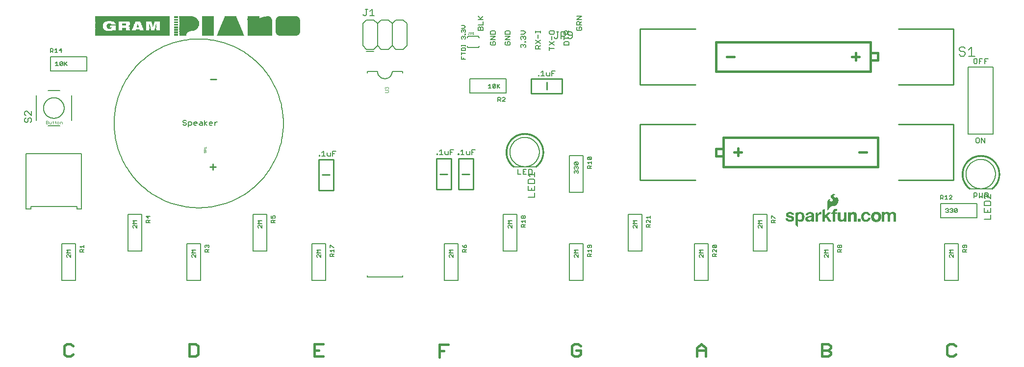
<source format=gbr>
G04 EAGLE Gerber RS-274X export*
G75*
%MOMM*%
%FSLAX34Y34*%
%LPD*%
%INSilkscreen Top*%
%IPPOS*%
%AMOC8*
5,1,8,0,0,1.08239X$1,22.5*%
G01*
%ADD10C,0.152400*%
%ADD11C,0.101600*%
%ADD12C,0.279400*%
%ADD13C,0.381000*%
%ADD14C,0.127000*%
%ADD15R,12.801600X0.035556*%
%ADD16R,0.675638X0.035556*%
%ADD17R,1.209037X0.035556*%
%ADD18R,1.991356X0.035556*%
%ADD19R,4.658362X0.035556*%
%ADD20R,4.196081X0.035556*%
%ADD21R,3.271519X0.035556*%
%ADD22R,4.622800X0.035556*%
%ADD23R,3.449319X0.035556*%
%ADD24R,4.587238X0.035556*%
%ADD25R,3.591556X0.035556*%
%ADD26R,12.801600X0.035563*%
%ADD27R,0.675638X0.035563*%
%ADD28R,1.209037X0.035563*%
%ADD29R,1.991356X0.035563*%
%ADD30R,4.587238X0.035563*%
%ADD31R,4.196081X0.035563*%
%ADD32R,3.662681X0.035563*%
%ADD33R,4.516119X0.035556*%
%ADD34R,3.769356X0.035556*%
%ADD35R,1.244600X0.035556*%
%ADD36R,3.840481X0.035556*%
%ADD37R,4.480556X0.035556*%
%ADD38R,3.876038X0.035556*%
%ADD39R,4.445000X0.035556*%
%ADD40R,3.947156X0.035556*%
%ADD41R,1.280156X0.035563*%
%ADD42R,4.445000X0.035563*%
%ADD43R,3.982719X0.035563*%
%ADD44R,1.280156X0.035556*%
%ADD45R,4.373881X0.035556*%
%ADD46R,4.018281X0.035556*%
%ADD47R,1.315719X0.035556*%
%ADD48R,4.053838X0.035556*%
%ADD49R,1.351275X0.035556*%
%ADD50R,4.338319X0.035556*%
%ADD51R,4.089400X0.035556*%
%ADD52R,1.386838X0.035556*%
%ADD53R,4.302763X0.035556*%
%ADD54R,4.124956X0.035556*%
%ADD55R,1.386838X0.035563*%
%ADD56R,4.302763X0.035563*%
%ADD57R,4.124956X0.035563*%
%ADD58R,1.422400X0.035556*%
%ADD59R,4.231638X0.035556*%
%ADD60R,4.160519X0.035556*%
%ADD61R,1.493519X0.035556*%
%ADD62R,1.529075X0.035556*%
%ADD63R,1.564638X0.035556*%
%ADD64R,1.635756X0.035563*%
%ADD65R,4.160519X0.035563*%
%ADD66R,1.706875X0.035556*%
%ADD67R,2.346956X0.035556*%
%ADD68R,10.419075X0.035556*%
%ADD69R,1.813556X0.035556*%
%ADD70R,10.027919X0.035556*%
%ADD71R,1.955800X0.035556*%
%ADD72R,1.849119X0.035556*%
%ADD73R,9.885675X0.035556*%
%ADD74R,1.742438X0.035563*%
%ADD75R,0.177800X0.035563*%
%ADD76R,0.533400X0.035563*%
%ADD77R,0.640081X0.035563*%
%ADD78R,0.213356X0.035563*%
%ADD79R,0.782319X0.035563*%
%ADD80R,0.320038X0.035563*%
%ADD81R,0.355600X0.035563*%
%ADD82R,1.671319X0.035563*%
%ADD83R,2.524756X0.035563*%
%ADD84R,1.671319X0.035556*%
%ADD85R,0.142238X0.035556*%
%ADD86R,0.533400X0.035556*%
%ADD87R,0.640081X0.035556*%
%ADD88R,0.284475X0.035556*%
%ADD89R,0.782319X0.035556*%
%ADD90R,0.355600X0.035556*%
%ADD91R,0.320038X0.035556*%
%ADD92R,2.595875X0.035556*%
%ADD93R,3.947163X0.035556*%
%ADD94R,1.635756X0.035556*%
%ADD95R,0.035556X0.035556*%
%ADD96R,0.711200X0.035556*%
%ADD97R,2.702556X0.035556*%
%ADD98R,0.391156X0.035556*%
%ADD99R,2.773675X0.035556*%
%ADD100R,1.529081X0.035556*%
%ADD101R,0.640075X0.035556*%
%ADD102R,2.809238X0.035556*%
%ADD103R,1.493519X0.035563*%
%ADD104R,0.391156X0.035563*%
%ADD105R,0.426719X0.035563*%
%ADD106R,0.284475X0.035563*%
%ADD107R,2.880356X0.035563*%
%ADD108R,3.840475X0.035563*%
%ADD109R,1.457956X0.035556*%
%ADD110R,0.426719X0.035556*%
%ADD111R,2.915919X0.035556*%
%ADD112R,3.804919X0.035556*%
%ADD113R,2.951475X0.035556*%
%ADD114R,0.462275X0.035556*%
%ADD115R,0.248919X0.035556*%
%ADD116R,2.987038X0.035556*%
%ADD117R,3.733800X0.035556*%
%ADD118R,3.022600X0.035556*%
%ADD119R,0.462275X0.035563*%
%ADD120R,0.604519X0.035563*%
%ADD121R,0.497838X0.035563*%
%ADD122R,0.248919X0.035563*%
%ADD123R,3.058156X0.035563*%
%ADD124R,1.351281X0.035556*%
%ADD125R,0.604519X0.035556*%
%ADD126R,0.497838X0.035556*%
%ADD127R,0.213356X0.035556*%
%ADD128R,3.093719X0.035556*%
%ADD129R,3.662681X0.035556*%
%ADD130R,3.129275X0.035556*%
%ADD131R,0.568963X0.035556*%
%ADD132R,3.164837X0.035556*%
%ADD133R,3.591563X0.035556*%
%ADD134R,0.177800X0.035556*%
%ADD135R,1.315719X0.035563*%
%ADD136R,0.568956X0.035563*%
%ADD137R,3.200400X0.035563*%
%ADD138R,3.520438X0.035563*%
%ADD139R,0.568956X0.035556*%
%ADD140R,3.235956X0.035556*%
%ADD141R,3.520438X0.035556*%
%ADD142R,3.484875X0.035556*%
%ADD143R,0.568963X0.035563*%
%ADD144R,0.640075X0.035563*%
%ADD145R,0.142238X0.035563*%
%ADD146R,0.035556X0.035563*%
%ADD147R,3.271519X0.035563*%
%ADD148R,3.378200X0.035563*%
%ADD149R,0.071119X0.035556*%
%ADD150R,0.106675X0.035556*%
%ADD151R,3.307075X0.035556*%
%ADD152R,3.378200X0.035556*%
%ADD153R,0.817875X0.035556*%
%ADD154R,3.342638X0.035556*%
%ADD155R,3.307081X0.035556*%
%ADD156R,0.746756X0.035556*%
%ADD157R,0.711200X0.035563*%
%ADD158R,0.106675X0.035563*%
%ADD159R,0.071119X0.035563*%
%ADD160R,3.342638X0.035563*%
%ADD161R,3.235963X0.035563*%
%ADD162R,2.026919X0.035556*%
%ADD163R,3.235963X0.035556*%
%ADD164R,3.200400X0.035556*%
%ADD165R,0.213363X0.035556*%
%ADD166R,3.093719X0.035563*%
%ADD167R,0.284481X0.035556*%
%ADD168R,0.853438X0.035556*%
%ADD169R,1.422400X0.035563*%
%ADD170R,0.853438X0.035563*%
%ADD171R,2.951481X0.035563*%
%ADD172R,0.889000X0.035556*%
%ADD173R,2.951481X0.035556*%
%ADD174R,2.880362X0.035556*%
%ADD175R,0.924556X0.035556*%
%ADD176R,2.844800X0.035556*%
%ADD177R,1.564638X0.035563*%
%ADD178R,0.924563X0.035563*%
%ADD179R,0.924556X0.035563*%
%ADD180R,2.809238X0.035563*%
%ADD181R,1.600200X0.035556*%
%ADD182R,0.960119X0.035556*%
%ADD183R,0.817881X0.035556*%
%ADD184R,0.995681X0.035556*%
%ADD185R,2.738119X0.035556*%
%ADD186R,1.706881X0.035556*%
%ADD187R,1.066800X0.035556*%
%ADD188R,0.995675X0.035556*%
%ADD189R,1.137919X0.035556*%
%ADD190R,1.884681X0.035563*%
%ADD191R,1.066800X0.035563*%
%ADD192R,1.244600X0.035563*%
%ADD193R,1.031238X0.035563*%
%ADD194R,3.307075X0.035563*%
%ADD195R,2.667000X0.035563*%
%ADD196R,2.062481X0.035556*%
%ADD197R,2.667000X0.035556*%
%ADD198R,2.595881X0.035556*%
%ADD199R,2.560319X0.035556*%
%ADD200R,3.235956X0.035563*%
%ADD201R,2.524763X0.035563*%
%ADD202R,2.524763X0.035556*%
%ADD203R,2.453638X0.035556*%
%ADD204R,2.382519X0.035556*%
%ADD205R,3.129275X0.035563*%
%ADD206R,2.382519X0.035563*%
%ADD207R,3.058156X0.035556*%
%ADD208R,2.311400X0.035556*%
%ADD209R,2.240281X0.035556*%
%ADD210R,2.951475X0.035563*%
%ADD211R,2.240281X0.035563*%
%ADD212R,2.062475X0.035563*%
%ADD213R,2.204719X0.035556*%
%ADD214R,1.920238X0.035556*%
%ADD215R,2.169163X0.035556*%
%ADD216R,2.098038X0.035556*%
%ADD217R,2.098038X0.035563*%
%ADD218R,2.062475X0.035556*%
%ADD219R,1.173481X0.035556*%
%ADD220R,3.556000X0.035556*%
%ADD221R,2.489200X0.035556*%
%ADD222R,0.462281X0.035556*%
%ADD223C,0.254000*%
%ADD224C,0.203200*%
%ADD225C,0.025400*%
%ADD226R,0.495300X0.485100*%
%ADD227C,0.050800*%
%ADD228C,0.177800*%
%ADD229C,0.406400*%

G36*
X1399270Y343690D02*
X1399270Y343690D01*
X1399274Y343688D01*
X1399344Y343724D01*
X1399354Y343729D01*
X1399355Y343730D01*
X1404227Y349212D01*
X1405081Y349994D01*
X1406071Y350583D01*
X1406422Y350710D01*
X1406790Y350775D01*
X1409065Y350775D01*
X1409070Y350777D01*
X1409076Y350775D01*
X1410440Y350899D01*
X1410450Y350905D01*
X1410462Y350903D01*
X1411781Y351271D01*
X1411789Y351279D01*
X1411802Y351280D01*
X1413032Y351880D01*
X1413039Y351887D01*
X1413050Y351890D01*
X1414207Y352707D01*
X1414212Y352715D01*
X1414221Y352718D01*
X1415252Y353690D01*
X1415255Y353698D01*
X1415261Y353700D01*
X1415261Y353702D01*
X1415264Y353703D01*
X1416149Y354810D01*
X1416151Y354820D01*
X1416160Y354827D01*
X1417107Y356508D01*
X1417108Y356519D01*
X1417116Y356529D01*
X1417744Y358353D01*
X1417743Y358364D01*
X1417750Y358375D01*
X1418038Y360282D01*
X1418035Y360293D01*
X1418040Y360305D01*
X1418038Y360357D01*
X1418030Y360609D01*
X1418026Y360735D01*
X1418026Y360736D01*
X1418018Y360988D01*
X1418010Y361241D01*
X1418006Y361367D01*
X1417998Y361619D01*
X1417987Y361998D01*
X1417979Y362233D01*
X1417975Y362242D01*
X1417977Y362254D01*
X1417770Y363293D01*
X1417765Y363301D01*
X1417765Y363312D01*
X1417407Y364309D01*
X1417401Y364316D01*
X1417400Y364327D01*
X1416898Y365261D01*
X1416889Y365268D01*
X1416886Y365280D01*
X1415979Y366417D01*
X1415968Y366423D01*
X1415961Y366436D01*
X1414835Y367357D01*
X1414792Y367369D01*
X1414751Y367385D01*
X1414746Y367383D01*
X1414740Y367384D01*
X1414702Y367363D01*
X1414662Y367344D01*
X1414659Y367338D01*
X1414655Y367336D01*
X1414647Y367307D01*
X1414629Y367259D01*
X1414629Y366379D01*
X1414613Y366259D01*
X1414569Y366156D01*
X1414295Y365817D01*
X1413934Y365568D01*
X1413760Y365503D01*
X1413222Y365445D01*
X1412692Y365543D01*
X1412204Y365792D01*
X1411302Y366443D01*
X1410890Y366797D01*
X1410539Y367207D01*
X1410256Y367665D01*
X1410050Y368159D01*
X1409991Y368459D01*
X1410003Y368762D01*
X1410160Y369281D01*
X1410446Y369741D01*
X1410841Y370111D01*
X1411322Y370366D01*
X1411812Y370505D01*
X1412323Y370562D01*
X1412926Y370562D01*
X1412927Y370562D01*
X1412949Y370571D01*
X1413017Y370600D01*
X1413052Y370692D01*
X1413048Y370701D01*
X1413014Y370777D01*
X1413012Y370780D01*
X1413011Y370781D01*
X1413010Y370782D01*
X1412989Y370802D01*
X1412982Y370805D01*
X1412978Y370813D01*
X1412543Y371151D01*
X1412528Y371155D01*
X1412516Y371167D01*
X1412012Y371388D01*
X1412011Y371388D01*
X1411655Y371540D01*
X1411427Y371641D01*
X1411417Y371642D01*
X1411407Y371648D01*
X1410529Y371868D01*
X1410520Y371867D01*
X1410510Y371871D01*
X1409610Y371957D01*
X1409600Y371953D01*
X1409588Y371957D01*
X1408720Y371891D01*
X1408709Y371885D01*
X1408696Y371886D01*
X1407856Y371655D01*
X1407846Y371647D01*
X1407833Y371646D01*
X1407053Y371258D01*
X1407046Y371250D01*
X1407035Y371247D01*
X1406258Y370687D01*
X1406254Y370680D01*
X1406245Y370676D01*
X1405549Y370018D01*
X1405544Y370007D01*
X1405533Y369999D01*
X1405102Y369396D01*
X1405099Y369381D01*
X1405087Y369368D01*
X1404820Y368676D01*
X1404820Y368660D01*
X1404812Y368645D01*
X1404725Y367908D01*
X1404730Y367893D01*
X1404726Y367876D01*
X1404825Y367141D01*
X1404833Y367128D01*
X1404833Y367111D01*
X1405113Y366423D01*
X1405122Y366414D01*
X1405125Y366400D01*
X1406312Y364642D01*
X1406320Y364637D01*
X1406324Y364626D01*
X1407777Y363085D01*
X1408147Y362650D01*
X1408387Y362147D01*
X1408489Y361599D01*
X1408446Y361043D01*
X1408260Y360518D01*
X1407945Y360058D01*
X1407520Y359693D01*
X1406977Y359400D01*
X1406391Y359202D01*
X1405781Y359105D01*
X1405070Y359140D01*
X1404392Y359347D01*
X1403786Y359712D01*
X1403473Y360040D01*
X1403267Y360444D01*
X1403174Y360860D01*
X1403174Y361288D01*
X1403267Y361703D01*
X1403339Y361841D01*
X1403457Y361955D01*
X1404281Y362554D01*
X1404414Y362625D01*
X1404552Y362653D01*
X1404710Y362637D01*
X1404753Y362651D01*
X1404798Y362662D01*
X1404800Y362666D01*
X1404804Y362667D01*
X1404824Y362708D01*
X1404847Y362747D01*
X1404846Y362751D01*
X1404848Y362755D01*
X1404833Y362798D01*
X1404820Y362842D01*
X1404817Y362844D01*
X1404816Y362848D01*
X1404778Y362867D01*
X1404742Y362888D01*
X1404259Y362964D01*
X1404254Y362963D01*
X1404249Y362965D01*
X1403309Y363038D01*
X1403300Y363035D01*
X1403289Y363038D01*
X1402349Y362965D01*
X1402339Y362960D01*
X1402327Y362961D01*
X1401628Y362777D01*
X1401618Y362769D01*
X1401604Y362768D01*
X1400956Y362447D01*
X1400948Y362438D01*
X1400934Y362434D01*
X1400364Y361989D01*
X1400358Y361978D01*
X1400346Y361972D01*
X1399876Y361422D01*
X1399872Y361410D01*
X1399861Y361401D01*
X1399460Y360669D01*
X1399459Y360656D01*
X1399450Y360645D01*
X1399210Y359846D01*
X1399211Y359833D01*
X1399205Y359820D01*
X1399135Y358989D01*
X1399137Y358983D01*
X1399135Y358978D01*
X1399135Y343814D01*
X1399137Y343809D01*
X1399135Y343805D01*
X1399156Y343765D01*
X1399173Y343723D01*
X1399178Y343722D01*
X1399180Y343717D01*
X1399223Y343704D01*
X1399265Y343688D01*
X1399270Y343690D01*
G37*
G36*
X1347857Y315013D02*
X1347857Y315013D01*
X1347860Y315012D01*
X1347902Y315033D01*
X1347944Y315053D01*
X1347945Y315055D01*
X1347947Y315056D01*
X1347954Y315078D01*
X1347977Y315138D01*
X1347977Y326242D01*
X1347978Y326240D01*
X1348498Y325524D01*
X1348509Y325517D01*
X1348516Y325504D01*
X1349176Y324914D01*
X1349188Y324910D01*
X1349198Y324899D01*
X1349967Y324462D01*
X1349980Y324460D01*
X1349992Y324451D01*
X1350836Y324187D01*
X1350847Y324188D01*
X1350858Y324182D01*
X1352075Y324027D01*
X1352084Y324029D01*
X1352093Y324026D01*
X1353320Y324043D01*
X1353328Y324046D01*
X1353338Y324044D01*
X1354550Y324233D01*
X1354559Y324238D01*
X1354570Y324238D01*
X1355489Y324532D01*
X1355497Y324539D01*
X1355509Y324541D01*
X1356365Y324987D01*
X1356371Y324995D01*
X1356383Y324998D01*
X1357151Y325583D01*
X1357156Y325592D01*
X1357167Y325597D01*
X1357824Y326304D01*
X1357828Y326314D01*
X1357838Y326321D01*
X1358610Y327506D01*
X1358612Y327516D01*
X1358620Y327525D01*
X1359176Y328825D01*
X1359176Y328836D01*
X1359183Y328846D01*
X1359506Y330222D01*
X1359504Y330233D01*
X1359509Y330244D01*
X1359627Y332459D01*
X1359623Y332470D01*
X1359626Y332482D01*
X1359343Y334682D01*
X1359338Y334692D01*
X1359338Y334704D01*
X1358664Y336817D01*
X1358656Y336827D01*
X1358654Y336840D01*
X1358075Y337881D01*
X1358064Y337889D01*
X1358059Y337903D01*
X1357267Y338793D01*
X1357258Y338798D01*
X1357251Y338808D01*
X1356427Y339461D01*
X1356419Y339463D01*
X1356413Y339470D01*
X1355511Y340011D01*
X1355501Y340013D01*
X1355492Y340021D01*
X1354468Y340421D01*
X1354455Y340421D01*
X1354443Y340428D01*
X1353358Y340611D01*
X1353347Y340609D01*
X1353335Y340613D01*
X1351354Y340588D01*
X1351343Y340583D01*
X1351330Y340586D01*
X1350848Y340484D01*
X1350839Y340477D01*
X1350827Y340477D01*
X1349506Y339944D01*
X1349499Y339937D01*
X1349489Y339936D01*
X1349095Y339703D01*
X1349088Y339694D01*
X1349076Y339689D01*
X1348733Y339388D01*
X1348730Y339382D01*
X1348723Y339379D01*
X1347834Y338414D01*
X1347834Y338413D01*
X1347833Y338412D01*
X1347699Y338263D01*
X1347723Y340180D01*
X1347717Y340195D01*
X1347720Y340209D01*
X1347700Y340238D01*
X1347686Y340272D01*
X1347672Y340277D01*
X1347663Y340290D01*
X1347622Y340297D01*
X1347595Y340308D01*
X1347585Y340304D01*
X1347574Y340306D01*
X1343688Y339570D01*
X1343654Y339548D01*
X1343618Y339531D01*
X1343614Y339521D01*
X1343606Y339515D01*
X1343600Y339486D01*
X1343585Y339446D01*
X1343585Y318872D01*
X1343587Y318866D01*
X1343585Y318859D01*
X1343614Y318802D01*
X1343623Y318781D01*
X1343625Y318780D01*
X1343626Y318778D01*
X1347766Y315044D01*
X1347811Y315029D01*
X1347855Y315012D01*
X1347857Y315013D01*
G37*
G36*
X1507365Y324360D02*
X1507365Y324360D01*
X1507367Y324359D01*
X1507410Y324379D01*
X1507454Y324397D01*
X1507454Y324399D01*
X1507456Y324400D01*
X1507489Y324485D01*
X1507489Y334006D01*
X1507564Y335109D01*
X1507713Y335748D01*
X1507986Y336343D01*
X1508371Y336871D01*
X1508689Y337157D01*
X1509062Y337367D01*
X1509471Y337493D01*
X1510374Y337585D01*
X1511278Y337517D01*
X1511726Y337389D01*
X1512132Y337163D01*
X1512292Y337017D01*
X1512475Y336850D01*
X1512736Y336466D01*
X1513048Y335644D01*
X1513155Y334764D01*
X1513155Y324485D01*
X1513156Y324483D01*
X1513155Y324481D01*
X1513175Y324438D01*
X1513193Y324394D01*
X1513195Y324394D01*
X1513196Y324392D01*
X1513281Y324359D01*
X1517523Y324359D01*
X1517525Y324360D01*
X1517527Y324359D01*
X1517570Y324379D01*
X1517614Y324397D01*
X1517614Y324399D01*
X1517616Y324400D01*
X1517649Y324485D01*
X1517649Y336067D01*
X1517646Y336076D01*
X1517648Y336086D01*
X1517479Y337182D01*
X1517473Y337193D01*
X1517473Y337207D01*
X1517087Y338246D01*
X1517078Y338255D01*
X1517075Y338269D01*
X1516487Y339208D01*
X1516476Y339216D01*
X1516471Y339229D01*
X1515825Y339893D01*
X1515813Y339898D01*
X1515804Y339911D01*
X1515030Y340418D01*
X1515016Y340420D01*
X1515005Y340431D01*
X1514139Y340757D01*
X1514128Y340757D01*
X1514118Y340763D01*
X1512858Y341012D01*
X1512852Y341010D01*
X1512844Y341014D01*
X1511565Y341121D01*
X1511555Y341118D01*
X1511545Y341121D01*
X1510651Y341060D01*
X1510641Y341054D01*
X1510627Y341056D01*
X1509762Y340824D01*
X1509752Y340817D01*
X1509739Y340816D01*
X1508934Y340422D01*
X1508927Y340415D01*
X1508915Y340412D01*
X1508026Y339774D01*
X1508022Y339766D01*
X1508012Y339762D01*
X1507224Y339003D01*
X1507223Y339000D01*
X1507220Y338999D01*
X1506765Y338518D01*
X1506723Y338476D01*
X1506343Y339134D01*
X1506333Y339141D01*
X1506329Y339154D01*
X1505747Y339823D01*
X1505736Y339828D01*
X1505729Y339840D01*
X1505031Y340386D01*
X1505019Y340389D01*
X1505010Y340399D01*
X1504220Y340802D01*
X1504208Y340803D01*
X1504197Y340812D01*
X1503274Y341072D01*
X1503262Y341071D01*
X1503249Y341077D01*
X1502292Y341146D01*
X1502282Y341143D01*
X1502271Y341146D01*
X1500899Y341019D01*
X1500892Y341015D01*
X1500882Y341016D01*
X1499790Y340762D01*
X1499780Y340755D01*
X1499767Y340754D01*
X1498877Y340350D01*
X1498867Y340338D01*
X1498851Y340333D01*
X1498089Y339721D01*
X1498085Y339714D01*
X1498077Y339711D01*
X1497967Y339597D01*
X1497845Y339470D01*
X1497844Y339470D01*
X1497722Y339344D01*
X1497600Y339218D01*
X1497478Y339092D01*
X1497356Y338965D01*
X1497355Y338965D01*
X1497315Y338924D01*
X1497313Y338917D01*
X1497306Y338913D01*
X1497004Y338517D01*
X1496973Y338510D01*
X1496973Y340563D01*
X1496972Y340565D01*
X1496973Y340567D01*
X1496953Y340610D01*
X1496935Y340654D01*
X1496933Y340654D01*
X1496932Y340656D01*
X1496847Y340689D01*
X1492860Y340689D01*
X1492858Y340688D01*
X1492856Y340689D01*
X1492813Y340669D01*
X1492769Y340651D01*
X1492769Y340649D01*
X1492767Y340648D01*
X1492734Y340563D01*
X1492734Y324510D01*
X1492735Y324508D01*
X1492734Y324506D01*
X1492754Y324463D01*
X1492772Y324419D01*
X1492774Y324419D01*
X1492775Y324417D01*
X1492860Y324384D01*
X1497178Y324384D01*
X1497180Y324385D01*
X1497182Y324384D01*
X1497225Y324404D01*
X1497269Y324422D01*
X1497269Y324424D01*
X1497271Y324425D01*
X1497304Y324510D01*
X1497304Y334315D01*
X1497303Y334318D01*
X1497304Y334321D01*
X1497274Y334943D01*
X1497406Y335534D01*
X1497689Y336072D01*
X1498509Y337016D01*
X1498863Y337282D01*
X1499267Y337460D01*
X1499707Y337542D01*
X1500555Y337592D01*
X1501032Y337560D01*
X1501483Y337424D01*
X1501891Y337191D01*
X1502238Y336873D01*
X1502608Y336326D01*
X1502839Y335707D01*
X1502919Y335044D01*
X1502919Y324485D01*
X1502920Y324483D01*
X1502919Y324481D01*
X1502939Y324438D01*
X1502957Y324394D01*
X1502959Y324394D01*
X1502960Y324392D01*
X1503045Y324359D01*
X1507363Y324359D01*
X1507365Y324360D01*
G37*
G36*
X1367044Y323995D02*
X1367044Y323995D01*
X1367055Y323992D01*
X1368673Y324233D01*
X1368682Y324239D01*
X1368695Y324238D01*
X1369730Y324591D01*
X1369739Y324598D01*
X1369751Y324600D01*
X1370702Y325140D01*
X1370710Y325149D01*
X1370722Y325154D01*
X1371549Y325857D01*
X1371573Y325873D01*
X1371582Y325874D01*
X1371590Y325872D01*
X1371597Y325866D01*
X1371606Y325843D01*
X1371833Y324814D01*
X1371835Y324811D01*
X1371834Y324808D01*
X1371910Y324528D01*
X1371921Y324514D01*
X1371925Y324495D01*
X1371946Y324459D01*
X1371970Y324442D01*
X1371997Y324413D01*
X1372034Y324394D01*
X1372064Y324392D01*
X1372102Y324381D01*
X1372138Y324384D01*
X1376172Y324384D01*
X1376195Y324393D01*
X1376220Y324393D01*
X1376238Y324412D01*
X1376263Y324422D01*
X1376272Y324445D01*
X1376289Y324463D01*
X1376290Y324492D01*
X1376298Y324514D01*
X1376290Y324532D01*
X1376290Y324554D01*
X1376216Y324753D01*
X1375867Y326048D01*
X1375765Y327385D01*
X1375790Y331723D01*
X1375789Y331726D01*
X1375790Y331728D01*
X1375770Y331771D01*
X1375757Y331804D01*
X1375765Y331826D01*
X1375765Y336652D01*
X1375762Y336659D01*
X1375764Y336668D01*
X1375673Y337403D01*
X1375666Y337416D01*
X1375666Y337433D01*
X1375399Y338124D01*
X1375388Y338134D01*
X1375384Y338151D01*
X1374957Y338756D01*
X1374944Y338764D01*
X1374936Y338779D01*
X1374374Y339262D01*
X1374361Y339266D01*
X1374351Y339277D01*
X1373048Y339971D01*
X1373036Y339972D01*
X1373025Y339980D01*
X1371611Y340405D01*
X1371601Y340404D01*
X1371592Y340409D01*
X1369853Y340639D01*
X1369845Y340637D01*
X1369837Y340640D01*
X1368083Y340648D01*
X1368076Y340645D01*
X1368067Y340648D01*
X1366327Y340434D01*
X1366319Y340430D01*
X1366309Y340431D01*
X1365080Y340097D01*
X1365072Y340090D01*
X1365061Y340090D01*
X1363903Y339561D01*
X1363895Y339552D01*
X1363882Y339549D01*
X1363065Y338975D01*
X1363058Y338964D01*
X1363045Y338958D01*
X1362362Y338228D01*
X1362359Y338219D01*
X1362357Y338219D01*
X1362355Y338214D01*
X1362346Y338207D01*
X1361827Y337354D01*
X1361825Y337341D01*
X1361815Y337330D01*
X1361481Y336389D01*
X1361482Y336376D01*
X1361475Y336363D01*
X1361353Y335472D01*
X1361350Y335470D01*
X1361349Y335470D01*
X1361330Y335421D01*
X1361314Y335378D01*
X1361316Y335373D01*
X1361349Y335295D01*
X1361374Y335269D01*
X1361414Y335251D01*
X1361452Y335230D01*
X1361458Y335232D01*
X1361465Y335230D01*
X1361505Y335247D01*
X1361535Y335256D01*
X1365682Y335256D01*
X1365684Y335257D01*
X1365686Y335256D01*
X1365729Y335276D01*
X1365773Y335294D01*
X1365773Y335296D01*
X1365775Y335297D01*
X1365808Y335382D01*
X1365808Y335425D01*
X1365871Y335956D01*
X1366055Y336451D01*
X1366350Y336889D01*
X1366740Y337245D01*
X1367204Y337500D01*
X1367765Y337665D01*
X1368352Y337719D01*
X1369707Y337669D01*
X1370076Y337608D01*
X1370422Y337480D01*
X1370736Y337287D01*
X1370989Y337053D01*
X1371188Y336774D01*
X1371327Y336460D01*
X1371438Y335939D01*
X1371438Y335408D01*
X1371327Y334887D01*
X1371285Y334790D01*
X1371225Y334703D01*
X1370941Y334442D01*
X1370513Y334196D01*
X1370044Y334031D01*
X1368738Y333805D01*
X1366532Y333577D01*
X1366528Y333574D01*
X1366523Y333575D01*
X1364986Y333297D01*
X1364978Y333293D01*
X1364969Y333293D01*
X1363484Y332809D01*
X1363476Y332802D01*
X1363464Y332801D01*
X1362768Y332435D01*
X1362760Y332425D01*
X1362747Y332421D01*
X1362137Y331923D01*
X1362131Y331912D01*
X1362121Y331906D01*
X1362120Y331906D01*
X1362119Y331905D01*
X1361621Y331296D01*
X1361617Y331283D01*
X1361606Y331272D01*
X1361177Y330410D01*
X1361176Y330395D01*
X1361167Y330381D01*
X1360961Y329440D01*
X1360963Y329427D01*
X1360958Y329413D01*
X1360955Y328352D01*
X1360960Y328342D01*
X1360957Y328329D01*
X1361146Y327285D01*
X1361152Y327276D01*
X1361152Y327263D01*
X1361525Y326270D01*
X1361533Y326261D01*
X1361535Y326249D01*
X1361827Y325766D01*
X1361836Y325759D01*
X1361841Y325747D01*
X1362218Y325327D01*
X1362229Y325322D01*
X1362236Y325311D01*
X1362684Y324969D01*
X1362697Y324965D01*
X1362707Y324955D01*
X1363976Y324349D01*
X1363989Y324349D01*
X1364002Y324340D01*
X1365374Y324032D01*
X1365386Y324034D01*
X1365399Y324029D01*
X1367034Y323991D01*
X1367044Y323995D01*
G37*
G36*
X1394411Y324258D02*
X1394411Y324258D01*
X1394413Y324257D01*
X1394456Y324277D01*
X1394500Y324295D01*
X1394500Y324297D01*
X1394502Y324298D01*
X1394535Y324383D01*
X1394535Y329791D01*
X1396190Y331398D01*
X1400423Y324420D01*
X1400438Y324409D01*
X1400446Y324392D01*
X1400480Y324379D01*
X1400503Y324362D01*
X1400516Y324364D01*
X1400530Y324359D01*
X1405610Y324334D01*
X1405646Y324349D01*
X1405684Y324357D01*
X1405690Y324367D01*
X1405701Y324372D01*
X1405716Y324408D01*
X1405736Y324441D01*
X1405733Y324453D01*
X1405737Y324463D01*
X1405725Y324491D01*
X1405716Y324530D01*
X1399119Y334425D01*
X1404810Y339991D01*
X1404811Y339992D01*
X1404813Y339993D01*
X1404830Y340038D01*
X1404848Y340082D01*
X1404848Y340083D01*
X1404848Y340085D01*
X1404828Y340128D01*
X1404809Y340172D01*
X1404808Y340173D01*
X1404807Y340174D01*
X1404722Y340207D01*
X1400048Y340207D01*
X1400045Y340206D01*
X1400042Y340207D01*
X1399959Y340170D01*
X1394484Y334696D01*
X1394484Y346126D01*
X1394471Y346158D01*
X1394466Y346192D01*
X1394452Y346202D01*
X1394446Y346217D01*
X1394414Y346229D01*
X1394385Y346249D01*
X1394368Y346247D01*
X1394354Y346252D01*
X1394329Y346241D01*
X1394295Y346236D01*
X1390155Y343874D01*
X1390143Y343857D01*
X1390125Y343849D01*
X1390112Y343817D01*
X1390096Y343795D01*
X1390098Y343780D01*
X1390092Y343764D01*
X1390092Y324434D01*
X1390093Y324431D01*
X1390092Y324428D01*
X1390129Y324345D01*
X1390180Y324294D01*
X1390183Y324293D01*
X1390184Y324290D01*
X1390269Y324257D01*
X1394409Y324257D01*
X1394411Y324258D01*
G37*
G36*
X1423338Y323983D02*
X1423338Y323983D01*
X1423345Y323986D01*
X1423354Y323985D01*
X1424832Y324208D01*
X1424840Y324213D01*
X1424850Y324212D01*
X1425112Y324293D01*
X1425120Y324299D01*
X1425132Y324301D01*
X1425377Y324423D01*
X1425384Y324430D01*
X1425394Y324433D01*
X1426324Y325092D01*
X1426329Y325100D01*
X1426338Y325103D01*
X1427165Y325888D01*
X1427168Y325896D01*
X1427177Y325901D01*
X1427684Y326542D01*
X1427684Y324485D01*
X1427685Y324483D01*
X1427684Y324481D01*
X1427704Y324438D01*
X1427722Y324394D01*
X1427724Y324394D01*
X1427725Y324392D01*
X1427810Y324359D01*
X1431823Y324359D01*
X1431825Y324360D01*
X1431827Y324359D01*
X1431870Y324379D01*
X1431914Y324397D01*
X1431914Y324399D01*
X1431916Y324400D01*
X1431949Y324485D01*
X1431949Y340106D01*
X1431948Y340108D01*
X1431949Y340110D01*
X1431929Y340153D01*
X1431911Y340197D01*
X1431909Y340197D01*
X1431908Y340199D01*
X1431823Y340232D01*
X1427607Y340232D01*
X1427605Y340231D01*
X1427603Y340232D01*
X1427560Y340212D01*
X1427516Y340194D01*
X1427516Y340192D01*
X1427514Y340191D01*
X1427481Y340106D01*
X1427481Y331804D01*
X1427405Y330574D01*
X1427180Y329370D01*
X1426971Y328820D01*
X1426644Y328335D01*
X1426213Y327938D01*
X1425703Y327650D01*
X1425012Y327438D01*
X1424291Y327371D01*
X1423572Y327451D01*
X1422883Y327674D01*
X1422488Y327899D01*
X1422147Y328200D01*
X1421875Y328562D01*
X1421532Y329330D01*
X1421383Y330160D01*
X1421383Y340157D01*
X1421382Y340159D01*
X1421383Y340161D01*
X1421363Y340204D01*
X1421345Y340248D01*
X1421343Y340248D01*
X1421342Y340250D01*
X1421257Y340283D01*
X1417117Y340283D01*
X1417115Y340282D01*
X1417113Y340283D01*
X1417070Y340263D01*
X1417026Y340245D01*
X1417026Y340243D01*
X1417024Y340242D01*
X1416991Y340157D01*
X1416991Y329362D01*
X1416993Y329357D01*
X1416991Y329350D01*
X1417092Y328251D01*
X1417097Y328242D01*
X1417097Y328241D01*
X1417098Y328239D01*
X1417096Y328228D01*
X1417396Y327165D01*
X1417403Y327156D01*
X1417404Y327143D01*
X1417892Y326153D01*
X1417901Y326145D01*
X1417905Y326133D01*
X1418565Y325248D01*
X1418575Y325241D01*
X1418582Y325229D01*
X1418836Y325001D01*
X1418844Y324998D01*
X1418845Y324996D01*
X1418850Y324994D01*
X1418856Y324986D01*
X1419758Y324460D01*
X1419770Y324459D01*
X1419780Y324450D01*
X1420766Y324107D01*
X1420778Y324108D01*
X1420790Y324101D01*
X1421823Y323954D01*
X1421833Y323957D01*
X1421844Y323953D01*
X1423338Y323983D01*
G37*
G36*
X1438531Y324284D02*
X1438531Y324284D01*
X1438533Y324283D01*
X1438576Y324303D01*
X1438620Y324321D01*
X1438620Y324323D01*
X1438622Y324324D01*
X1438655Y324409D01*
X1438655Y333775D01*
X1438736Y334558D01*
X1438952Y335308D01*
X1439315Y335987D01*
X1439832Y336556D01*
X1440289Y336870D01*
X1440805Y337074D01*
X1441361Y337161D01*
X1442466Y337211D01*
X1442782Y337194D01*
X1443082Y337117D01*
X1443517Y336900D01*
X1443891Y336591D01*
X1444187Y336204D01*
X1444497Y335562D01*
X1444688Y334874D01*
X1444753Y334156D01*
X1444753Y324510D01*
X1444754Y324508D01*
X1444753Y324506D01*
X1444773Y324463D01*
X1444791Y324419D01*
X1444793Y324419D01*
X1444794Y324417D01*
X1444879Y324384D01*
X1448968Y324384D01*
X1448970Y324385D01*
X1448972Y324384D01*
X1449015Y324404D01*
X1449059Y324422D01*
X1449059Y324424D01*
X1449061Y324425D01*
X1449094Y324510D01*
X1449094Y335051D01*
X1449092Y335056D01*
X1449094Y335061D01*
X1449004Y336190D01*
X1449000Y336198D01*
X1449001Y336207D01*
X1448761Y337314D01*
X1448756Y337322D01*
X1448756Y337332D01*
X1448487Y338037D01*
X1448479Y338045D01*
X1448477Y338057D01*
X1448093Y338706D01*
X1448084Y338712D01*
X1448080Y338724D01*
X1447591Y339299D01*
X1447580Y339304D01*
X1447573Y339316D01*
X1446788Y339934D01*
X1446775Y339937D01*
X1446764Y339949D01*
X1445859Y340371D01*
X1445845Y340372D01*
X1445831Y340380D01*
X1444854Y340586D01*
X1444843Y340583D01*
X1444831Y340588D01*
X1442825Y340638D01*
X1442815Y340634D01*
X1442804Y340637D01*
X1441752Y340482D01*
X1441741Y340475D01*
X1441727Y340475D01*
X1440730Y340106D01*
X1440720Y340097D01*
X1440706Y340094D01*
X1439808Y339527D01*
X1439801Y339518D01*
X1439790Y339514D01*
X1439329Y339098D01*
X1439326Y339090D01*
X1439318Y339086D01*
X1438916Y338613D01*
X1438914Y338608D01*
X1438910Y338606D01*
X1438633Y338228D01*
X1438519Y338092D01*
X1438477Y338063D01*
X1438477Y340131D01*
X1438476Y340133D01*
X1438477Y340135D01*
X1438457Y340178D01*
X1438439Y340222D01*
X1438437Y340222D01*
X1438436Y340224D01*
X1438351Y340257D01*
X1434313Y340257D01*
X1434311Y340256D01*
X1434309Y340257D01*
X1434266Y340237D01*
X1434222Y340219D01*
X1434222Y340217D01*
X1434220Y340216D01*
X1434187Y340131D01*
X1434187Y324409D01*
X1434188Y324407D01*
X1434187Y324405D01*
X1434207Y324362D01*
X1434225Y324318D01*
X1434227Y324318D01*
X1434228Y324316D01*
X1434313Y324283D01*
X1438529Y324283D01*
X1438531Y324284D01*
G37*
G36*
X1485126Y324461D02*
X1485126Y324461D01*
X1485138Y324468D01*
X1485154Y324468D01*
X1487008Y325103D01*
X1487021Y325114D01*
X1487040Y325119D01*
X1488157Y325906D01*
X1488162Y325914D01*
X1488171Y325918D01*
X1489365Y327061D01*
X1489371Y327075D01*
X1489385Y327085D01*
X1490198Y328380D01*
X1490201Y328397D01*
X1490213Y328413D01*
X1490899Y330877D01*
X1490897Y330887D01*
X1490902Y330896D01*
X1491156Y333004D01*
X1491152Y333019D01*
X1491156Y333035D01*
X1490876Y335220D01*
X1490867Y335235D01*
X1490866Y335255D01*
X1489825Y337592D01*
X1489812Y337604D01*
X1489806Y337623D01*
X1488714Y338893D01*
X1488700Y338900D01*
X1488690Y338915D01*
X1486709Y340286D01*
X1486693Y340289D01*
X1486678Y340301D01*
X1485052Y340860D01*
X1485039Y340860D01*
X1485027Y340866D01*
X1483020Y341120D01*
X1483011Y341118D01*
X1483002Y341121D01*
X1482965Y341105D01*
X1482925Y341094D01*
X1482921Y341085D01*
X1482912Y341081D01*
X1482892Y341032D01*
X1482878Y341007D01*
X1482880Y341002D01*
X1482878Y340997D01*
X1482828Y338025D01*
X1482829Y338022D01*
X1482828Y338019D01*
X1482847Y337977D01*
X1482865Y337934D01*
X1482868Y337933D01*
X1482869Y337930D01*
X1482954Y337897D01*
X1483050Y337897D01*
X1484237Y337798D01*
X1485190Y337285D01*
X1486024Y336476D01*
X1486768Y334864D01*
X1487019Y332935D01*
X1487019Y331510D01*
X1486644Y329962D01*
X1486101Y328752D01*
X1485022Y327771D01*
X1483271Y327179D01*
X1481523Y327401D01*
X1479875Y328409D01*
X1479337Y329436D01*
X1478963Y330585D01*
X1478788Y331833D01*
X1478838Y333692D01*
X1479112Y335166D01*
X1479508Y336055D01*
X1480296Y337139D01*
X1481444Y337774D01*
X1482539Y337924D01*
X1482576Y337946D01*
X1482615Y337964D01*
X1482618Y337971D01*
X1482624Y337974D01*
X1482631Y338004D01*
X1482648Y338049D01*
X1482648Y340970D01*
X1482637Y340997D01*
X1482635Y341026D01*
X1482618Y341042D01*
X1482610Y341061D01*
X1482588Y341069D01*
X1482568Y341087D01*
X1482441Y341137D01*
X1482419Y341137D01*
X1482395Y341146D01*
X1482344Y341146D01*
X1482337Y341143D01*
X1482329Y341145D01*
X1480856Y340968D01*
X1480838Y340958D01*
X1480815Y340956D01*
X1477437Y339279D01*
X1477420Y339260D01*
X1477394Y339244D01*
X1475260Y336526D01*
X1475253Y336502D01*
X1475236Y336476D01*
X1474423Y332920D01*
X1474427Y332898D01*
X1474421Y332872D01*
X1475031Y328986D01*
X1475044Y328966D01*
X1475050Y328938D01*
X1476650Y326449D01*
X1476671Y326434D01*
X1476689Y326410D01*
X1479534Y324632D01*
X1479558Y324628D01*
X1479584Y324614D01*
X1482581Y324208D01*
X1482595Y324212D01*
X1482611Y324207D01*
X1485126Y324461D01*
G37*
G36*
X1335949Y324050D02*
X1335949Y324050D01*
X1335955Y324052D01*
X1335962Y324051D01*
X1337276Y324233D01*
X1337284Y324237D01*
X1337293Y324237D01*
X1338293Y324519D01*
X1338302Y324526D01*
X1338314Y324527D01*
X1339249Y324978D01*
X1339256Y324986D01*
X1339268Y324989D01*
X1340112Y325595D01*
X1340117Y325605D01*
X1340128Y325610D01*
X1340854Y326353D01*
X1340858Y326363D01*
X1340869Y326371D01*
X1341248Y326935D01*
X1341250Y326946D01*
X1341259Y326956D01*
X1341525Y327581D01*
X1341525Y327593D01*
X1341533Y327604D01*
X1341675Y328268D01*
X1341674Y328277D01*
X1341678Y328286D01*
X1341754Y329327D01*
X1341751Y329336D01*
X1341754Y329347D01*
X1341660Y330402D01*
X1341653Y330415D01*
X1341653Y330431D01*
X1341316Y331434D01*
X1341307Y331445D01*
X1341304Y331460D01*
X1341052Y331872D01*
X1341042Y331879D01*
X1341036Y331893D01*
X1340704Y332243D01*
X1340693Y332247D01*
X1340687Y332258D01*
X1339995Y332766D01*
X1339987Y332768D01*
X1339980Y332776D01*
X1339224Y333181D01*
X1339215Y333182D01*
X1339208Y333188D01*
X1337552Y333798D01*
X1337544Y333798D01*
X1337536Y333803D01*
X1335813Y334184D01*
X1335812Y334184D01*
X1335811Y334185D01*
X1333788Y334589D01*
X1333036Y334861D01*
X1332361Y335277D01*
X1332078Y335570D01*
X1331894Y335931D01*
X1331829Y336300D01*
X1331877Y336672D01*
X1332032Y337014D01*
X1332265Y337282D01*
X1332566Y337477D01*
X1332990Y337634D01*
X1333439Y337719D01*
X1334288Y337763D01*
X1335135Y337719D01*
X1335631Y337621D01*
X1336098Y337432D01*
X1336521Y337161D01*
X1336796Y336897D01*
X1337014Y336584D01*
X1337164Y336232D01*
X1337219Y335989D01*
X1337235Y335729D01*
X1337256Y335687D01*
X1337276Y335644D01*
X1337278Y335643D01*
X1337279Y335641D01*
X1337298Y335635D01*
X1337361Y335611D01*
X1341247Y335611D01*
X1341256Y335614D01*
X1341264Y335612D01*
X1341300Y335633D01*
X1341338Y335649D01*
X1341341Y335658D01*
X1341349Y335663D01*
X1341363Y335714D01*
X1341373Y335741D01*
X1341371Y335745D01*
X1341372Y335748D01*
X1341372Y335749D01*
X1341373Y335750D01*
X1341297Y336461D01*
X1341291Y336471D01*
X1341293Y336482D01*
X1341288Y336488D01*
X1341288Y336495D01*
X1341296Y336508D01*
X1341290Y336532D01*
X1341293Y336541D01*
X1341289Y336549D01*
X1341290Y336568D01*
X1341087Y337126D01*
X1341083Y337130D01*
X1341083Y337135D01*
X1340727Y337923D01*
X1340720Y337929D01*
X1340718Y337940D01*
X1340432Y338382D01*
X1340424Y338387D01*
X1340420Y338397D01*
X1340072Y338793D01*
X1340062Y338797D01*
X1340055Y338808D01*
X1339096Y339565D01*
X1339083Y339569D01*
X1339073Y339579D01*
X1337976Y340117D01*
X1337964Y340118D01*
X1337953Y340126D01*
X1336602Y340494D01*
X1336592Y340493D01*
X1336582Y340498D01*
X1335189Y340638D01*
X1335183Y340636D01*
X1335176Y340638D01*
X1333373Y340638D01*
X1333367Y340636D01*
X1333359Y340638D01*
X1331930Y340483D01*
X1331920Y340477D01*
X1331907Y340478D01*
X1330529Y340067D01*
X1330520Y340060D01*
X1330508Y340059D01*
X1329227Y339405D01*
X1329219Y339396D01*
X1329207Y339393D01*
X1328731Y339024D01*
X1328725Y339013D01*
X1328713Y339007D01*
X1328319Y338552D01*
X1328315Y338541D01*
X1328304Y338532D01*
X1328005Y338010D01*
X1328004Y337997D01*
X1327995Y337987D01*
X1327637Y336903D01*
X1327638Y336891D01*
X1327632Y336878D01*
X1327503Y335744D01*
X1327506Y335732D01*
X1327503Y335718D01*
X1327608Y334582D01*
X1327614Y334571D01*
X1327613Y334557D01*
X1327765Y334068D01*
X1327773Y334058D01*
X1327775Y334044D01*
X1328024Y333597D01*
X1328035Y333589D01*
X1328039Y333575D01*
X1328376Y333190D01*
X1328386Y333185D01*
X1328392Y333174D01*
X1329069Y332637D01*
X1329078Y332634D01*
X1329085Y332626D01*
X1329836Y332199D01*
X1329845Y332198D01*
X1329853Y332191D01*
X1330661Y331885D01*
X1330669Y331885D01*
X1330677Y331880D01*
X1334308Y331017D01*
X1335482Y330711D01*
X1336589Y330241D01*
X1336925Y330010D01*
X1337191Y329706D01*
X1337371Y329344D01*
X1337456Y328949D01*
X1337439Y328545D01*
X1337322Y328160D01*
X1337114Y327815D01*
X1336826Y327531D01*
X1336313Y327219D01*
X1335746Y327022D01*
X1335143Y326948D01*
X1333813Y326948D01*
X1333251Y327021D01*
X1332664Y327238D01*
X1332137Y327575D01*
X1331695Y328018D01*
X1331440Y328432D01*
X1331293Y328894D01*
X1331264Y329391D01*
X1331264Y329438D01*
X1331263Y329440D01*
X1331264Y329442D01*
X1331244Y329485D01*
X1331226Y329529D01*
X1331224Y329529D01*
X1331223Y329531D01*
X1331138Y329564D01*
X1327277Y329564D01*
X1327271Y329562D01*
X1327264Y329564D01*
X1327252Y329557D01*
X1327238Y329558D01*
X1327236Y329557D01*
X1327235Y329557D01*
X1327213Y329537D01*
X1327186Y329526D01*
X1327184Y329519D01*
X1327178Y329516D01*
X1327173Y329502D01*
X1327163Y329493D01*
X1327163Y329492D01*
X1327162Y329490D01*
X1327161Y329463D01*
X1327159Y329456D01*
X1327151Y329434D01*
X1327152Y329432D01*
X1327151Y329429D01*
X1327176Y329073D01*
X1327179Y329067D01*
X1327178Y329060D01*
X1327280Y328476D01*
X1327285Y328468D01*
X1327284Y328457D01*
X1327716Y327187D01*
X1327723Y327180D01*
X1327724Y327170D01*
X1328033Y326574D01*
X1328043Y326567D01*
X1328047Y326554D01*
X1328467Y326030D01*
X1328478Y326025D01*
X1328484Y326013D01*
X1328999Y325582D01*
X1329007Y325580D01*
X1329012Y325573D01*
X1330206Y324811D01*
X1330214Y324809D01*
X1330221Y324802D01*
X1331078Y324405D01*
X1331091Y324404D01*
X1331103Y324396D01*
X1332024Y324184D01*
X1332033Y324186D01*
X1332043Y324181D01*
X1334609Y324003D01*
X1334616Y324005D01*
X1334622Y324003D01*
X1335949Y324050D01*
G37*
G36*
X1466013Y324006D02*
X1466013Y324006D01*
X1466022Y324003D01*
X1467205Y324099D01*
X1467214Y324103D01*
X1467225Y324102D01*
X1468378Y324384D01*
X1468386Y324390D01*
X1468397Y324390D01*
X1469490Y324852D01*
X1469498Y324860D01*
X1469510Y324863D01*
X1470758Y325683D01*
X1470765Y325694D01*
X1470778Y325700D01*
X1471831Y326758D01*
X1471835Y326770D01*
X1471847Y326778D01*
X1472662Y328029D01*
X1472664Y328042D01*
X1472674Y328052D01*
X1473216Y329443D01*
X1473215Y329454D01*
X1473222Y329464D01*
X1473317Y329929D01*
X1473315Y329938D01*
X1473319Y329946D01*
X1473351Y330421D01*
X1473350Y330425D01*
X1473351Y330429D01*
X1473351Y330479D01*
X1473350Y330481D01*
X1473351Y330483D01*
X1473331Y330526D01*
X1473313Y330570D01*
X1473311Y330570D01*
X1473310Y330572D01*
X1473225Y330605D01*
X1469161Y330605D01*
X1469122Y330589D01*
X1469082Y330577D01*
X1469077Y330570D01*
X1469070Y330567D01*
X1469059Y330538D01*
X1469036Y330498D01*
X1468932Y329822D01*
X1468717Y329185D01*
X1468396Y328595D01*
X1468038Y328163D01*
X1467595Y327818D01*
X1467065Y327550D01*
X1466496Y327377D01*
X1465906Y327304D01*
X1465105Y327345D01*
X1464326Y327526D01*
X1463618Y327856D01*
X1463010Y328345D01*
X1462535Y328964D01*
X1462220Y329681D01*
X1461874Y331205D01*
X1461745Y332765D01*
X1461838Y333906D01*
X1462143Y335009D01*
X1462648Y336034D01*
X1463335Y336945D01*
X1463682Y337235D01*
X1464096Y337421D01*
X1464917Y337602D01*
X1465757Y337668D01*
X1466589Y337585D01*
X1467381Y337324D01*
X1467874Y337026D01*
X1468287Y336625D01*
X1468598Y336140D01*
X1468791Y335598D01*
X1468858Y335019D01*
X1468858Y335001D01*
X1468859Y334999D01*
X1468858Y334997D01*
X1468878Y334954D01*
X1468896Y334910D01*
X1468898Y334910D01*
X1468899Y334908D01*
X1468984Y334875D01*
X1473175Y334875D01*
X1473189Y334881D01*
X1473203Y334878D01*
X1473232Y334899D01*
X1473266Y334913D01*
X1473271Y334927D01*
X1473283Y334936D01*
X1473290Y334977D01*
X1473301Y335005D01*
X1473297Y335014D01*
X1473299Y335025D01*
X1473062Y336233D01*
X1473057Y336241D01*
X1473057Y336252D01*
X1472633Y337407D01*
X1472624Y337415D01*
X1472622Y337428D01*
X1471982Y338495D01*
X1471971Y338502D01*
X1471965Y338516D01*
X1471110Y339419D01*
X1471097Y339425D01*
X1471089Y339437D01*
X1470058Y340134D01*
X1470045Y340137D01*
X1470034Y340147D01*
X1468877Y340604D01*
X1468868Y340604D01*
X1468859Y340610D01*
X1467448Y340929D01*
X1467442Y340928D01*
X1467437Y340931D01*
X1466003Y341120D01*
X1465994Y341118D01*
X1465984Y341121D01*
X1464442Y341098D01*
X1464431Y341093D01*
X1464417Y341095D01*
X1462911Y340762D01*
X1462901Y340755D01*
X1462887Y340755D01*
X1461496Y340143D01*
X1461488Y340135D01*
X1461475Y340131D01*
X1460226Y339266D01*
X1460219Y339256D01*
X1460207Y339250D01*
X1460198Y339241D01*
X1460075Y339114D01*
X1459952Y338988D01*
X1459705Y338736D01*
X1459582Y338609D01*
X1459459Y338483D01*
X1459336Y338357D01*
X1459146Y338162D01*
X1459142Y338151D01*
X1459131Y338144D01*
X1458297Y336873D01*
X1458295Y336862D01*
X1458286Y336852D01*
X1457709Y335446D01*
X1457709Y335434D01*
X1457702Y335423D01*
X1457404Y333933D01*
X1457406Y333923D01*
X1457402Y333912D01*
X1457326Y331423D01*
X1457329Y331414D01*
X1457327Y331404D01*
X1457472Y330188D01*
X1457477Y330180D01*
X1457476Y330169D01*
X1457810Y328991D01*
X1457816Y328983D01*
X1457817Y328973D01*
X1458331Y327862D01*
X1458339Y327855D01*
X1458341Y327844D01*
X1459023Y326828D01*
X1459032Y326822D01*
X1459036Y326812D01*
X1459807Y325989D01*
X1459816Y325985D01*
X1459822Y325975D01*
X1460718Y325291D01*
X1460728Y325288D01*
X1460736Y325279D01*
X1461733Y324753D01*
X1461743Y324752D01*
X1461752Y324745D01*
X1462822Y324390D01*
X1462831Y324391D01*
X1462840Y324386D01*
X1464404Y324104D01*
X1464411Y324105D01*
X1464418Y324102D01*
X1466004Y324003D01*
X1466013Y324006D01*
G37*
G36*
X1412648Y324284D02*
X1412648Y324284D01*
X1412650Y324283D01*
X1412693Y324303D01*
X1412737Y324321D01*
X1412737Y324323D01*
X1412739Y324324D01*
X1412772Y324409D01*
X1412772Y337313D01*
X1415644Y337313D01*
X1415646Y337314D01*
X1415648Y337313D01*
X1415691Y337333D01*
X1415735Y337351D01*
X1415735Y337353D01*
X1415737Y337354D01*
X1415770Y337439D01*
X1415770Y340106D01*
X1415769Y340108D01*
X1415770Y340110D01*
X1415750Y340153D01*
X1415732Y340197D01*
X1415730Y340197D01*
X1415729Y340199D01*
X1415644Y340232D01*
X1412798Y340232D01*
X1412798Y341494D01*
X1412861Y341956D01*
X1413036Y342379D01*
X1413218Y342611D01*
X1413458Y342781D01*
X1413740Y342878D01*
X1414640Y342961D01*
X1415555Y342876D01*
X1415835Y342850D01*
X1415841Y342852D01*
X1415847Y342850D01*
X1415923Y342850D01*
X1415925Y342851D01*
X1415927Y342850D01*
X1415970Y342870D01*
X1416014Y342888D01*
X1416014Y342890D01*
X1416016Y342891D01*
X1416049Y342976D01*
X1416049Y345999D01*
X1416049Y346000D01*
X1416049Y346002D01*
X1416049Y346003D01*
X1416029Y346046D01*
X1416011Y346090D01*
X1416009Y346090D01*
X1416008Y346092D01*
X1415923Y346125D01*
X1415901Y346125D01*
X1414584Y346201D01*
X1414581Y346200D01*
X1414577Y346201D01*
X1413027Y346201D01*
X1413017Y346197D01*
X1413006Y346199D01*
X1411993Y346025D01*
X1411983Y346018D01*
X1411969Y346018D01*
X1411011Y345649D01*
X1411002Y345641D01*
X1410989Y345638D01*
X1410121Y345088D01*
X1410115Y345078D01*
X1410108Y345076D01*
X1410108Y345075D01*
X1410102Y345073D01*
X1409359Y344363D01*
X1409354Y344353D01*
X1409343Y344345D01*
X1409003Y343868D01*
X1409001Y343857D01*
X1408992Y343848D01*
X1408743Y343317D01*
X1408743Y343306D01*
X1408735Y343296D01*
X1408587Y342729D01*
X1408588Y342718D01*
X1408583Y342707D01*
X1408406Y340573D01*
X1408408Y340569D01*
X1408406Y340565D01*
X1408406Y340563D01*
X1408406Y340232D01*
X1407160Y340232D01*
X1407157Y340231D01*
X1407154Y340232D01*
X1407071Y340195D01*
X1404404Y337528D01*
X1404403Y337528D01*
X1404403Y337527D01*
X1404385Y337482D01*
X1404367Y337437D01*
X1404367Y337436D01*
X1404387Y337391D01*
X1404407Y337347D01*
X1404408Y337346D01*
X1404492Y337313D01*
X1408355Y337289D01*
X1408355Y324409D01*
X1408356Y324407D01*
X1408355Y324405D01*
X1408375Y324362D01*
X1408393Y324318D01*
X1408395Y324318D01*
X1408396Y324316D01*
X1408481Y324283D01*
X1412646Y324283D01*
X1412648Y324284D01*
G37*
G36*
X1382524Y324385D02*
X1382524Y324385D01*
X1382526Y324384D01*
X1382569Y324404D01*
X1382613Y324422D01*
X1382613Y324424D01*
X1382615Y324425D01*
X1382648Y324510D01*
X1382648Y332329D01*
X1382721Y333175D01*
X1382921Y333994D01*
X1383282Y334787D01*
X1383807Y335479D01*
X1384474Y336039D01*
X1384953Y336303D01*
X1385471Y336484D01*
X1386013Y336576D01*
X1387538Y336576D01*
X1388135Y336451D01*
X1388138Y336452D01*
X1388141Y336450D01*
X1388293Y336425D01*
X1388302Y336428D01*
X1388313Y336424D01*
X1388339Y336424D01*
X1388341Y336425D01*
X1388343Y336424D01*
X1388386Y336444D01*
X1388430Y336462D01*
X1388430Y336464D01*
X1388432Y336465D01*
X1388465Y336550D01*
X1388465Y340411D01*
X1388447Y340455D01*
X1388429Y340500D01*
X1388427Y340500D01*
X1388427Y340502D01*
X1388410Y340508D01*
X1388346Y340537D01*
X1386974Y340613D01*
X1386964Y340609D01*
X1386952Y340612D01*
X1386251Y340528D01*
X1386241Y340522D01*
X1386227Y340523D01*
X1385557Y340300D01*
X1385548Y340291D01*
X1385534Y340289D01*
X1384923Y339936D01*
X1384921Y339933D01*
X1384917Y339932D01*
X1384028Y339347D01*
X1384025Y339344D01*
X1384020Y339342D01*
X1383626Y339040D01*
X1383619Y339028D01*
X1383605Y339020D01*
X1383289Y338637D01*
X1383287Y338631D01*
X1383281Y338626D01*
X1382595Y337584D01*
X1382416Y337316D01*
X1382369Y337301D01*
X1382369Y340081D01*
X1382364Y340094D01*
X1382367Y340107D01*
X1382345Y340137D01*
X1382331Y340172D01*
X1382318Y340177D01*
X1382310Y340188D01*
X1382267Y340196D01*
X1382239Y340207D01*
X1382231Y340203D01*
X1382221Y340205D01*
X1378360Y339519D01*
X1378326Y339497D01*
X1378289Y339480D01*
X1378285Y339471D01*
X1378277Y339466D01*
X1378272Y339436D01*
X1378256Y339395D01*
X1378230Y324510D01*
X1378231Y324508D01*
X1378230Y324506D01*
X1378250Y324463D01*
X1378268Y324419D01*
X1378270Y324419D01*
X1378271Y324417D01*
X1378356Y324384D01*
X1382522Y324384D01*
X1382524Y324385D01*
G37*
%LPC*%
G36*
X1351015Y327278D02*
X1351015Y327278D01*
X1350293Y327430D01*
X1349615Y327720D01*
X1349106Y328083D01*
X1348694Y328552D01*
X1348395Y329116D01*
X1348389Y329120D01*
X1348388Y329127D01*
X1348337Y329203D01*
X1348336Y329204D01*
X1348336Y329205D01*
X1348294Y329265D01*
X1348282Y329324D01*
X1348282Y329362D01*
X1348282Y329363D01*
X1348282Y329364D01*
X1348263Y329408D01*
X1348244Y329453D01*
X1348243Y329453D01*
X1348242Y329454D01*
X1348197Y329471D01*
X1348175Y329479D01*
X1348175Y329484D01*
X1348184Y329519D01*
X1348179Y329556D01*
X1348173Y329567D01*
X1348174Y329580D01*
X1347949Y330255D01*
X1347825Y331024D01*
X1347799Y333570D01*
X1347909Y334385D01*
X1348176Y335159D01*
X1348589Y335866D01*
X1349187Y336546D01*
X1349899Y337102D01*
X1350237Y337264D01*
X1350609Y337338D01*
X1351684Y337389D01*
X1352251Y337343D01*
X1352793Y337187D01*
X1353293Y336927D01*
X1354052Y336297D01*
X1354649Y335511D01*
X1355052Y334612D01*
X1355243Y333642D01*
X1355246Y331671D01*
X1354942Y329724D01*
X1354653Y328963D01*
X1354181Y328305D01*
X1353555Y327789D01*
X1352816Y327451D01*
X1351925Y327272D01*
X1351015Y327278D01*
G37*
%LPD*%
%LPC*%
G36*
X1366941Y326973D02*
X1366941Y326973D01*
X1366480Y327070D01*
X1366059Y327273D01*
X1365697Y327570D01*
X1365506Y327820D01*
X1365371Y328105D01*
X1365300Y328413D01*
X1365295Y328666D01*
X1365293Y328792D01*
X1365291Y328918D01*
X1365291Y328919D01*
X1365289Y328998D01*
X1365396Y329573D01*
X1365616Y330115D01*
X1365820Y330413D01*
X1366088Y330657D01*
X1366562Y330941D01*
X1367080Y331138D01*
X1367630Y331243D01*
X1369073Y331395D01*
X1369077Y331397D01*
X1369081Y331397D01*
X1370073Y331566D01*
X1370079Y331570D01*
X1370088Y331569D01*
X1371052Y331857D01*
X1371061Y331864D01*
X1371074Y331866D01*
X1371281Y331973D01*
X1371291Y331985D01*
X1371307Y331991D01*
X1371449Y332118D01*
X1371449Y331826D01*
X1371450Y331824D01*
X1371449Y331822D01*
X1371469Y331779D01*
X1371469Y331777D01*
X1371449Y331724D01*
X1371449Y330890D01*
X1371379Y329801D01*
X1371172Y328731D01*
X1371125Y328566D01*
X1371018Y328317D01*
X1370868Y328098D01*
X1370124Y327379D01*
X1369833Y327194D01*
X1369511Y327072D01*
X1368469Y326923D01*
X1366941Y326973D01*
G37*
%LPD*%
D10*
X844205Y635174D02*
X842765Y633734D01*
X842765Y630853D01*
X844205Y629412D01*
X849967Y629412D01*
X851408Y630853D01*
X851408Y633734D01*
X849967Y635174D01*
X847086Y635174D01*
X847086Y632293D01*
X842765Y638767D02*
X851408Y638767D01*
X851408Y644529D02*
X842765Y638767D01*
X842765Y644529D02*
X851408Y644529D01*
X851408Y648122D02*
X842765Y648122D01*
X851408Y648122D02*
X851408Y652444D01*
X849967Y653885D01*
X844205Y653885D01*
X842765Y652444D01*
X842765Y648122D01*
X818805Y635174D02*
X817365Y633734D01*
X817365Y630853D01*
X818805Y629412D01*
X824567Y629412D01*
X826008Y630853D01*
X826008Y633734D01*
X824567Y635174D01*
X821686Y635174D01*
X821686Y632293D01*
X817365Y638767D02*
X826008Y638767D01*
X826008Y644529D02*
X817365Y638767D01*
X817365Y644529D02*
X826008Y644529D01*
X826008Y648122D02*
X817365Y648122D01*
X826008Y648122D02*
X826008Y652444D01*
X824567Y653885D01*
X818805Y653885D01*
X817365Y652444D01*
X817365Y648122D01*
X869435Y626408D02*
X870875Y624967D01*
X869435Y626408D02*
X869435Y629289D01*
X870875Y630729D01*
X872316Y630729D01*
X873756Y629289D01*
X873756Y627848D01*
X873756Y629289D02*
X875197Y630729D01*
X876637Y630729D01*
X878078Y629289D01*
X878078Y626408D01*
X876637Y624967D01*
X876637Y634322D02*
X878078Y634322D01*
X876637Y634322D02*
X876637Y635763D01*
X878078Y635763D01*
X878078Y634322D01*
X870875Y639000D02*
X869435Y640440D01*
X869435Y643321D01*
X870875Y644762D01*
X872316Y644762D01*
X873756Y643321D01*
X873756Y641881D01*
X873756Y643321D02*
X875197Y644762D01*
X876637Y644762D01*
X878078Y643321D01*
X878078Y640440D01*
X876637Y639000D01*
X875197Y648355D02*
X869435Y648355D01*
X875197Y648355D02*
X878078Y651236D01*
X875197Y654117D01*
X869435Y654117D01*
X894835Y623062D02*
X903478Y623062D01*
X894835Y623062D02*
X894835Y627384D01*
X896275Y628824D01*
X899156Y628824D01*
X900597Y627384D01*
X900597Y623062D01*
X900597Y625943D02*
X903478Y628824D01*
X903478Y638179D02*
X894835Y632417D01*
X894835Y638179D02*
X903478Y632417D01*
X899156Y641772D02*
X899156Y647535D01*
X903478Y651128D02*
X903478Y654009D01*
X903478Y652568D02*
X894835Y652568D01*
X894835Y651128D02*
X894835Y654009D01*
X918965Y623403D02*
X927608Y623403D01*
X918965Y620522D02*
X918965Y626284D01*
X918965Y629877D02*
X927608Y635639D01*
X927608Y629877D02*
X918965Y635639D01*
X923286Y639232D02*
X923286Y644995D01*
X918965Y650028D02*
X918965Y652909D01*
X918965Y650028D02*
X920405Y648588D01*
X926167Y648588D01*
X927608Y650028D01*
X927608Y652909D01*
X926167Y654350D01*
X920405Y654350D01*
X918965Y652909D01*
X944365Y629412D02*
X953008Y629412D01*
X953008Y633734D01*
X951567Y635174D01*
X945805Y635174D01*
X944365Y633734D01*
X944365Y629412D01*
X944365Y641648D02*
X953008Y641648D01*
X944365Y638767D02*
X944365Y644529D01*
X944365Y648122D02*
X953008Y648122D01*
X944365Y648122D02*
X944365Y652444D01*
X945805Y653885D01*
X948686Y653885D01*
X950127Y652444D01*
X950127Y648122D01*
X950127Y651004D02*
X953008Y653885D01*
X761492Y441623D02*
X761492Y440182D01*
X761492Y441623D02*
X762933Y441623D01*
X762933Y440182D01*
X761492Y440182D01*
X766170Y445944D02*
X769051Y448825D01*
X769051Y440182D01*
X766170Y440182D02*
X771932Y440182D01*
X775525Y441623D02*
X775525Y445944D01*
X775525Y441623D02*
X776965Y440182D01*
X781287Y440182D01*
X781287Y445944D01*
X784880Y448825D02*
X784880Y440182D01*
X784880Y448825D02*
X790642Y448825D01*
X787761Y444504D02*
X784880Y444504D01*
X724662Y441623D02*
X724662Y440182D01*
X724662Y441623D02*
X726103Y441623D01*
X726103Y440182D01*
X724662Y440182D01*
X729340Y445944D02*
X732221Y448825D01*
X732221Y440182D01*
X729340Y440182D02*
X735102Y440182D01*
X738695Y441623D02*
X738695Y445944D01*
X738695Y441623D02*
X740135Y440182D01*
X744457Y440182D01*
X744457Y445944D01*
X748050Y448825D02*
X748050Y440182D01*
X748050Y448825D02*
X753812Y448825D01*
X750931Y444504D02*
X748050Y444504D01*
X521462Y439083D02*
X521462Y437642D01*
X521462Y439083D02*
X522903Y439083D01*
X522903Y437642D01*
X521462Y437642D01*
X526140Y443404D02*
X529021Y446285D01*
X529021Y437642D01*
X526140Y437642D02*
X531902Y437642D01*
X535495Y439083D02*
X535495Y443404D01*
X535495Y439083D02*
X536935Y437642D01*
X541257Y437642D01*
X541257Y443404D01*
X544850Y446285D02*
X544850Y437642D01*
X544850Y446285D02*
X550612Y446285D01*
X547731Y441964D02*
X544850Y441964D01*
X899922Y576072D02*
X899922Y577513D01*
X901363Y577513D01*
X901363Y576072D01*
X899922Y576072D01*
X904600Y581834D02*
X907481Y584715D01*
X907481Y576072D01*
X904600Y576072D02*
X910362Y576072D01*
X913955Y577513D02*
X913955Y581834D01*
X913955Y577513D02*
X915395Y576072D01*
X919717Y576072D01*
X919717Y581834D01*
X923310Y584715D02*
X923310Y576072D01*
X923310Y584715D02*
X929072Y584715D01*
X926191Y580394D02*
X923310Y580394D01*
X864362Y414535D02*
X864362Y405892D01*
X870124Y405892D01*
X873717Y414535D02*
X879479Y414535D01*
X873717Y414535D02*
X873717Y405892D01*
X879479Y405892D01*
X876598Y410214D02*
X873717Y410214D01*
X883072Y414535D02*
X883072Y405892D01*
X887394Y405892D01*
X888835Y407333D01*
X888835Y413095D01*
X887394Y414535D01*
X883072Y414535D01*
D11*
X50038Y493268D02*
X50038Y498352D01*
X52580Y498352D01*
X53428Y497505D01*
X53428Y496658D01*
X52580Y495810D01*
X53428Y494963D01*
X53428Y494115D01*
X52580Y493268D01*
X50038Y493268D01*
X50038Y495810D02*
X52580Y495810D01*
X55651Y496658D02*
X55651Y494115D01*
X56498Y493268D01*
X59041Y493268D01*
X59041Y496658D01*
X62112Y497505D02*
X62112Y494115D01*
X62959Y493268D01*
X62959Y496658D02*
X61264Y496658D01*
X65854Y497505D02*
X65854Y494115D01*
X66701Y493268D01*
X66701Y496658D02*
X65006Y496658D01*
X69596Y493268D02*
X71290Y493268D01*
X72138Y494115D01*
X72138Y495810D01*
X71290Y496658D01*
X69596Y496658D01*
X68748Y495810D01*
X68748Y494115D01*
X69596Y493268D01*
X74361Y493268D02*
X74361Y496658D01*
X76904Y496658D01*
X77751Y495810D01*
X77751Y493268D01*
D10*
X290834Y499625D02*
X292274Y498185D01*
X290834Y499625D02*
X287953Y499625D01*
X286512Y498185D01*
X286512Y496744D01*
X287953Y495304D01*
X290834Y495304D01*
X292274Y493863D01*
X292274Y492423D01*
X290834Y490982D01*
X287953Y490982D01*
X286512Y492423D01*
X295867Y496744D02*
X295867Y488101D01*
X295867Y496744D02*
X300189Y496744D01*
X301629Y495304D01*
X301629Y492423D01*
X300189Y490982D01*
X295867Y490982D01*
X306663Y490982D02*
X309544Y490982D01*
X306663Y490982D02*
X305222Y492423D01*
X305222Y495304D01*
X306663Y496744D01*
X309544Y496744D01*
X310985Y495304D01*
X310985Y493863D01*
X305222Y493863D01*
X316018Y496744D02*
X318899Y496744D01*
X320340Y495304D01*
X320340Y490982D01*
X316018Y490982D01*
X314578Y492423D01*
X316018Y493863D01*
X320340Y493863D01*
X323933Y490982D02*
X323933Y499625D01*
X323933Y493863D02*
X328254Y490982D01*
X323933Y493863D02*
X328254Y496744D01*
X333169Y490982D02*
X336050Y490982D01*
X333169Y490982D02*
X331729Y492423D01*
X331729Y495304D01*
X333169Y496744D01*
X336050Y496744D01*
X337491Y495304D01*
X337491Y493863D01*
X331729Y493863D01*
X341084Y490982D02*
X341084Y496744D01*
X341084Y493863D02*
X343965Y496744D01*
X345406Y496744D01*
X1651762Y373895D02*
X1651762Y365252D01*
X1651762Y373895D02*
X1656084Y373895D01*
X1657524Y372455D01*
X1657524Y369574D01*
X1656084Y368133D01*
X1651762Y368133D01*
X1661117Y365252D02*
X1661117Y373895D01*
X1663998Y368133D02*
X1661117Y365252D01*
X1663998Y368133D02*
X1666879Y365252D01*
X1666879Y373895D01*
X1670472Y373895D02*
X1670472Y365252D01*
X1670472Y373895D02*
X1674794Y373895D01*
X1676235Y372455D01*
X1676235Y369574D01*
X1674794Y368133D01*
X1670472Y368133D01*
X1673354Y368133D02*
X1676235Y365252D01*
X1659894Y469145D02*
X1657013Y469145D01*
X1655572Y467705D01*
X1655572Y461943D01*
X1657013Y460502D01*
X1659894Y460502D01*
X1661334Y461943D01*
X1661334Y467705D01*
X1659894Y469145D01*
X1664927Y469145D02*
X1664927Y460502D01*
X1670689Y460502D02*
X1664927Y469145D01*
X1670689Y469145D02*
X1670689Y460502D01*
X1656084Y606305D02*
X1653203Y606305D01*
X1651762Y604865D01*
X1651762Y599103D01*
X1653203Y597662D01*
X1656084Y597662D01*
X1657524Y599103D01*
X1657524Y604865D01*
X1656084Y606305D01*
X1661117Y606305D02*
X1661117Y597662D01*
X1661117Y606305D02*
X1666879Y606305D01*
X1663998Y601984D02*
X1661117Y601984D01*
X1670472Y606305D02*
X1670472Y597662D01*
X1670472Y606305D02*
X1676235Y606305D01*
X1673354Y601984D02*
X1670472Y601984D01*
D12*
X344136Y570236D02*
X334137Y570236D01*
X332867Y419106D02*
X342866Y419106D01*
X337867Y414107D02*
X337867Y424106D01*
D10*
X795775Y654812D02*
X804418Y654812D01*
X795775Y654812D02*
X795775Y659134D01*
X797215Y660574D01*
X798656Y660574D01*
X800096Y659134D01*
X801537Y660574D01*
X802977Y660574D01*
X804418Y659134D01*
X804418Y654812D01*
X800096Y654812D02*
X800096Y659134D01*
X795775Y664167D02*
X804418Y664167D01*
X804418Y669929D01*
X804418Y673522D02*
X795775Y673522D01*
X801537Y673522D02*
X795775Y679285D01*
X800096Y674963D02*
X804418Y679285D01*
X965955Y659134D02*
X967395Y660574D01*
X965955Y659134D02*
X965955Y656253D01*
X967395Y654812D01*
X973157Y654812D01*
X974598Y656253D01*
X974598Y659134D01*
X973157Y660574D01*
X970276Y660574D01*
X970276Y657693D01*
X965955Y664167D02*
X974598Y664167D01*
X965955Y664167D02*
X965955Y668489D01*
X967395Y669929D01*
X970276Y669929D01*
X971717Y668489D01*
X971717Y664167D01*
X971717Y667048D02*
X974598Y669929D01*
X974598Y673522D02*
X965955Y673522D01*
X974598Y679285D01*
X965955Y679285D01*
D13*
X96321Y108812D02*
X92719Y112413D01*
X85516Y112413D01*
X81915Y108812D01*
X81915Y94406D01*
X85516Y90805D01*
X92719Y90805D01*
X96321Y94406D01*
X1616719Y112413D02*
X1620321Y108812D01*
X1616719Y112413D02*
X1609516Y112413D01*
X1605915Y108812D01*
X1605915Y94406D01*
X1609516Y90805D01*
X1616719Y90805D01*
X1620321Y94406D01*
X297815Y90805D02*
X297815Y112413D01*
X297815Y90805D02*
X308619Y90805D01*
X312221Y94406D01*
X312221Y108812D01*
X308619Y112413D01*
X297815Y112413D01*
X513715Y112413D02*
X528121Y112413D01*
X513715Y112413D02*
X513715Y90805D01*
X528121Y90805D01*
X520918Y101609D02*
X513715Y101609D01*
X729615Y111143D02*
X729615Y89535D01*
X729615Y111143D02*
X744021Y111143D01*
X736818Y100339D02*
X729615Y100339D01*
X969019Y112413D02*
X972621Y108812D01*
X969019Y112413D02*
X961816Y112413D01*
X958215Y108812D01*
X958215Y94406D01*
X961816Y90805D01*
X969019Y90805D01*
X972621Y94406D01*
X972621Y101609D01*
X965418Y101609D01*
X1174115Y105211D02*
X1174115Y90805D01*
X1174115Y105211D02*
X1181318Y112413D01*
X1188521Y105211D01*
X1188521Y90805D01*
X1188521Y101609D02*
X1174115Y101609D01*
X1390015Y90805D02*
X1390015Y112413D01*
X1400819Y112413D01*
X1404421Y108812D01*
X1404421Y105211D01*
X1400819Y101609D01*
X1404421Y98008D01*
X1404421Y94406D01*
X1400819Y90805D01*
X1390015Y90805D01*
X1390015Y101609D02*
X1400819Y101609D01*
D14*
X774065Y605155D02*
X767201Y605155D01*
X767201Y609731D01*
X770633Y607443D02*
X770633Y605155D01*
X774065Y614927D02*
X767201Y614927D01*
X767201Y612639D02*
X767201Y617215D01*
X767201Y620123D02*
X774065Y620123D01*
X774065Y623555D01*
X772921Y624699D01*
X768345Y624699D01*
X767201Y623555D01*
X767201Y620123D01*
X774065Y627607D02*
X774065Y629895D01*
X774065Y628751D02*
X767201Y628751D01*
X767201Y627607D02*
X767201Y629895D01*
X768345Y640081D02*
X767201Y641225D01*
X767201Y643513D01*
X768345Y644657D01*
X769489Y644657D01*
X770633Y643513D01*
X770633Y642369D01*
X770633Y643513D02*
X771777Y644657D01*
X772921Y644657D01*
X774065Y643513D01*
X774065Y641225D01*
X772921Y640081D01*
X772921Y647565D02*
X774065Y647565D01*
X772921Y647565D02*
X772921Y648709D01*
X774065Y648709D01*
X774065Y647565D01*
X768345Y651307D02*
X767201Y652451D01*
X767201Y654739D01*
X768345Y655883D01*
X769489Y655883D01*
X770633Y654739D01*
X770633Y653595D01*
X770633Y654739D02*
X771777Y655883D01*
X772921Y655883D01*
X774065Y654739D01*
X774065Y652451D01*
X772921Y651307D01*
X771777Y658791D02*
X767201Y658791D01*
X771777Y658791D02*
X774065Y661079D01*
X771777Y663367D01*
X767201Y663367D01*
D15*
X199212Y645668D03*
X199212Y646024D03*
D16*
X274777Y646024D03*
D17*
X286334Y646024D03*
D18*
X329362Y646024D03*
D19*
X368656Y646024D03*
D20*
X418973Y646024D03*
D21*
X467690Y646024D03*
D15*
X199212Y646379D03*
D16*
X274777Y646379D03*
D17*
X286334Y646379D03*
D18*
X329362Y646379D03*
D22*
X368478Y646379D03*
D20*
X418973Y646379D03*
D23*
X467868Y646379D03*
D15*
X199212Y646735D03*
D16*
X274777Y646735D03*
D17*
X286334Y646735D03*
D18*
X329362Y646735D03*
D24*
X368656Y646735D03*
D20*
X418973Y646735D03*
D25*
X467868Y646735D03*
D26*
X199212Y647090D03*
D27*
X274777Y647090D03*
D28*
X286334Y647090D03*
D29*
X329362Y647090D03*
D30*
X368656Y647090D03*
D31*
X418973Y647090D03*
D32*
X467868Y647090D03*
D15*
X199212Y647446D03*
D16*
X274777Y647446D03*
D17*
X286334Y647446D03*
D18*
X329362Y647446D03*
D33*
X368656Y647446D03*
D20*
X418973Y647446D03*
D34*
X467690Y647446D03*
D15*
X199212Y647802D03*
D16*
X274777Y647802D03*
D35*
X286512Y647802D03*
D18*
X329362Y647802D03*
D33*
X368656Y647802D03*
D20*
X418973Y647802D03*
D36*
X467690Y647802D03*
D15*
X199212Y648157D03*
D16*
X274777Y648157D03*
D35*
X286512Y648157D03*
D18*
X329362Y648157D03*
D37*
X368478Y648157D03*
D20*
X418973Y648157D03*
D38*
X467868Y648157D03*
D15*
X199212Y648513D03*
D35*
X286512Y648513D03*
D18*
X329362Y648513D03*
D39*
X368656Y648513D03*
D20*
X418973Y648513D03*
D40*
X467868Y648513D03*
D26*
X199212Y648868D03*
D41*
X286690Y648868D03*
D29*
X329362Y648868D03*
D42*
X368656Y648868D03*
D31*
X418973Y648868D03*
D43*
X467690Y648868D03*
D15*
X199212Y649224D03*
D44*
X286690Y649224D03*
D18*
X329362Y649224D03*
D45*
X368656Y649224D03*
D20*
X418973Y649224D03*
D46*
X467868Y649224D03*
D15*
X199212Y649580D03*
D47*
X286868Y649580D03*
D18*
X329362Y649580D03*
D45*
X368656Y649580D03*
D20*
X418973Y649580D03*
D48*
X467690Y649580D03*
D15*
X199212Y649935D03*
D49*
X287045Y649935D03*
D18*
X329362Y649935D03*
D50*
X368478Y649935D03*
D20*
X418973Y649935D03*
D51*
X467868Y649935D03*
D15*
X199212Y650291D03*
D16*
X274777Y650291D03*
D52*
X287223Y650291D03*
D18*
X329362Y650291D03*
D53*
X368656Y650291D03*
D20*
X418973Y650291D03*
D54*
X467690Y650291D03*
D26*
X199212Y650646D03*
D27*
X274777Y650646D03*
D55*
X287223Y650646D03*
D29*
X329362Y650646D03*
D56*
X368656Y650646D03*
D31*
X418973Y650646D03*
D57*
X467690Y650646D03*
D15*
X199212Y651002D03*
D16*
X274777Y651002D03*
D58*
X287401Y651002D03*
D18*
X329362Y651002D03*
D59*
X368656Y651002D03*
D20*
X418973Y651002D03*
D60*
X467868Y651002D03*
D15*
X199212Y651358D03*
D16*
X274777Y651358D03*
D61*
X287757Y651358D03*
D18*
X329362Y651358D03*
D59*
X368656Y651358D03*
D20*
X418973Y651358D03*
D60*
X467868Y651358D03*
D15*
X199212Y651713D03*
D16*
X274777Y651713D03*
D62*
X287934Y651713D03*
D18*
X329362Y651713D03*
D60*
X368656Y651713D03*
D20*
X418973Y651713D03*
D60*
X467868Y651713D03*
D15*
X199212Y652069D03*
D16*
X274777Y652069D03*
D63*
X288112Y652069D03*
D18*
X329362Y652069D03*
D60*
X368656Y652069D03*
D20*
X418973Y652069D03*
D60*
X467868Y652069D03*
D26*
X199212Y652424D03*
D27*
X274777Y652424D03*
D64*
X288468Y652424D03*
D29*
X329362Y652424D03*
D65*
X368656Y652424D03*
D31*
X418973Y652424D03*
D65*
X467868Y652424D03*
D15*
X199212Y652780D03*
D66*
X288823Y652780D03*
D18*
X329362Y652780D03*
D51*
X368656Y652780D03*
D20*
X418973Y652780D03*
D60*
X467868Y652780D03*
D67*
X146939Y653136D03*
D68*
X211125Y653136D03*
D69*
X289357Y653136D03*
D18*
X329362Y653136D03*
D51*
X368656Y653136D03*
D20*
X418973Y653136D03*
D60*
X467868Y653136D03*
D18*
X145161Y653491D03*
D70*
X213081Y653491D03*
D71*
X290068Y653491D03*
D18*
X329362Y653491D03*
D46*
X368656Y653491D03*
D20*
X418973Y653491D03*
D60*
X467868Y653491D03*
D72*
X144450Y653847D03*
D73*
X213792Y653847D03*
D67*
X292024Y653847D03*
D18*
X329362Y653847D03*
D46*
X368656Y653847D03*
D20*
X418973Y653847D03*
D60*
X467868Y653847D03*
D74*
X143916Y654202D03*
D75*
X165964Y654202D03*
D76*
X172720Y654202D03*
D77*
X184988Y654202D03*
D78*
X196367Y654202D03*
D79*
X208458Y654202D03*
D80*
X221082Y654202D03*
D81*
X230149Y654202D03*
X238684Y654202D03*
D82*
X254864Y654202D03*
D83*
X292913Y654202D03*
D29*
X329362Y654202D03*
D43*
X368478Y654202D03*
D31*
X418973Y654202D03*
D65*
X467868Y654202D03*
D84*
X143561Y654558D03*
D85*
X166141Y654558D03*
D86*
X172720Y654558D03*
D87*
X184988Y654558D03*
D88*
X196367Y654558D03*
D89*
X208458Y654558D03*
D90*
X220904Y654558D03*
X230149Y654558D03*
D91*
X238862Y654558D03*
D84*
X254864Y654558D03*
D16*
X274777Y654558D03*
D92*
X293268Y654558D03*
D18*
X329362Y654558D03*
D93*
X368656Y654558D03*
D20*
X418973Y654558D03*
D60*
X467868Y654558D03*
D94*
X143383Y654914D03*
D95*
X166319Y654914D03*
D86*
X172720Y654914D03*
D87*
X184988Y654914D03*
D88*
X196367Y654914D03*
D96*
X208458Y654914D03*
D90*
X220904Y654914D03*
D91*
X229972Y654914D03*
X238862Y654914D03*
D84*
X254864Y654914D03*
D16*
X274777Y654914D03*
D97*
X293802Y654914D03*
D18*
X329362Y654914D03*
D93*
X368656Y654914D03*
D20*
X418973Y654914D03*
D60*
X467868Y654914D03*
D63*
X143027Y655269D03*
D86*
X172720Y655269D03*
D87*
X184988Y655269D03*
D91*
X196545Y655269D03*
D96*
X208458Y655269D03*
D98*
X220726Y655269D03*
D91*
X229972Y655269D03*
X238862Y655269D03*
D84*
X254864Y655269D03*
D16*
X274777Y655269D03*
D99*
X294157Y655269D03*
D18*
X329362Y655269D03*
D38*
X368656Y655269D03*
D20*
X418973Y655269D03*
D60*
X467868Y655269D03*
D100*
X142850Y655625D03*
D86*
X172720Y655625D03*
D87*
X184988Y655625D03*
D90*
X196367Y655625D03*
D101*
X208458Y655625D03*
D98*
X220726Y655625D03*
D91*
X229972Y655625D03*
D88*
X239039Y655625D03*
D84*
X254864Y655625D03*
D16*
X274777Y655625D03*
D102*
X294335Y655625D03*
D18*
X329362Y655625D03*
D38*
X368656Y655625D03*
D20*
X418973Y655625D03*
D60*
X467868Y655625D03*
D103*
X142672Y655980D03*
D76*
X172720Y655980D03*
D77*
X184988Y655980D03*
D104*
X196545Y655980D03*
D105*
X220548Y655980D03*
D106*
X229794Y655980D03*
X239039Y655980D03*
D82*
X254864Y655980D03*
D27*
X274777Y655980D03*
D107*
X294691Y655980D03*
D29*
X329362Y655980D03*
D108*
X368478Y655980D03*
D31*
X418973Y655980D03*
D65*
X467868Y655980D03*
D109*
X142494Y656336D03*
D86*
X172720Y656336D03*
D87*
X184988Y656336D03*
D98*
X196545Y656336D03*
D110*
X220548Y656336D03*
D88*
X229794Y656336D03*
X239039Y656336D03*
D84*
X254864Y656336D03*
D16*
X274777Y656336D03*
D111*
X294869Y656336D03*
D18*
X329362Y656336D03*
D112*
X368656Y656336D03*
D20*
X418973Y656336D03*
D60*
X467868Y656336D03*
D58*
X142316Y656692D03*
D86*
X172720Y656692D03*
D87*
X184988Y656692D03*
D98*
X196545Y656692D03*
D110*
X220548Y656692D03*
D88*
X229794Y656692D03*
X239039Y656692D03*
D84*
X254864Y656692D03*
D16*
X274777Y656692D03*
D113*
X295046Y656692D03*
D18*
X329362Y656692D03*
D112*
X368656Y656692D03*
D20*
X418973Y656692D03*
D60*
X467868Y656692D03*
D58*
X142316Y657047D03*
D86*
X172720Y657047D03*
D87*
X184988Y657047D03*
D110*
X196723Y657047D03*
D114*
X220370Y657047D03*
D88*
X229794Y657047D03*
D115*
X239217Y657047D03*
D84*
X254864Y657047D03*
D116*
X295224Y657047D03*
D18*
X329362Y657047D03*
D117*
X368656Y657047D03*
D20*
X418973Y657047D03*
D60*
X467868Y657047D03*
D52*
X142138Y657403D03*
D115*
X159563Y657403D03*
D86*
X172720Y657403D03*
D87*
X184988Y657403D03*
D110*
X196723Y657403D03*
D114*
X220370Y657403D03*
D115*
X229616Y657403D03*
X239217Y657403D03*
D84*
X254864Y657403D03*
D118*
X295402Y657403D03*
D18*
X329362Y657403D03*
D117*
X368656Y657403D03*
D20*
X418973Y657403D03*
D60*
X467868Y657403D03*
D55*
X142138Y657758D03*
D119*
X159563Y657758D03*
D76*
X172720Y657758D03*
D120*
X184810Y657758D03*
D119*
X196901Y657758D03*
D121*
X220193Y657758D03*
D122*
X229616Y657758D03*
X239217Y657758D03*
D82*
X254864Y657758D03*
D123*
X295580Y657758D03*
D29*
X329362Y657758D03*
D32*
X368656Y657758D03*
D31*
X418973Y657758D03*
D65*
X467868Y657758D03*
D124*
X141961Y658114D03*
D125*
X159563Y658114D03*
D86*
X172720Y658114D03*
D125*
X184810Y658114D03*
D114*
X196901Y658114D03*
D126*
X220193Y658114D03*
D115*
X229616Y658114D03*
D127*
X239395Y658114D03*
D84*
X254864Y658114D03*
D128*
X295758Y658114D03*
D18*
X329362Y658114D03*
D129*
X368656Y658114D03*
D20*
X418973Y658114D03*
D60*
X467868Y658114D03*
D124*
X141961Y658470D03*
D16*
X159563Y658470D03*
D86*
X172720Y658470D03*
D125*
X184810Y658470D03*
D114*
X196901Y658470D03*
D86*
X220015Y658470D03*
D127*
X229438Y658470D03*
X239395Y658470D03*
D84*
X254864Y658470D03*
D130*
X295935Y658470D03*
D18*
X329362Y658470D03*
D129*
X368656Y658470D03*
D20*
X418973Y658470D03*
D60*
X467868Y658470D03*
D124*
X141961Y658825D03*
D96*
X159385Y658825D03*
D86*
X172720Y658825D03*
D131*
X184633Y658825D03*
D126*
X197079Y658825D03*
D86*
X220015Y658825D03*
D127*
X229438Y658825D03*
X239395Y658825D03*
D84*
X254864Y658825D03*
D16*
X274777Y658825D03*
D132*
X296113Y658825D03*
D18*
X329362Y658825D03*
D133*
X368656Y658825D03*
D20*
X418973Y658825D03*
D60*
X467868Y658825D03*
D47*
X141783Y659181D03*
D89*
X159385Y659181D03*
D86*
X172720Y659181D03*
D126*
X197079Y659181D03*
D86*
X220015Y659181D03*
D127*
X229438Y659181D03*
D134*
X239573Y659181D03*
D84*
X254864Y659181D03*
D16*
X274777Y659181D03*
D132*
X296113Y659181D03*
D18*
X329362Y659181D03*
D133*
X368656Y659181D03*
D20*
X418973Y659181D03*
D60*
X467868Y659181D03*
D135*
X141783Y659536D03*
D76*
X158140Y659536D03*
X172720Y659536D03*
X197256Y659536D03*
D136*
X219837Y659536D03*
D78*
X229438Y659536D03*
D75*
X239573Y659536D03*
D82*
X254864Y659536D03*
D27*
X274777Y659536D03*
D137*
X296291Y659536D03*
D29*
X329362Y659536D03*
D138*
X368656Y659536D03*
D31*
X418973Y659536D03*
D65*
X467868Y659536D03*
D47*
X141783Y659892D03*
D131*
X157963Y659892D03*
D86*
X172720Y659892D03*
X197256Y659892D03*
D90*
X208458Y659892D03*
D139*
X219837Y659892D03*
D134*
X229260Y659892D03*
X239573Y659892D03*
D84*
X254864Y659892D03*
D16*
X274777Y659892D03*
D140*
X296469Y659892D03*
D18*
X329362Y659892D03*
D141*
X368656Y659892D03*
D20*
X418973Y659892D03*
D60*
X467868Y659892D03*
D47*
X141783Y660248D03*
D131*
X157963Y660248D03*
D86*
X172720Y660248D03*
D125*
X197256Y660248D03*
D90*
X208458Y660248D03*
D125*
X219659Y660248D03*
D134*
X229260Y660248D03*
X239573Y660248D03*
D84*
X254864Y660248D03*
D16*
X274777Y660248D03*
D140*
X296469Y660248D03*
D18*
X329362Y660248D03*
D142*
X368478Y660248D03*
D20*
X418973Y660248D03*
D60*
X467868Y660248D03*
D47*
X141783Y660603D03*
D131*
X157963Y660603D03*
D86*
X172720Y660603D03*
D125*
X197256Y660603D03*
D90*
X208458Y660603D03*
D125*
X219659Y660603D03*
D134*
X229260Y660603D03*
D85*
X239751Y660603D03*
D84*
X254864Y660603D03*
D16*
X274777Y660603D03*
D21*
X296647Y660603D03*
D18*
X329362Y660603D03*
D23*
X368656Y660603D03*
D20*
X418973Y660603D03*
D60*
X467868Y660603D03*
D44*
X141605Y660959D03*
D131*
X157963Y660959D03*
D86*
X172720Y660959D03*
D87*
X197079Y660959D03*
D88*
X208458Y660959D03*
D101*
X219481Y660959D03*
D85*
X229083Y660959D03*
X239751Y660959D03*
D84*
X254864Y660959D03*
D16*
X274777Y660959D03*
D21*
X296647Y660959D03*
D18*
X329362Y660959D03*
D23*
X368656Y660959D03*
D20*
X418973Y660959D03*
D60*
X467868Y660959D03*
D41*
X141605Y661314D03*
D143*
X157963Y661314D03*
D76*
X172720Y661314D03*
D27*
X197256Y661314D03*
D106*
X208458Y661314D03*
D144*
X219481Y661314D03*
D145*
X229083Y661314D03*
D146*
X234594Y661314D03*
D145*
X239751Y661314D03*
D82*
X254864Y661314D03*
D147*
X296647Y661314D03*
D29*
X329362Y661314D03*
D148*
X368656Y661314D03*
D31*
X418973Y661314D03*
D65*
X467868Y661314D03*
D44*
X141605Y661670D03*
D125*
X157785Y661670D03*
D86*
X172720Y661670D03*
D96*
X197079Y661670D03*
D88*
X208458Y661670D03*
D101*
X219481Y661670D03*
D85*
X229083Y661670D03*
D149*
X234417Y661670D03*
D150*
X239928Y661670D03*
D84*
X254864Y661670D03*
D151*
X296824Y661670D03*
D18*
X329362Y661670D03*
D152*
X368656Y661670D03*
D20*
X418973Y661670D03*
D60*
X467868Y661670D03*
D44*
X141605Y662026D03*
D125*
X157785Y662026D03*
D86*
X172720Y662026D03*
D153*
X196901Y662026D03*
D127*
X208458Y662026D03*
D16*
X219304Y662026D03*
D85*
X229083Y662026D03*
D149*
X234417Y662026D03*
D150*
X239928Y662026D03*
D84*
X254864Y662026D03*
D151*
X296824Y662026D03*
D18*
X329362Y662026D03*
D154*
X368478Y662026D03*
D20*
X418973Y662026D03*
D60*
X467868Y662026D03*
D44*
X141605Y662381D03*
D125*
X157785Y662381D03*
D86*
X172720Y662381D03*
D89*
X197079Y662381D03*
D127*
X208458Y662381D03*
D16*
X219304Y662381D03*
D150*
X228905Y662381D03*
X234594Y662381D03*
X239928Y662381D03*
D84*
X254864Y662381D03*
D154*
X297002Y662381D03*
D18*
X329362Y662381D03*
D155*
X368656Y662381D03*
D20*
X418973Y662381D03*
D60*
X467868Y662381D03*
D44*
X141605Y662737D03*
D125*
X157785Y662737D03*
D86*
X172720Y662737D03*
D156*
X197612Y662737D03*
D127*
X208458Y662737D03*
D96*
X219126Y662737D03*
D150*
X228905Y662737D03*
X234594Y662737D03*
X239928Y662737D03*
D84*
X254864Y662737D03*
D16*
X274777Y663092D03*
D154*
X297002Y662737D03*
D18*
X329362Y662737D03*
D155*
X368656Y662737D03*
D20*
X418973Y662737D03*
D60*
X467868Y662737D03*
D41*
X141605Y663092D03*
D143*
X157963Y663092D03*
D76*
X172720Y663092D03*
D157*
X197790Y663092D03*
D145*
X208458Y663092D03*
D157*
X219126Y663092D03*
D158*
X228905Y663092D03*
D145*
X234417Y663092D03*
D159*
X240106Y663092D03*
D82*
X254864Y663092D03*
D27*
X274777Y663448D03*
D160*
X297002Y663092D03*
D29*
X329362Y663092D03*
D161*
X368656Y663092D03*
D31*
X418973Y663092D03*
D65*
X467868Y663092D03*
D47*
X141783Y663448D03*
D162*
X165252Y663448D03*
D131*
X184633Y663448D03*
D16*
X197968Y663448D03*
D85*
X208458Y663448D03*
D96*
X219126Y663448D03*
D149*
X228727Y663448D03*
D85*
X234417Y663448D03*
D149*
X240106Y663448D03*
D84*
X254864Y663448D03*
D16*
X274777Y663804D03*
D154*
X297002Y663448D03*
D18*
X329362Y663448D03*
D163*
X368656Y663448D03*
D20*
X418973Y663448D03*
D60*
X467868Y663448D03*
D47*
X141783Y663804D03*
D162*
X165252Y663804D03*
D125*
X184810Y663804D03*
D96*
X198145Y663804D03*
D85*
X208458Y663804D03*
D156*
X218948Y663804D03*
D149*
X228727Y663804D03*
D134*
X234594Y663804D03*
D149*
X240106Y663804D03*
D84*
X254864Y663804D03*
D16*
X274777Y664159D03*
D152*
X297180Y663804D03*
D18*
X329362Y663804D03*
D164*
X368478Y663804D03*
D20*
X418973Y663804D03*
D60*
X467868Y663804D03*
D47*
X141783Y664159D03*
D162*
X165252Y664159D03*
D87*
X184988Y664159D03*
D16*
X198323Y664159D03*
D149*
X208458Y664159D03*
D156*
X218948Y664159D03*
D149*
X228727Y664159D03*
D165*
X234417Y664159D03*
D95*
X240284Y664159D03*
D84*
X254864Y664159D03*
D16*
X274777Y664515D03*
D152*
X297180Y664159D03*
D18*
X329362Y664159D03*
D132*
X368656Y664159D03*
D20*
X418973Y664159D03*
D60*
X467868Y664159D03*
D47*
X141783Y664515D03*
D18*
X165430Y664515D03*
D87*
X184988Y664515D03*
D96*
X198501Y664515D03*
D149*
X208458Y664515D03*
D89*
X218770Y664515D03*
D95*
X228549Y664515D03*
D165*
X234417Y664515D03*
D95*
X240284Y664515D03*
D84*
X254864Y664515D03*
D16*
X274777Y664870D03*
D152*
X297180Y664515D03*
D18*
X329362Y664515D03*
D132*
X368656Y664515D03*
D20*
X418973Y664515D03*
D60*
X467868Y664515D03*
D135*
X141783Y664870D03*
D157*
X159029Y664870D03*
D76*
X172720Y664870D03*
D77*
X184988Y664870D03*
D157*
X198501Y664870D03*
D146*
X208280Y664870D03*
D79*
X218770Y664870D03*
D146*
X228549Y664870D03*
D122*
X234594Y664870D03*
D146*
X240284Y664870D03*
D82*
X254864Y664870D03*
D27*
X274777Y665226D03*
D148*
X297180Y664870D03*
D29*
X329362Y664870D03*
D166*
X368656Y664870D03*
D31*
X418973Y664870D03*
D65*
X467868Y664870D03*
D124*
X141961Y665226D03*
D16*
X159207Y665226D03*
D86*
X172720Y665226D03*
D87*
X184988Y665226D03*
D156*
X198679Y665226D03*
D153*
X218592Y665226D03*
D115*
X234594Y665226D03*
D84*
X254864Y665226D03*
D152*
X297180Y665226D03*
D18*
X329362Y665226D03*
D128*
X368656Y665226D03*
D20*
X418973Y665226D03*
D60*
X467868Y665226D03*
D124*
X141961Y665582D03*
D125*
X159207Y665582D03*
D86*
X172720Y665582D03*
D125*
X184810Y665582D03*
D156*
X198679Y665582D03*
D153*
X218592Y665582D03*
D167*
X234417Y665582D03*
D84*
X254864Y665582D03*
D152*
X297180Y665582D03*
D18*
X329362Y665582D03*
D118*
X368656Y665582D03*
D20*
X418973Y665582D03*
D60*
X467868Y665582D03*
D124*
X141961Y665937D03*
D86*
X159207Y665937D03*
D139*
X172542Y665937D03*
D125*
X184810Y665937D03*
D156*
X198679Y665937D03*
D153*
X218592Y665937D03*
D167*
X234417Y665937D03*
D84*
X254864Y665937D03*
D152*
X297180Y665937D03*
D18*
X329362Y665937D03*
D118*
X368656Y665937D03*
D20*
X418973Y665937D03*
D60*
X467868Y665937D03*
D52*
X142138Y666293D03*
D110*
X159385Y666293D03*
D139*
X172542Y666293D03*
D89*
X198857Y666293D03*
D168*
X218415Y666293D03*
D91*
X234594Y666293D03*
D84*
X254864Y666293D03*
D152*
X297180Y666293D03*
D18*
X329362Y666293D03*
D118*
X368656Y666293D03*
D20*
X418973Y666293D03*
D60*
X467868Y666293D03*
D169*
X142316Y666648D03*
D136*
X172542Y666648D03*
D79*
X198857Y666648D03*
D170*
X218415Y666648D03*
D81*
X234417Y666648D03*
D82*
X254864Y666648D03*
D148*
X297180Y666648D03*
D29*
X329362Y666648D03*
D171*
X368656Y666648D03*
D31*
X418973Y666648D03*
D65*
X467868Y666648D03*
D58*
X142316Y667004D03*
D125*
X172364Y667004D03*
D153*
X199034Y667004D03*
D172*
X218237Y667004D03*
D90*
X234417Y667004D03*
D84*
X254864Y667004D03*
D16*
X274777Y667360D03*
D152*
X297180Y667004D03*
D18*
X329362Y667004D03*
D173*
X368656Y667004D03*
D20*
X418973Y667004D03*
D60*
X467868Y667004D03*
D109*
X142494Y667360D03*
D87*
X172187Y667360D03*
D153*
X199034Y667360D03*
D172*
X218237Y667360D03*
D90*
X234417Y667360D03*
D84*
X254864Y667360D03*
D16*
X274777Y667715D03*
D152*
X297180Y667360D03*
D18*
X329362Y667360D03*
D174*
X368656Y667360D03*
D20*
X418973Y667360D03*
D60*
X467868Y667360D03*
D61*
X142672Y667715D03*
D87*
X172187Y667715D03*
D168*
X198857Y667715D03*
D175*
X218059Y667715D03*
D98*
X234594Y667715D03*
D84*
X254864Y667715D03*
D16*
X274777Y668071D03*
D152*
X297180Y667715D03*
D18*
X329362Y667715D03*
D174*
X368656Y667715D03*
D20*
X418973Y667715D03*
D60*
X467868Y667715D03*
D100*
X142850Y668071D03*
D16*
X172009Y668071D03*
D172*
X199034Y668071D03*
D175*
X218059Y668071D03*
D110*
X234417Y668071D03*
D84*
X254864Y668071D03*
D16*
X274777Y668426D03*
D152*
X297180Y668071D03*
D18*
X329362Y668071D03*
D176*
X368478Y668071D03*
D20*
X418973Y668071D03*
D60*
X467868Y668071D03*
D177*
X143027Y668426D03*
D157*
X171831Y668426D03*
D178*
X198857Y668426D03*
D179*
X218059Y668426D03*
D105*
X234417Y668426D03*
D82*
X254864Y668426D03*
D27*
X274777Y668782D03*
D148*
X297180Y668426D03*
D29*
X329362Y668426D03*
D180*
X368656Y668426D03*
D31*
X418973Y668426D03*
D65*
X467868Y668426D03*
D181*
X143205Y668782D03*
D156*
X171653Y668782D03*
D182*
X199034Y668782D03*
X217881Y668782D03*
D114*
X234594Y668782D03*
D84*
X254864Y668782D03*
D16*
X274777Y669138D03*
D154*
X297002Y668782D03*
D18*
X329362Y668782D03*
D102*
X368656Y668782D03*
D20*
X418973Y668782D03*
D60*
X467868Y668782D03*
D84*
X143561Y669138D03*
D183*
X171298Y669138D03*
D184*
X198857Y669138D03*
D182*
X217881Y669138D03*
D114*
X234594Y669138D03*
D84*
X254864Y669138D03*
D16*
X274777Y669493D03*
D154*
X297002Y669138D03*
D18*
X329362Y669138D03*
D185*
X368656Y669138D03*
D20*
X418973Y669138D03*
D60*
X467868Y669138D03*
D186*
X143739Y669493D03*
D172*
X170942Y669493D03*
D187*
X198857Y669493D03*
D188*
X217703Y669493D03*
D126*
X234417Y669493D03*
D84*
X254864Y669493D03*
D154*
X297002Y669493D03*
D18*
X329362Y669493D03*
D185*
X368656Y669493D03*
D20*
X418973Y669493D03*
D60*
X467868Y669493D03*
D69*
X144272Y669849D03*
D182*
X170586Y669849D03*
D189*
X198501Y669849D03*
D188*
X217703Y669849D03*
D126*
X234417Y669849D03*
D84*
X254864Y669849D03*
D154*
X297002Y669849D03*
D18*
X329362Y669849D03*
D97*
X368478Y669849D03*
D20*
X418973Y669849D03*
D60*
X467868Y669849D03*
D190*
X144628Y670204D03*
D191*
X170053Y670204D03*
D192*
X197968Y670204D03*
D193*
X217526Y670204D03*
D76*
X234594Y670204D03*
D82*
X254864Y670204D03*
D194*
X296824Y670204D03*
D29*
X329362Y670204D03*
D195*
X368656Y670204D03*
D31*
X418973Y670204D03*
D65*
X467868Y670204D03*
D196*
X145517Y670560D03*
D70*
X213081Y670560D03*
D151*
X296824Y670560D03*
D18*
X329362Y670560D03*
D197*
X368656Y670560D03*
D20*
X418973Y670560D03*
D60*
X467868Y670560D03*
D15*
X199212Y670916D03*
D21*
X296647Y670916D03*
D18*
X329362Y670916D03*
D198*
X368656Y670916D03*
D20*
X418973Y670916D03*
D60*
X467868Y670916D03*
D15*
X199212Y671271D03*
D16*
X274777Y671627D03*
D21*
X296647Y671271D03*
D18*
X329362Y671271D03*
D198*
X368656Y671271D03*
D20*
X418973Y671271D03*
D60*
X467868Y671271D03*
D15*
X199212Y671627D03*
D16*
X274777Y671982D03*
D21*
X296647Y671627D03*
D18*
X329362Y671627D03*
D199*
X368478Y671627D03*
D20*
X418973Y671627D03*
D60*
X467868Y671627D03*
D26*
X199212Y671982D03*
D27*
X274777Y672338D03*
D200*
X296469Y671982D03*
D29*
X329362Y671982D03*
D201*
X368656Y671982D03*
D31*
X418973Y671982D03*
D65*
X467868Y671982D03*
D15*
X199212Y672338D03*
D16*
X274777Y672694D03*
D140*
X296469Y672338D03*
D18*
X329362Y672338D03*
D202*
X368656Y672338D03*
D20*
X418973Y672338D03*
D60*
X467868Y672338D03*
D15*
X199212Y672694D03*
D16*
X274777Y673049D03*
D164*
X296291Y672694D03*
D18*
X329362Y672694D03*
D203*
X368656Y672694D03*
D20*
X418973Y672694D03*
D60*
X467868Y672694D03*
D15*
X199212Y673049D03*
D16*
X274777Y673405D03*
D132*
X296113Y673049D03*
D18*
X329362Y673049D03*
D203*
X368656Y673049D03*
D60*
X418795Y673049D03*
X467868Y673049D03*
D15*
X199212Y673405D03*
D16*
X274777Y673760D03*
D130*
X295935Y673405D03*
D18*
X329362Y673405D03*
D204*
X368656Y673405D03*
D60*
X418795Y673405D03*
D54*
X467690Y673405D03*
D26*
X199212Y673760D03*
D205*
X295935Y673760D03*
D29*
X329362Y673760D03*
D206*
X368656Y673760D03*
D65*
X418795Y673760D03*
D57*
X467690Y673760D03*
D15*
X199212Y674116D03*
D128*
X295758Y674116D03*
D18*
X329362Y674116D03*
D67*
X368478Y674116D03*
D60*
X418795Y674116D03*
D51*
X467868Y674116D03*
D15*
X199212Y674472D03*
D207*
X295580Y674472D03*
D18*
X329362Y674472D03*
D208*
X368656Y674472D03*
D60*
X418795Y674472D03*
D51*
X467868Y674472D03*
D15*
X199212Y674827D03*
D118*
X295402Y674827D03*
D18*
X329362Y674827D03*
D208*
X368656Y674827D03*
D54*
X418617Y674827D03*
D48*
X467690Y674827D03*
D15*
X199212Y675183D03*
D116*
X295224Y675183D03*
D18*
X329362Y675183D03*
D209*
X368656Y675183D03*
D54*
X418617Y675183D03*
D46*
X467868Y675183D03*
D26*
X199212Y675538D03*
D27*
X274777Y675894D03*
D210*
X295046Y675538D03*
D29*
X329362Y675538D03*
D211*
X368656Y675538D03*
D29*
X407949Y675538D03*
D212*
X428930Y675538D03*
D43*
X467690Y675538D03*
D15*
X199212Y675894D03*
D16*
X274777Y676250D03*
D111*
X294869Y675894D03*
D18*
X329362Y675894D03*
D213*
X368478Y675894D03*
D18*
X407949Y675894D03*
D214*
X429285Y675894D03*
D40*
X467868Y675894D03*
D15*
X199212Y676250D03*
D16*
X274777Y676605D03*
D176*
X294513Y676250D03*
D18*
X329362Y676250D03*
D215*
X368656Y676250D03*
D18*
X407949Y676250D03*
D69*
X429463Y676250D03*
D38*
X467868Y676250D03*
D15*
X199212Y676605D03*
D16*
X274777Y676961D03*
D102*
X294335Y676605D03*
D18*
X329362Y676605D03*
D215*
X368656Y676605D03*
D18*
X407949Y676605D03*
D186*
X429997Y676605D03*
D112*
X467868Y676605D03*
D15*
X199212Y676961D03*
D16*
X274777Y677316D03*
D185*
X293980Y676961D03*
D18*
X329362Y676961D03*
D216*
X368656Y676961D03*
D18*
X407949Y676961D03*
D100*
X430530Y676961D03*
D117*
X467868Y676961D03*
D26*
X199212Y677316D03*
D27*
X274777Y677672D03*
D195*
X293624Y677316D03*
D29*
X329362Y677316D03*
D217*
X368656Y677316D03*
D29*
X407949Y677316D03*
D55*
X430886Y677316D03*
D32*
X467868Y677316D03*
D15*
X199212Y677672D03*
D16*
X274777Y678028D03*
D92*
X293268Y677672D03*
D18*
X329362Y677672D03*
D218*
X368478Y677672D03*
D18*
X407949Y677672D03*
D219*
X431241Y677672D03*
D220*
X467690Y677672D03*
D15*
X199212Y678028D03*
D16*
X274777Y678383D03*
D221*
X292735Y678028D03*
D18*
X329362Y678028D03*
D162*
X368656Y678028D03*
D18*
X407949Y678028D03*
D172*
X431952Y678028D03*
D152*
X467868Y678028D03*
D15*
X199212Y678383D03*
D208*
X291846Y678383D03*
D18*
X329362Y678383D03*
D162*
X368656Y678383D03*
D18*
X407949Y678383D03*
D222*
X432664Y678383D03*
D132*
X467868Y678383D03*
D223*
X768350Y406400D02*
X781050Y406400D01*
X762000Y379730D02*
X762000Y433070D01*
X787400Y433070D01*
X787400Y379730D01*
X762000Y379730D01*
D224*
X844300Y546800D02*
X844300Y570800D01*
X844300Y546800D02*
X781300Y546800D01*
X781300Y570800D01*
X844300Y570800D01*
D14*
X830217Y539121D02*
X830217Y532257D01*
X830217Y539121D02*
X833649Y539121D01*
X834793Y537977D01*
X834793Y535689D01*
X833649Y534545D01*
X830217Y534545D01*
X832505Y534545D02*
X834793Y532257D01*
X837701Y532257D02*
X842277Y532257D01*
X837701Y532257D02*
X842277Y536833D01*
X842277Y537977D01*
X841133Y539121D01*
X838845Y539121D01*
X837701Y537977D01*
X813843Y559693D02*
X816130Y561981D01*
X816130Y555117D01*
X813843Y555117D02*
X818418Y555117D01*
X821327Y556261D02*
X821327Y560837D01*
X822471Y561981D01*
X824759Y561981D01*
X825903Y560837D01*
X825903Y556261D01*
X824759Y555117D01*
X822471Y555117D01*
X821327Y556261D01*
X825903Y560837D01*
X828811Y561981D02*
X828811Y555117D01*
X828811Y557405D02*
X833387Y561981D01*
X829955Y558549D02*
X833387Y555117D01*
D223*
X539750Y405130D02*
X527050Y405130D01*
X520700Y378460D02*
X520700Y431800D01*
X546100Y431800D01*
X546100Y378460D01*
X520700Y378460D01*
X730250Y406400D02*
X742950Y406400D01*
X749300Y433070D02*
X749300Y379730D01*
X723900Y379730D01*
X723900Y433070D01*
X749300Y433070D01*
X914400Y552450D02*
X914400Y565150D01*
X941070Y546100D02*
X887730Y546100D01*
X887730Y571500D01*
X941070Y571500D01*
X941070Y546100D01*
D14*
X929302Y640837D02*
X927395Y642744D01*
X929302Y640837D02*
X931208Y640837D01*
X933115Y642744D01*
X933115Y652277D01*
X931208Y652277D02*
X935022Y652277D01*
X939089Y652277D02*
X939089Y640837D01*
X939089Y652277D02*
X944809Y652277D01*
X946716Y650370D01*
X946716Y646557D01*
X944809Y644650D01*
X939089Y644650D01*
X950783Y642744D02*
X952690Y640837D01*
X956503Y640837D01*
X958409Y642744D01*
X958409Y650370D01*
X956503Y652277D01*
X952690Y652277D01*
X950783Y650370D01*
X950783Y648464D01*
X952690Y646557D01*
X958409Y646557D01*
D224*
X603250Y622300D02*
X596900Y628650D01*
X615950Y622300D02*
X622300Y628650D01*
X628650Y622300D01*
X641350Y622300D02*
X647700Y628650D01*
X654050Y622300D01*
X666750Y622300D02*
X673100Y628650D01*
X596900Y628650D02*
X596900Y666750D01*
X603250Y673100D01*
X615950Y673100D01*
X622300Y666750D01*
X628650Y673100D01*
X641350Y673100D01*
X647700Y666750D01*
X654050Y673100D01*
X666750Y673100D01*
X673100Y666750D01*
X622300Y666750D02*
X622300Y628650D01*
X647700Y628650D02*
X647700Y666750D01*
X673100Y666750D02*
X673100Y628650D01*
X666750Y622300D02*
X654050Y622300D01*
X641350Y622300D02*
X628650Y622300D01*
X615950Y622300D02*
X603250Y622300D01*
X603250Y618950D02*
X615950Y618950D01*
D14*
X599442Y680085D02*
X597535Y681992D01*
X599442Y680085D02*
X601348Y680085D01*
X603255Y681992D01*
X603255Y691525D01*
X601348Y691525D02*
X605162Y691525D01*
X609229Y687712D02*
X613042Y691525D01*
X613042Y680085D01*
X609229Y680085D02*
X616855Y680085D01*
D224*
X215200Y336300D02*
X191200Y336300D01*
X215200Y336300D02*
X215200Y273300D01*
X191200Y273300D01*
X191200Y336300D01*
D14*
X222879Y322217D02*
X229743Y322217D01*
X222879Y322217D02*
X222879Y325649D01*
X224023Y326793D01*
X226311Y326793D01*
X227455Y325649D01*
X227455Y322217D01*
X227455Y324505D02*
X229743Y326793D01*
X229743Y333133D02*
X222879Y333133D01*
X226311Y329701D01*
X226311Y334277D01*
X206883Y317903D02*
X206883Y313327D01*
X202307Y317903D01*
X201163Y317903D01*
X200019Y316759D01*
X200019Y314471D01*
X201163Y313327D01*
X200019Y320811D02*
X206883Y320811D01*
X202307Y323099D02*
X200019Y320811D01*
X202307Y323099D02*
X200019Y325387D01*
X206883Y325387D01*
D224*
X100900Y285500D02*
X76900Y285500D01*
X100900Y285500D02*
X100900Y222500D01*
X76900Y222500D01*
X76900Y285500D01*
D14*
X108579Y271417D02*
X115443Y271417D01*
X108579Y271417D02*
X108579Y274849D01*
X109723Y275993D01*
X112011Y275993D01*
X113155Y274849D01*
X113155Y271417D01*
X113155Y273705D02*
X115443Y275993D01*
X110867Y278901D02*
X108579Y281189D01*
X115443Y281189D01*
X115443Y278901D02*
X115443Y283477D01*
X92583Y267103D02*
X92583Y262527D01*
X88007Y267103D01*
X86863Y267103D01*
X85719Y265959D01*
X85719Y263671D01*
X86863Y262527D01*
X85719Y270011D02*
X92583Y270011D01*
X88007Y272299D02*
X85719Y270011D01*
X88007Y272299D02*
X85719Y274587D01*
X92583Y274587D01*
D224*
X292800Y285500D02*
X316800Y285500D01*
X316800Y222500D01*
X292800Y222500D01*
X292800Y285500D01*
D14*
X324479Y271417D02*
X331343Y271417D01*
X324479Y271417D02*
X324479Y274849D01*
X325623Y275993D01*
X327911Y275993D01*
X329055Y274849D01*
X329055Y271417D01*
X329055Y273705D02*
X331343Y275993D01*
X325623Y278901D02*
X324479Y280045D01*
X324479Y282333D01*
X325623Y283477D01*
X326767Y283477D01*
X327911Y282333D01*
X327911Y281189D01*
X327911Y282333D02*
X329055Y283477D01*
X330199Y283477D01*
X331343Y282333D01*
X331343Y280045D01*
X330199Y278901D01*
X308483Y267103D02*
X308483Y262527D01*
X303907Y267103D01*
X302763Y267103D01*
X301619Y265959D01*
X301619Y263671D01*
X302763Y262527D01*
X301619Y270011D02*
X308483Y270011D01*
X303907Y272299D02*
X301619Y270011D01*
X303907Y272299D02*
X301619Y274587D01*
X308483Y274587D01*
D224*
X407100Y336300D02*
X431100Y336300D01*
X431100Y273300D01*
X407100Y273300D01*
X407100Y336300D01*
D14*
X438779Y322217D02*
X445643Y322217D01*
X438779Y322217D02*
X438779Y325649D01*
X439923Y326793D01*
X442211Y326793D01*
X443355Y325649D01*
X443355Y322217D01*
X443355Y324505D02*
X445643Y326793D01*
X438779Y329701D02*
X438779Y334277D01*
X438779Y329701D02*
X442211Y329701D01*
X441067Y331989D01*
X441067Y333133D01*
X442211Y334277D01*
X444499Y334277D01*
X445643Y333133D01*
X445643Y330845D01*
X444499Y329701D01*
X422783Y317903D02*
X422783Y313327D01*
X418207Y317903D01*
X417063Y317903D01*
X415919Y316759D01*
X415919Y314471D01*
X417063Y313327D01*
X415919Y320811D02*
X422783Y320811D01*
X418207Y323099D02*
X415919Y320811D01*
X418207Y323099D02*
X415919Y325387D01*
X422783Y325387D01*
D224*
X737300Y285500D02*
X761300Y285500D01*
X761300Y222500D01*
X737300Y222500D01*
X737300Y285500D01*
D14*
X768979Y271417D02*
X775843Y271417D01*
X768979Y271417D02*
X768979Y274849D01*
X770123Y275993D01*
X772411Y275993D01*
X773555Y274849D01*
X773555Y271417D01*
X773555Y273705D02*
X775843Y275993D01*
X770123Y281189D02*
X768979Y283477D01*
X770123Y281189D02*
X772411Y278901D01*
X774699Y278901D01*
X775843Y280045D01*
X775843Y282333D01*
X774699Y283477D01*
X773555Y283477D01*
X772411Y282333D01*
X772411Y278901D01*
X752983Y267103D02*
X752983Y262527D01*
X748407Y267103D01*
X747263Y267103D01*
X746119Y265959D01*
X746119Y263671D01*
X747263Y262527D01*
X746119Y270011D02*
X752983Y270011D01*
X748407Y272299D02*
X746119Y270011D01*
X748407Y272299D02*
X746119Y274587D01*
X752983Y274587D01*
D224*
X1270700Y336300D02*
X1294700Y336300D01*
X1294700Y273300D01*
X1270700Y273300D01*
X1270700Y336300D01*
D14*
X1302379Y322217D02*
X1309243Y322217D01*
X1302379Y322217D02*
X1302379Y325649D01*
X1303523Y326793D01*
X1305811Y326793D01*
X1306955Y325649D01*
X1306955Y322217D01*
X1306955Y324505D02*
X1309243Y326793D01*
X1302379Y329701D02*
X1302379Y334277D01*
X1303523Y334277D01*
X1308099Y329701D01*
X1309243Y329701D01*
X1286383Y317903D02*
X1286383Y313327D01*
X1281807Y317903D01*
X1280663Y317903D01*
X1279519Y316759D01*
X1279519Y314471D01*
X1280663Y313327D01*
X1279519Y320811D02*
X1286383Y320811D01*
X1281807Y323099D02*
X1279519Y320811D01*
X1281807Y323099D02*
X1279519Y325387D01*
X1286383Y325387D01*
D224*
X1385000Y285500D02*
X1409000Y285500D01*
X1409000Y222500D01*
X1385000Y222500D01*
X1385000Y285500D01*
D14*
X1416679Y271417D02*
X1423543Y271417D01*
X1416679Y271417D02*
X1416679Y274849D01*
X1417823Y275993D01*
X1420111Y275993D01*
X1421255Y274849D01*
X1421255Y271417D01*
X1421255Y273705D02*
X1423543Y275993D01*
X1417823Y278901D02*
X1416679Y280045D01*
X1416679Y282333D01*
X1417823Y283477D01*
X1418967Y283477D01*
X1420111Y282333D01*
X1421255Y283477D01*
X1422399Y283477D01*
X1423543Y282333D01*
X1423543Y280045D01*
X1422399Y278901D01*
X1421255Y278901D01*
X1420111Y280045D01*
X1418967Y278901D01*
X1417823Y278901D01*
X1420111Y280045D02*
X1420111Y282333D01*
X1400683Y267103D02*
X1400683Y262527D01*
X1396107Y267103D01*
X1394963Y267103D01*
X1393819Y265959D01*
X1393819Y263671D01*
X1394963Y262527D01*
X1393819Y270011D02*
X1400683Y270011D01*
X1396107Y272299D02*
X1393819Y270011D01*
X1396107Y272299D02*
X1393819Y274587D01*
X1400683Y274587D01*
D224*
X1600900Y285500D02*
X1624900Y285500D01*
X1624900Y222500D01*
X1600900Y222500D01*
X1600900Y285500D01*
D14*
X1632579Y271417D02*
X1639443Y271417D01*
X1632579Y271417D02*
X1632579Y274849D01*
X1633723Y275993D01*
X1636011Y275993D01*
X1637155Y274849D01*
X1637155Y271417D01*
X1637155Y273705D02*
X1639443Y275993D01*
X1638299Y278901D02*
X1639443Y280045D01*
X1639443Y282333D01*
X1638299Y283477D01*
X1633723Y283477D01*
X1632579Y282333D01*
X1632579Y280045D01*
X1633723Y278901D01*
X1634867Y278901D01*
X1636011Y280045D01*
X1636011Y283477D01*
X1616583Y267103D02*
X1616583Y262527D01*
X1612007Y267103D01*
X1610863Y267103D01*
X1609719Y265959D01*
X1609719Y263671D01*
X1610863Y262527D01*
X1609719Y270011D02*
X1616583Y270011D01*
X1612007Y272299D02*
X1609719Y270011D01*
X1612007Y272299D02*
X1609719Y274587D01*
X1616583Y274587D01*
D225*
X1434313Y324409D02*
X1434313Y340131D01*
X1438351Y340131D01*
X1438351Y337922D01*
X1438427Y337922D01*
X1438455Y337924D01*
X1438483Y337928D01*
X1438510Y337937D01*
X1438536Y337948D01*
X1438561Y337962D01*
X1438584Y337979D01*
X1438605Y337998D01*
X1438649Y338047D01*
X1438692Y338098D01*
X1438732Y338150D01*
X1439012Y338531D01*
X1439087Y338629D01*
X1439165Y338726D01*
X1439246Y338821D01*
X1439329Y338913D01*
X1439414Y339004D01*
X1439502Y339092D01*
X1439592Y339177D01*
X1439684Y339261D01*
X1439778Y339341D01*
X1439875Y339420D01*
X1439874Y339420D02*
X1439985Y339505D01*
X1440097Y339586D01*
X1440212Y339665D01*
X1440329Y339740D01*
X1440447Y339812D01*
X1440568Y339881D01*
X1440690Y339946D01*
X1440815Y340009D01*
X1440941Y340067D01*
X1441068Y340123D01*
X1441197Y340174D01*
X1441327Y340223D01*
X1441459Y340267D01*
X1441591Y340308D01*
X1441725Y340346D01*
X1441860Y340380D01*
X1441995Y340410D01*
X1442132Y340436D01*
X1442269Y340459D01*
X1442406Y340478D01*
X1442545Y340493D01*
X1442683Y340505D01*
X1442822Y340512D01*
X1443157Y340522D01*
X1443491Y340525D01*
X1443826Y340520D01*
X1444160Y340508D01*
X1444494Y340489D01*
X1444828Y340462D01*
X1444958Y340448D01*
X1445088Y340430D01*
X1445216Y340408D01*
X1445344Y340383D01*
X1445471Y340353D01*
X1445598Y340320D01*
X1445723Y340283D01*
X1445847Y340242D01*
X1445970Y340198D01*
X1446091Y340150D01*
X1446211Y340098D01*
X1446329Y340043D01*
X1446446Y339984D01*
X1446560Y339922D01*
X1446673Y339857D01*
X1446784Y339788D01*
X1446893Y339715D01*
X1446999Y339640D01*
X1447103Y339561D01*
X1447205Y339480D01*
X1447304Y339395D01*
X1447401Y339307D01*
X1447495Y339217D01*
X1447583Y339127D01*
X1447669Y339034D01*
X1447752Y338940D01*
X1447832Y338843D01*
X1447909Y338743D01*
X1447984Y338642D01*
X1448056Y338538D01*
X1448124Y338433D01*
X1448190Y338325D01*
X1448253Y338216D01*
X1448312Y338105D01*
X1448369Y337992D01*
X1448422Y337878D01*
X1448472Y337762D01*
X1448518Y337645D01*
X1448562Y337527D01*
X1448601Y337407D01*
X1448638Y337287D01*
X1448693Y337088D01*
X1448742Y336888D01*
X1448787Y336687D01*
X1448827Y336485D01*
X1448862Y336282D01*
X1448892Y336078D01*
X1448917Y335873D01*
X1448938Y335668D01*
X1448953Y335463D01*
X1448963Y335257D01*
X1448968Y335051D01*
X1448968Y324510D01*
X1444879Y324510D01*
X1444879Y334162D01*
X1444877Y334285D01*
X1444872Y334408D01*
X1444862Y334531D01*
X1444850Y334654D01*
X1444833Y334775D01*
X1444813Y334897D01*
X1444789Y335018D01*
X1444761Y335138D01*
X1444730Y335257D01*
X1444696Y335375D01*
X1444658Y335492D01*
X1444616Y335608D01*
X1444571Y335722D01*
X1444522Y335835D01*
X1444470Y335947D01*
X1444415Y336057D01*
X1444357Y336165D01*
X1444295Y336271D01*
X1444247Y336348D01*
X1444195Y336423D01*
X1444141Y336496D01*
X1444084Y336566D01*
X1444024Y336635D01*
X1443961Y336701D01*
X1443896Y336764D01*
X1443828Y336825D01*
X1443758Y336882D01*
X1443686Y336937D01*
X1443611Y336989D01*
X1443535Y337039D01*
X1443456Y337084D01*
X1443376Y337127D01*
X1443294Y337167D01*
X1443211Y337203D01*
X1443126Y337236D01*
X1443055Y337260D01*
X1442984Y337281D01*
X1442911Y337299D01*
X1442838Y337313D01*
X1442764Y337325D01*
X1442690Y337333D01*
X1442615Y337338D01*
X1442541Y337339D01*
X1442466Y337337D01*
X1442466Y337338D02*
X1441348Y337288D01*
X1441348Y337287D02*
X1441251Y337280D01*
X1441154Y337271D01*
X1441058Y337258D01*
X1440962Y337241D01*
X1440866Y337220D01*
X1440772Y337197D01*
X1440678Y337169D01*
X1440586Y337138D01*
X1440495Y337104D01*
X1440405Y337066D01*
X1440317Y337026D01*
X1440230Y336981D01*
X1440145Y336934D01*
X1440061Y336883D01*
X1439980Y336830D01*
X1439901Y336773D01*
X1439823Y336714D01*
X1439749Y336652D01*
X1439748Y336651D02*
X1439669Y336580D01*
X1439591Y336507D01*
X1439516Y336430D01*
X1439444Y336352D01*
X1439374Y336271D01*
X1439307Y336188D01*
X1439243Y336103D01*
X1439181Y336016D01*
X1439123Y335926D01*
X1439067Y335835D01*
X1439014Y335742D01*
X1438964Y335648D01*
X1438918Y335552D01*
X1438874Y335454D01*
X1438834Y335355D01*
X1438834Y335356D02*
X1438791Y335240D01*
X1438751Y335122D01*
X1438714Y335004D01*
X1438681Y334884D01*
X1438651Y334764D01*
X1438624Y334643D01*
X1438600Y334521D01*
X1438580Y334399D01*
X1438563Y334276D01*
X1438549Y334153D01*
X1438539Y334029D01*
X1438533Y333905D01*
X1438529Y333781D01*
X1438527Y333439D01*
X1438529Y333097D01*
X1438529Y333096D02*
X1438529Y324409D01*
X1434313Y324409D01*
X1482649Y337871D02*
X1482649Y341097D01*
X1482649Y337871D02*
X1482420Y337871D01*
X1482310Y337869D01*
X1482200Y337863D01*
X1482090Y337854D01*
X1481980Y337840D01*
X1481871Y337823D01*
X1481763Y337802D01*
X1481655Y337777D01*
X1481549Y337748D01*
X1481443Y337716D01*
X1481339Y337679D01*
X1481236Y337640D01*
X1481135Y337597D01*
X1481035Y337550D01*
X1480936Y337499D01*
X1480840Y337446D01*
X1480745Y337389D01*
X1480653Y337328D01*
X1480563Y337265D01*
X1480475Y337198D01*
X1480389Y337129D01*
X1480306Y337056D01*
X1480226Y336981D01*
X1480148Y336902D01*
X1480073Y336821D01*
X1480000Y336738D01*
X1479931Y336652D01*
X1479846Y336540D01*
X1479765Y336425D01*
X1479686Y336309D01*
X1479611Y336190D01*
X1479538Y336070D01*
X1479469Y335947D01*
X1479404Y335823D01*
X1479341Y335697D01*
X1479282Y335570D01*
X1479227Y335441D01*
X1479175Y335310D01*
X1479126Y335178D01*
X1479081Y335045D01*
X1479040Y334911D01*
X1479002Y334776D01*
X1478967Y334639D01*
X1478937Y334502D01*
X1478910Y334364D01*
X1478887Y334226D01*
X1478867Y334086D01*
X1478851Y333947D01*
X1478839Y333807D01*
X1478817Y333455D01*
X1478804Y333103D01*
X1478799Y332751D01*
X1478803Y332398D01*
X1478815Y332046D01*
X1478835Y331694D01*
X1478864Y331343D01*
X1478880Y331194D01*
X1478900Y331045D01*
X1478923Y330896D01*
X1478950Y330749D01*
X1478980Y330602D01*
X1479014Y330455D01*
X1479052Y330310D01*
X1479094Y330166D01*
X1479139Y330023D01*
X1479187Y329880D01*
X1479239Y329740D01*
X1479294Y329600D01*
X1479353Y329462D01*
X1479416Y329325D01*
X1479481Y329190D01*
X1479550Y329057D01*
X1479606Y328957D01*
X1479665Y328859D01*
X1479727Y328764D01*
X1479793Y328670D01*
X1479862Y328579D01*
X1479934Y328490D01*
X1480009Y328404D01*
X1480087Y328320D01*
X1480168Y328240D01*
X1480251Y328162D01*
X1480338Y328087D01*
X1480426Y328015D01*
X1480518Y327946D01*
X1480611Y327881D01*
X1480707Y327819D01*
X1480805Y327760D01*
X1480905Y327705D01*
X1481007Y327653D01*
X1481111Y327605D01*
X1481216Y327560D01*
X1481322Y327519D01*
X1481430Y327482D01*
X1481556Y327443D01*
X1481684Y327407D01*
X1481812Y327376D01*
X1481941Y327348D01*
X1482071Y327323D01*
X1482202Y327303D01*
X1482333Y327286D01*
X1482465Y327273D01*
X1482597Y327264D01*
X1482729Y327259D01*
X1482861Y327257D01*
X1482993Y327259D01*
X1483125Y327265D01*
X1483257Y327275D01*
X1483389Y327289D01*
X1483520Y327306D01*
X1483650Y327328D01*
X1483780Y327353D01*
X1483909Y327381D01*
X1484037Y327414D01*
X1484165Y327450D01*
X1484291Y327490D01*
X1484416Y327533D01*
X1484539Y327580D01*
X1484661Y327631D01*
X1484782Y327685D01*
X1484878Y327731D01*
X1484972Y327781D01*
X1485065Y327834D01*
X1485156Y327891D01*
X1485245Y327950D01*
X1485332Y328012D01*
X1485416Y328077D01*
X1485499Y328145D01*
X1485579Y328216D01*
X1485656Y328290D01*
X1485731Y328366D01*
X1485804Y328444D01*
X1485873Y328525D01*
X1485940Y328609D01*
X1486004Y328694D01*
X1486065Y328782D01*
X1486123Y328872D01*
X1486178Y328963D01*
X1486230Y329057D01*
X1486304Y329201D01*
X1486374Y329346D01*
X1486442Y329493D01*
X1486505Y329641D01*
X1486565Y329791D01*
X1486621Y329942D01*
X1486674Y330095D01*
X1486723Y330248D01*
X1486769Y330403D01*
X1486810Y330559D01*
X1486848Y330716D01*
X1486882Y330874D01*
X1486913Y331032D01*
X1486939Y331192D01*
X1486962Y331351D01*
X1486981Y331512D01*
X1486996Y331672D01*
X1487007Y331834D01*
X1487014Y331995D01*
X1487018Y332156D01*
X1487017Y332410D01*
X1487010Y332663D01*
X1486997Y332917D01*
X1486978Y333169D01*
X1486953Y333422D01*
X1486922Y333673D01*
X1486885Y333924D01*
X1486842Y334174D01*
X1486793Y334423D01*
X1486738Y334670D01*
X1486706Y334800D01*
X1486669Y334930D01*
X1486630Y335059D01*
X1486587Y335186D01*
X1486541Y335313D01*
X1486491Y335438D01*
X1486438Y335561D01*
X1486382Y335684D01*
X1486323Y335804D01*
X1486260Y335923D01*
X1486194Y336041D01*
X1486125Y336156D01*
X1486053Y336270D01*
X1485978Y336382D01*
X1485900Y336492D01*
X1485819Y336599D01*
X1485736Y336704D01*
X1485649Y336808D01*
X1485560Y336908D01*
X1485468Y337007D01*
X1485400Y337075D01*
X1485330Y337141D01*
X1485258Y337203D01*
X1485183Y337263D01*
X1485106Y337320D01*
X1485027Y337375D01*
X1484947Y337426D01*
X1484864Y337474D01*
X1484779Y337520D01*
X1484693Y337562D01*
X1484606Y337601D01*
X1484517Y337636D01*
X1484427Y337668D01*
X1484426Y337668D02*
X1484299Y337709D01*
X1484171Y337746D01*
X1484042Y337780D01*
X1483912Y337810D01*
X1483781Y337837D01*
X1483650Y337860D01*
X1483517Y337880D01*
X1483385Y337895D01*
X1483252Y337908D01*
X1483119Y337916D01*
X1482985Y337921D01*
X1482852Y337922D01*
X1482852Y341097D01*
X1483004Y341097D01*
X1483209Y341095D01*
X1483415Y341088D01*
X1483620Y341076D01*
X1483824Y341060D01*
X1484029Y341039D01*
X1484233Y341013D01*
X1484436Y340983D01*
X1484638Y340949D01*
X1484840Y340909D01*
X1485040Y340865D01*
X1485240Y340817D01*
X1485416Y340770D01*
X1485591Y340719D01*
X1485765Y340664D01*
X1485937Y340604D01*
X1486108Y340541D01*
X1486277Y340474D01*
X1486445Y340403D01*
X1486611Y340328D01*
X1486776Y340249D01*
X1486938Y340166D01*
X1487098Y340080D01*
X1487257Y339990D01*
X1487413Y339896D01*
X1487567Y339799D01*
X1487719Y339697D01*
X1487868Y339593D01*
X1488015Y339485D01*
X1488159Y339374D01*
X1488301Y339259D01*
X1488440Y339141D01*
X1488440Y339140D02*
X1488583Y339013D01*
X1488723Y338882D01*
X1488860Y338748D01*
X1488993Y338610D01*
X1489123Y338470D01*
X1489250Y338326D01*
X1489373Y338180D01*
X1489493Y338030D01*
X1489609Y337878D01*
X1489721Y337722D01*
X1489830Y337565D01*
X1489935Y337404D01*
X1490036Y337241D01*
X1490133Y337076D01*
X1490226Y336909D01*
X1490315Y336739D01*
X1490400Y336567D01*
X1490480Y336394D01*
X1490557Y336218D01*
X1490629Y336040D01*
X1490697Y335861D01*
X1490761Y335681D01*
X1490820Y335498D01*
X1490875Y335315D01*
X1490925Y335130D01*
X1490971Y334944D01*
X1491013Y334757D01*
X1491050Y334569D01*
X1491083Y334380D01*
X1491111Y334191D01*
X1491134Y334001D01*
X1491153Y333810D01*
X1491167Y333619D01*
X1491177Y333428D01*
X1491182Y333236D01*
X1491183Y333045D01*
X1491177Y332744D01*
X1491163Y332442D01*
X1491142Y332141D01*
X1491113Y331840D01*
X1491077Y331540D01*
X1491034Y331242D01*
X1490983Y330944D01*
X1490926Y330648D01*
X1490860Y330353D01*
X1490788Y330060D01*
X1490709Y329768D01*
X1490622Y329479D01*
X1490529Y329192D01*
X1490428Y328907D01*
X1490320Y328625D01*
X1490321Y328625D02*
X1490259Y328474D01*
X1490193Y328324D01*
X1490124Y328176D01*
X1490051Y328030D01*
X1489975Y327885D01*
X1489895Y327743D01*
X1489812Y327602D01*
X1489725Y327463D01*
X1489635Y327327D01*
X1489542Y327193D01*
X1489446Y327061D01*
X1489346Y326931D01*
X1489243Y326804D01*
X1489137Y326680D01*
X1489029Y326558D01*
X1488917Y326439D01*
X1488802Y326322D01*
X1488685Y326209D01*
X1488565Y326098D01*
X1488442Y325990D01*
X1488317Y325885D01*
X1488189Y325784D01*
X1488058Y325685D01*
X1487926Y325590D01*
X1487791Y325498D01*
X1487653Y325409D01*
X1487514Y325324D01*
X1487373Y325242D01*
X1487230Y325163D01*
X1487084Y325088D01*
X1486938Y325016D01*
X1486789Y324949D01*
X1486639Y324884D01*
X1486487Y324824D01*
X1486334Y324767D01*
X1486179Y324714D01*
X1485929Y324635D01*
X1485678Y324561D01*
X1485425Y324494D01*
X1485170Y324432D01*
X1484915Y324377D01*
X1484657Y324328D01*
X1484399Y324285D01*
X1484140Y324248D01*
X1483880Y324217D01*
X1483619Y324192D01*
X1483358Y324173D01*
X1483096Y324161D01*
X1482835Y324155D01*
X1482573Y324155D01*
X1482360Y324160D01*
X1482147Y324170D01*
X1481934Y324185D01*
X1481721Y324206D01*
X1481509Y324231D01*
X1481298Y324262D01*
X1481087Y324298D01*
X1480878Y324338D01*
X1480669Y324384D01*
X1480462Y324435D01*
X1480256Y324491D01*
X1480051Y324552D01*
X1479848Y324618D01*
X1479646Y324688D01*
X1479447Y324764D01*
X1479249Y324844D01*
X1479053Y324929D01*
X1478859Y325018D01*
X1478667Y325113D01*
X1478478Y325212D01*
X1478291Y325315D01*
X1478107Y325423D01*
X1477926Y325535D01*
X1477747Y325652D01*
X1477571Y325773D01*
X1477398Y325898D01*
X1477228Y326027D01*
X1477061Y326161D01*
X1476952Y326252D01*
X1476846Y326347D01*
X1476741Y326443D01*
X1476640Y326542D01*
X1476540Y326644D01*
X1476443Y326748D01*
X1476349Y326855D01*
X1476257Y326963D01*
X1476168Y327074D01*
X1476082Y327187D01*
X1475999Y327303D01*
X1475918Y327420D01*
X1475840Y327539D01*
X1475765Y327660D01*
X1475765Y327661D02*
X1475665Y327832D01*
X1475568Y328007D01*
X1475476Y328183D01*
X1475388Y328361D01*
X1475304Y328542D01*
X1475224Y328724D01*
X1475149Y328909D01*
X1475078Y329095D01*
X1475012Y329282D01*
X1474950Y329472D01*
X1474892Y329662D01*
X1474839Y329854D01*
X1474791Y330047D01*
X1474747Y330241D01*
X1474708Y330437D01*
X1474673Y330633D01*
X1474673Y330632D02*
X1474632Y330905D01*
X1474597Y331178D01*
X1474569Y331451D01*
X1474548Y331726D01*
X1474533Y332001D01*
X1474525Y332276D01*
X1474523Y332551D01*
X1474528Y332826D01*
X1474540Y333101D01*
X1474559Y333376D01*
X1474584Y333650D01*
X1474616Y333923D01*
X1474654Y334196D01*
X1474699Y334467D01*
X1474734Y334651D01*
X1474774Y334835D01*
X1474818Y335017D01*
X1474866Y335199D01*
X1474918Y335379D01*
X1474975Y335558D01*
X1475036Y335735D01*
X1475102Y335911D01*
X1475171Y336086D01*
X1475245Y336258D01*
X1475323Y336429D01*
X1475405Y336598D01*
X1475490Y336765D01*
X1475580Y336930D01*
X1475674Y337093D01*
X1475771Y337253D01*
X1475873Y337411D01*
X1475978Y337567D01*
X1476087Y337720D01*
X1476199Y337870D01*
X1476315Y338018D01*
X1476434Y338162D01*
X1476557Y338304D01*
X1476684Y338443D01*
X1476813Y338579D01*
X1476946Y338712D01*
X1477082Y338842D01*
X1477221Y338968D01*
X1477363Y339091D01*
X1477507Y339210D01*
X1477655Y339326D01*
X1477805Y339439D01*
X1477958Y339548D01*
X1478114Y339653D01*
X1478272Y339754D01*
X1478432Y339852D01*
X1478616Y339958D01*
X1478801Y340059D01*
X1478989Y340156D01*
X1479180Y340248D01*
X1479372Y340336D01*
X1479566Y340420D01*
X1479763Y340499D01*
X1479961Y340573D01*
X1480161Y340642D01*
X1480362Y340707D01*
X1480565Y340767D01*
X1480769Y340822D01*
X1480975Y340872D01*
X1481181Y340917D01*
X1481389Y340958D01*
X1481597Y340993D01*
X1481807Y341024D01*
X1482017Y341050D01*
X1482227Y341071D01*
X1482438Y341086D01*
X1482649Y341097D01*
D226*
X1453884Y326835D03*
D224*
X622300Y584200D02*
X604520Y584200D01*
X622300Y584200D02*
X622304Y583891D01*
X622315Y583582D01*
X622334Y583273D01*
X622360Y582965D01*
X622394Y582657D01*
X622435Y582351D01*
X622484Y582045D01*
X622540Y581741D01*
X622604Y581439D01*
X622675Y581138D01*
X622753Y580838D01*
X622838Y580541D01*
X622931Y580246D01*
X623031Y579953D01*
X623138Y579663D01*
X623252Y579376D01*
X623373Y579091D01*
X623501Y578809D01*
X623635Y578531D01*
X623777Y578256D01*
X623925Y577984D01*
X624080Y577717D01*
X624241Y577453D01*
X624408Y577193D01*
X624582Y576937D01*
X624762Y576685D01*
X624948Y576438D01*
X625140Y576196D01*
X625338Y575958D01*
X625541Y575725D01*
X625751Y575497D01*
X625965Y575275D01*
X626185Y575057D01*
X626411Y574845D01*
X626641Y574639D01*
X626876Y574438D01*
X627116Y574243D01*
X627361Y574054D01*
X627610Y573871D01*
X627864Y573694D01*
X628122Y573524D01*
X628384Y573359D01*
X628650Y573201D01*
X628920Y573050D01*
X629193Y572905D01*
X629470Y572767D01*
X629750Y572636D01*
X630033Y572512D01*
X630319Y572394D01*
X630608Y572284D01*
X630899Y572180D01*
X631193Y572084D01*
X631489Y571995D01*
X631788Y571913D01*
X632088Y571838D01*
X632390Y571771D01*
X632693Y571711D01*
X632998Y571659D01*
X633304Y571614D01*
X633611Y571576D01*
X633919Y571546D01*
X634227Y571524D01*
X634536Y571508D01*
X634845Y571501D01*
X635155Y571501D01*
X635464Y571508D01*
X635773Y571524D01*
X636081Y571546D01*
X636389Y571576D01*
X636696Y571614D01*
X637002Y571659D01*
X637307Y571711D01*
X637610Y571771D01*
X637912Y571838D01*
X638212Y571913D01*
X638511Y571995D01*
X638807Y572084D01*
X639101Y572180D01*
X639392Y572284D01*
X639681Y572394D01*
X639967Y572512D01*
X640250Y572636D01*
X640530Y572767D01*
X640807Y572905D01*
X641080Y573050D01*
X641350Y573201D01*
X641616Y573359D01*
X641878Y573524D01*
X642136Y573694D01*
X642390Y573871D01*
X642639Y574054D01*
X642884Y574243D01*
X643124Y574438D01*
X643359Y574639D01*
X643589Y574845D01*
X643815Y575057D01*
X644035Y575275D01*
X644249Y575497D01*
X644459Y575725D01*
X644662Y575958D01*
X644860Y576196D01*
X645052Y576438D01*
X645238Y576685D01*
X645418Y576937D01*
X645592Y577193D01*
X645759Y577453D01*
X645920Y577717D01*
X646075Y577984D01*
X646223Y578256D01*
X646365Y578531D01*
X646499Y578809D01*
X646627Y579091D01*
X646748Y579376D01*
X646862Y579663D01*
X646969Y579953D01*
X647069Y580246D01*
X647162Y580541D01*
X647247Y580838D01*
X647325Y581138D01*
X647396Y581439D01*
X647460Y581741D01*
X647516Y582045D01*
X647565Y582351D01*
X647606Y582657D01*
X647640Y582965D01*
X647666Y583273D01*
X647685Y583582D01*
X647696Y583891D01*
X647700Y584200D01*
X665480Y228600D02*
X604520Y228600D01*
X647700Y584200D02*
X665480Y584200D01*
X665480Y581660D01*
X604520Y581660D02*
X604520Y584200D01*
X604520Y231140D02*
X604520Y228600D01*
X665480Y228600D02*
X665480Y231140D01*
D227*
X639910Y547828D02*
X635249Y547828D01*
X639910Y547828D02*
X640842Y548760D01*
X640842Y550624D01*
X639910Y551556D01*
X635249Y551556D01*
X636181Y553441D02*
X635249Y554373D01*
X635249Y556237D01*
X636181Y557169D01*
X637114Y557169D01*
X638046Y556237D01*
X638046Y555305D01*
X638046Y556237D02*
X638978Y557169D01*
X639910Y557169D01*
X640842Y556237D01*
X640842Y554373D01*
X639910Y553441D01*
D224*
X532700Y285500D02*
X508700Y285500D01*
X532700Y285500D02*
X532700Y222500D01*
X508700Y222500D01*
X508700Y285500D01*
D14*
X540379Y263933D02*
X547243Y263933D01*
X540379Y263933D02*
X540379Y267364D01*
X541523Y268508D01*
X543811Y268508D01*
X544955Y267364D01*
X544955Y263933D01*
X544955Y266220D02*
X547243Y268508D01*
X542667Y271417D02*
X540379Y273705D01*
X547243Y273705D01*
X547243Y271417D02*
X547243Y275993D01*
X540379Y278901D02*
X540379Y283477D01*
X541523Y283477D01*
X546099Y278901D01*
X547243Y278901D01*
X524383Y267103D02*
X524383Y262527D01*
X519807Y267103D01*
X518663Y267103D01*
X517519Y265959D01*
X517519Y263671D01*
X518663Y262527D01*
X517519Y270011D02*
X524383Y270011D01*
X519807Y272299D02*
X517519Y270011D01*
X519807Y272299D02*
X517519Y274587D01*
X524383Y274587D01*
D224*
X838900Y336300D02*
X862900Y336300D01*
X862900Y273300D01*
X838900Y273300D01*
X838900Y336300D01*
D14*
X870579Y314733D02*
X877443Y314733D01*
X870579Y314733D02*
X870579Y318164D01*
X871723Y319308D01*
X874011Y319308D01*
X875155Y318164D01*
X875155Y314733D01*
X875155Y317020D02*
X877443Y319308D01*
X872867Y322217D02*
X870579Y324505D01*
X877443Y324505D01*
X877443Y322217D02*
X877443Y326793D01*
X871723Y329701D02*
X870579Y330845D01*
X870579Y333133D01*
X871723Y334277D01*
X872867Y334277D01*
X874011Y333133D01*
X875155Y334277D01*
X876299Y334277D01*
X877443Y333133D01*
X877443Y330845D01*
X876299Y329701D01*
X875155Y329701D01*
X874011Y330845D01*
X872867Y329701D01*
X871723Y329701D01*
X874011Y330845D02*
X874011Y333133D01*
X854583Y317903D02*
X854583Y313327D01*
X850007Y317903D01*
X848863Y317903D01*
X847719Y316759D01*
X847719Y314471D01*
X848863Y313327D01*
X847719Y320811D02*
X854583Y320811D01*
X850007Y323099D02*
X847719Y320811D01*
X850007Y323099D02*
X847719Y325387D01*
X854583Y325387D01*
D224*
X953200Y285500D02*
X977200Y285500D01*
X977200Y222500D01*
X953200Y222500D01*
X953200Y285500D01*
D14*
X984879Y263933D02*
X991743Y263933D01*
X984879Y263933D02*
X984879Y267364D01*
X986023Y268508D01*
X988311Y268508D01*
X989455Y267364D01*
X989455Y263933D01*
X989455Y266220D02*
X991743Y268508D01*
X987167Y271417D02*
X984879Y273705D01*
X991743Y273705D01*
X991743Y271417D02*
X991743Y275993D01*
X990599Y278901D02*
X991743Y280045D01*
X991743Y282333D01*
X990599Y283477D01*
X986023Y283477D01*
X984879Y282333D01*
X984879Y280045D01*
X986023Y278901D01*
X987167Y278901D01*
X988311Y280045D01*
X988311Y283477D01*
X968883Y267103D02*
X968883Y262527D01*
X964307Y267103D01*
X963163Y267103D01*
X962019Y265959D01*
X962019Y263671D01*
X963163Y262527D01*
X962019Y270011D02*
X968883Y270011D01*
X964307Y272299D02*
X962019Y270011D01*
X964307Y272299D02*
X962019Y274587D01*
X968883Y274587D01*
D224*
X1169100Y285500D02*
X1193100Y285500D01*
X1193100Y222500D01*
X1169100Y222500D01*
X1169100Y285500D01*
D14*
X1200779Y263933D02*
X1207643Y263933D01*
X1200779Y263933D02*
X1200779Y267364D01*
X1201923Y268508D01*
X1204211Y268508D01*
X1205355Y267364D01*
X1205355Y263933D01*
X1205355Y266220D02*
X1207643Y268508D01*
X1207643Y271417D02*
X1207643Y275993D01*
X1207643Y271417D02*
X1203067Y275993D01*
X1201923Y275993D01*
X1200779Y274849D01*
X1200779Y272561D01*
X1201923Y271417D01*
X1201923Y278901D02*
X1206499Y278901D01*
X1201923Y278901D02*
X1200779Y280045D01*
X1200779Y282333D01*
X1201923Y283477D01*
X1206499Y283477D01*
X1207643Y282333D01*
X1207643Y280045D01*
X1206499Y278901D01*
X1201923Y283477D01*
X1184783Y267103D02*
X1184783Y262527D01*
X1180207Y267103D01*
X1179063Y267103D01*
X1177919Y265959D01*
X1177919Y263671D01*
X1179063Y262527D01*
X1177919Y270011D02*
X1184783Y270011D01*
X1180207Y272299D02*
X1177919Y270011D01*
X1180207Y272299D02*
X1177919Y274587D01*
X1184783Y274587D01*
D224*
X1078800Y336300D02*
X1054800Y336300D01*
X1078800Y336300D02*
X1078800Y273300D01*
X1054800Y273300D01*
X1054800Y336300D01*
D14*
X1086479Y314733D02*
X1093343Y314733D01*
X1086479Y314733D02*
X1086479Y318164D01*
X1087623Y319308D01*
X1089911Y319308D01*
X1091055Y318164D01*
X1091055Y314733D01*
X1091055Y317020D02*
X1093343Y319308D01*
X1093343Y322217D02*
X1093343Y326793D01*
X1093343Y322217D02*
X1088767Y326793D01*
X1087623Y326793D01*
X1086479Y325649D01*
X1086479Y323361D01*
X1087623Y322217D01*
X1088767Y329701D02*
X1086479Y331989D01*
X1093343Y331989D01*
X1093343Y329701D02*
X1093343Y334277D01*
X1070483Y317903D02*
X1070483Y313327D01*
X1065907Y317903D01*
X1064763Y317903D01*
X1063619Y316759D01*
X1063619Y314471D01*
X1064763Y313327D01*
X1063619Y320811D02*
X1070483Y320811D01*
X1065907Y323099D02*
X1063619Y320811D01*
X1065907Y323099D02*
X1063619Y325387D01*
X1070483Y325387D01*
D224*
X1641950Y591550D02*
X1685450Y591550D01*
X1641950Y591550D02*
X1641950Y475250D01*
X1685450Y475250D01*
X1685450Y591550D01*
D228*
X1637166Y623835D02*
X1634497Y626505D01*
X1629158Y626505D01*
X1626489Y623835D01*
X1626489Y621166D01*
X1629158Y618497D01*
X1634497Y618497D01*
X1637166Y615828D01*
X1637166Y613158D01*
X1634497Y610489D01*
X1629158Y610489D01*
X1626489Y613158D01*
X1642861Y621166D02*
X1648199Y626505D01*
X1648199Y610489D01*
X1642861Y610489D02*
X1653538Y610489D01*
D224*
X895350Y419100D02*
X857250Y419100D01*
D225*
X896137Y418262D02*
X894765Y420091D01*
X894766Y420091D02*
X895357Y420550D01*
X895937Y421023D01*
X896505Y421510D01*
X897061Y422011D01*
X897604Y422525D01*
X898135Y423052D01*
X898653Y423592D01*
X899158Y424145D01*
X899648Y424710D01*
X900125Y425287D01*
X900588Y425875D01*
X901036Y426474D01*
X901469Y427085D01*
X901888Y427705D01*
X902290Y428336D01*
X902678Y428976D01*
X903050Y429625D01*
X903405Y430284D01*
X903745Y430951D01*
X904068Y431626D01*
X904374Y432309D01*
X904664Y432999D01*
X904937Y433695D01*
X905192Y434399D01*
X905430Y435108D01*
X905651Y435823D01*
X905855Y436543D01*
X906040Y437268D01*
X906208Y437997D01*
X906358Y438731D01*
X906490Y439467D01*
X906604Y440207D01*
X906700Y440949D01*
X906778Y441693D01*
X906838Y442439D01*
X906879Y443186D01*
X906902Y443934D01*
X906906Y444683D01*
X906893Y445431D01*
X906861Y446179D01*
X906811Y446925D01*
X906742Y447670D01*
X906656Y448414D01*
X906551Y449155D01*
X906428Y449893D01*
X906287Y450628D01*
X906129Y451359D01*
X905952Y452086D01*
X905758Y452809D01*
X905546Y453527D01*
X905316Y454239D01*
X905069Y454945D01*
X904805Y455646D01*
X904524Y456339D01*
X904227Y457026D01*
X903912Y457705D01*
X903581Y458376D01*
X903234Y459039D01*
X902870Y459693D01*
X902491Y460338D01*
X902096Y460973D01*
X901685Y461599D01*
X901260Y462215D01*
X900819Y462820D01*
X900364Y463414D01*
X899894Y463996D01*
X899410Y464567D01*
X898913Y465126D01*
X898402Y465673D01*
X897878Y466207D01*
X897341Y466728D01*
X896791Y467236D01*
X896229Y467730D01*
X895655Y468210D01*
X895070Y468676D01*
X894473Y469128D01*
X893865Y469565D01*
X893247Y469987D01*
X892619Y470394D01*
X891981Y470785D01*
X891334Y471160D01*
X890678Y471520D01*
X890013Y471863D01*
X889340Y472190D01*
X888659Y472501D01*
X887971Y472795D01*
X887275Y473071D01*
X886574Y473331D01*
X885866Y473574D01*
X885152Y473799D01*
X884433Y474007D01*
X883709Y474197D01*
X882981Y474369D01*
X882249Y474523D01*
X881513Y474660D01*
X880774Y474778D01*
X880032Y474879D01*
X879289Y474961D01*
X878543Y475025D01*
X877796Y475070D01*
X877048Y475098D01*
X876300Y475107D01*
X875552Y475098D01*
X874804Y475070D01*
X874057Y475025D01*
X873311Y474961D01*
X872568Y474879D01*
X871826Y474778D01*
X871087Y474660D01*
X870351Y474523D01*
X869619Y474369D01*
X868891Y474197D01*
X868167Y474007D01*
X867448Y473799D01*
X866734Y473574D01*
X866026Y473331D01*
X865325Y473071D01*
X864629Y472795D01*
X863941Y472501D01*
X863260Y472190D01*
X862587Y471863D01*
X861922Y471520D01*
X861266Y471160D01*
X860619Y470785D01*
X859981Y470394D01*
X859353Y469987D01*
X858735Y469565D01*
X858127Y469128D01*
X857530Y468676D01*
X856945Y468210D01*
X856371Y467730D01*
X855809Y467236D01*
X855259Y466728D01*
X854722Y466207D01*
X854198Y465673D01*
X853687Y465126D01*
X853190Y464567D01*
X852706Y463996D01*
X852236Y463414D01*
X851781Y462820D01*
X851340Y462215D01*
X850915Y461599D01*
X850504Y460973D01*
X850109Y460338D01*
X849730Y459693D01*
X849366Y459039D01*
X849019Y458376D01*
X848688Y457705D01*
X848373Y457026D01*
X848076Y456339D01*
X847795Y455646D01*
X847531Y454945D01*
X847284Y454239D01*
X847054Y453527D01*
X846842Y452809D01*
X846648Y452086D01*
X846471Y451359D01*
X846313Y450628D01*
X846172Y449893D01*
X846049Y449155D01*
X845944Y448414D01*
X845858Y447670D01*
X845789Y446925D01*
X845739Y446179D01*
X845707Y445431D01*
X845694Y444683D01*
X845698Y443934D01*
X845721Y443186D01*
X845762Y442439D01*
X845822Y441693D01*
X845900Y440949D01*
X845996Y440207D01*
X846110Y439467D01*
X846242Y438731D01*
X846392Y437997D01*
X846560Y437268D01*
X846745Y436543D01*
X846949Y435823D01*
X847170Y435108D01*
X847408Y434399D01*
X847663Y433695D01*
X847936Y432999D01*
X848226Y432309D01*
X848532Y431626D01*
X848855Y430951D01*
X849195Y430284D01*
X849550Y429625D01*
X849922Y428976D01*
X850310Y428336D01*
X850712Y427705D01*
X851131Y427085D01*
X851564Y426474D01*
X852012Y425875D01*
X852475Y425287D01*
X852952Y424710D01*
X853442Y424145D01*
X853947Y423592D01*
X854465Y423052D01*
X854996Y422525D01*
X855539Y422011D01*
X856095Y421510D01*
X856663Y421023D01*
X857243Y420550D01*
X857834Y420091D01*
X856463Y418262D01*
X855827Y418755D01*
X855204Y419263D01*
X854593Y419787D01*
X853995Y420325D01*
X853411Y420877D01*
X852840Y421444D01*
X852283Y422024D01*
X851741Y422618D01*
X851213Y423225D01*
X850701Y423845D01*
X850203Y424477D01*
X849721Y425121D01*
X849256Y425777D01*
X848806Y426444D01*
X848373Y427122D01*
X847956Y427810D01*
X847556Y428508D01*
X847174Y429215D01*
X846809Y429932D01*
X846462Y430657D01*
X846132Y431391D01*
X845821Y432133D01*
X845527Y432882D01*
X845252Y433637D01*
X844996Y434400D01*
X844758Y435168D01*
X844540Y435942D01*
X844340Y436721D01*
X844159Y437505D01*
X843998Y438293D01*
X843856Y439085D01*
X843733Y439880D01*
X843630Y440677D01*
X843546Y441477D01*
X843482Y442279D01*
X843438Y443082D01*
X843413Y443886D01*
X843408Y444690D01*
X843422Y445495D01*
X843456Y446298D01*
X843510Y447101D01*
X843583Y447902D01*
X843676Y448701D01*
X843789Y449497D01*
X843921Y450290D01*
X844072Y451080D01*
X844242Y451866D01*
X844432Y452648D01*
X844641Y453425D01*
X844869Y454196D01*
X845115Y454962D01*
X845380Y455721D01*
X845664Y456474D01*
X845966Y457219D01*
X846286Y457957D01*
X846624Y458687D01*
X846980Y459409D01*
X847353Y460121D01*
X847744Y460824D01*
X848151Y461517D01*
X848576Y462201D01*
X849017Y462873D01*
X849474Y463535D01*
X849948Y464185D01*
X850437Y464823D01*
X850941Y465450D01*
X851461Y466064D01*
X851996Y466664D01*
X852545Y467252D01*
X853109Y467826D01*
X853686Y468386D01*
X854277Y468932D01*
X854881Y469463D01*
X855497Y469979D01*
X856127Y470480D01*
X856768Y470966D01*
X857421Y471436D01*
X858085Y471889D01*
X858760Y472326D01*
X859446Y472747D01*
X860141Y473151D01*
X860847Y473537D01*
X861561Y473906D01*
X862285Y474258D01*
X863017Y474592D01*
X863756Y474907D01*
X864504Y475205D01*
X865258Y475484D01*
X866019Y475745D01*
X866786Y475987D01*
X867559Y476210D01*
X868337Y476414D01*
X869119Y476600D01*
X869906Y476766D01*
X870697Y476912D01*
X871491Y477040D01*
X872288Y477147D01*
X873088Y477236D01*
X873889Y477305D01*
X874692Y477354D01*
X875496Y477383D01*
X876300Y477393D01*
X877104Y477383D01*
X877908Y477354D01*
X878711Y477305D01*
X879512Y477236D01*
X880312Y477147D01*
X881109Y477040D01*
X881903Y476912D01*
X882694Y476766D01*
X883481Y476600D01*
X884263Y476414D01*
X885041Y476210D01*
X885814Y475987D01*
X886581Y475745D01*
X887342Y475484D01*
X888096Y475205D01*
X888844Y474907D01*
X889583Y474592D01*
X890315Y474258D01*
X891039Y473906D01*
X891753Y473537D01*
X892459Y473151D01*
X893154Y472747D01*
X893840Y472326D01*
X894515Y471889D01*
X895179Y471436D01*
X895832Y470966D01*
X896473Y470480D01*
X897103Y469979D01*
X897719Y469463D01*
X898323Y468932D01*
X898914Y468386D01*
X899491Y467826D01*
X900055Y467252D01*
X900604Y466664D01*
X901139Y466064D01*
X901659Y465450D01*
X902163Y464823D01*
X902652Y464185D01*
X903126Y463535D01*
X903583Y462873D01*
X904024Y462201D01*
X904449Y461517D01*
X904856Y460824D01*
X905247Y460121D01*
X905620Y459409D01*
X905976Y458687D01*
X906314Y457957D01*
X906634Y457219D01*
X906936Y456474D01*
X907220Y455721D01*
X907485Y454962D01*
X907731Y454196D01*
X907959Y453425D01*
X908168Y452648D01*
X908358Y451866D01*
X908528Y451080D01*
X908679Y450290D01*
X908811Y449497D01*
X908924Y448701D01*
X909017Y447902D01*
X909090Y447101D01*
X909144Y446298D01*
X909178Y445495D01*
X909192Y444690D01*
X909187Y443886D01*
X909162Y443082D01*
X909118Y442279D01*
X909054Y441477D01*
X908970Y440677D01*
X908867Y439880D01*
X908744Y439085D01*
X908602Y438293D01*
X908441Y437505D01*
X908260Y436721D01*
X908060Y435942D01*
X907842Y435168D01*
X907604Y434400D01*
X907348Y433637D01*
X907073Y432882D01*
X906779Y432133D01*
X906468Y431391D01*
X906138Y430657D01*
X905791Y429932D01*
X905426Y429215D01*
X905044Y428508D01*
X904644Y427810D01*
X904227Y427122D01*
X903794Y426444D01*
X903344Y425777D01*
X902879Y425121D01*
X902397Y424477D01*
X901899Y423845D01*
X901387Y423225D01*
X900859Y422618D01*
X900317Y422024D01*
X899760Y421444D01*
X899189Y420877D01*
X898605Y420325D01*
X898007Y419787D01*
X897396Y419263D01*
X896773Y418755D01*
X896137Y418262D01*
X895993Y418454D01*
X896624Y418943D01*
X897243Y419448D01*
X897849Y419967D01*
X898443Y420502D01*
X899023Y421050D01*
X899589Y421613D01*
X900142Y422189D01*
X900680Y422779D01*
X901204Y423381D01*
X901713Y423997D01*
X902207Y424624D01*
X902685Y425263D01*
X903148Y425914D01*
X903594Y426576D01*
X904024Y427249D01*
X904438Y427932D01*
X904834Y428625D01*
X905214Y429327D01*
X905576Y430039D01*
X905921Y430759D01*
X906248Y431487D01*
X906557Y432224D01*
X906848Y432967D01*
X907121Y433717D01*
X907376Y434474D01*
X907612Y435237D01*
X907829Y436005D01*
X908027Y436779D01*
X908206Y437557D01*
X908367Y438339D01*
X908508Y439125D01*
X908629Y439914D01*
X908732Y440706D01*
X908815Y441500D01*
X908879Y442296D01*
X908923Y443093D01*
X908947Y443891D01*
X908952Y444690D01*
X908938Y445488D01*
X908904Y446286D01*
X908851Y447082D01*
X908778Y447877D01*
X908686Y448670D01*
X908574Y449461D01*
X908443Y450249D01*
X908293Y451033D01*
X908124Y451813D01*
X907935Y452589D01*
X907728Y453360D01*
X907502Y454126D01*
X907257Y454886D01*
X906994Y455640D01*
X906712Y456387D01*
X906413Y457127D01*
X906095Y457860D01*
X905759Y458584D01*
X905406Y459300D01*
X905036Y460007D01*
X904648Y460705D01*
X904243Y461394D01*
X903822Y462072D01*
X903384Y462739D01*
X902930Y463396D01*
X902460Y464042D01*
X901974Y464675D01*
X901473Y465297D01*
X900957Y465906D01*
X900427Y466503D01*
X899881Y467086D01*
X899322Y467656D01*
X898749Y468212D01*
X898162Y468754D01*
X897563Y469281D01*
X896951Y469794D01*
X896326Y470291D01*
X895689Y470773D01*
X895041Y471239D01*
X894382Y471689D01*
X893712Y472123D01*
X893031Y472541D01*
X892340Y472942D01*
X891640Y473325D01*
X890931Y473692D01*
X890213Y474041D01*
X889486Y474372D01*
X888752Y474686D01*
X888010Y474981D01*
X887261Y475258D01*
X886506Y475517D01*
X885745Y475757D01*
X884978Y475979D01*
X884205Y476182D01*
X883428Y476365D01*
X882647Y476530D01*
X881862Y476676D01*
X881074Y476802D01*
X880282Y476909D01*
X879489Y476997D01*
X878693Y477065D01*
X877896Y477114D01*
X877098Y477143D01*
X876300Y477153D01*
X875502Y477143D01*
X874704Y477114D01*
X873907Y477065D01*
X873111Y476997D01*
X872318Y476909D01*
X871526Y476802D01*
X870738Y476676D01*
X869953Y476530D01*
X869172Y476365D01*
X868395Y476182D01*
X867622Y475979D01*
X866855Y475757D01*
X866094Y475517D01*
X865339Y475258D01*
X864590Y474981D01*
X863848Y474686D01*
X863114Y474372D01*
X862387Y474041D01*
X861669Y473692D01*
X860960Y473325D01*
X860260Y472942D01*
X859569Y472541D01*
X858888Y472123D01*
X858218Y471689D01*
X857559Y471239D01*
X856911Y470773D01*
X856274Y470291D01*
X855649Y469794D01*
X855037Y469281D01*
X854438Y468754D01*
X853851Y468212D01*
X853278Y467656D01*
X852719Y467086D01*
X852173Y466503D01*
X851643Y465906D01*
X851127Y465297D01*
X850626Y464675D01*
X850140Y464042D01*
X849670Y463396D01*
X849216Y462739D01*
X848778Y462072D01*
X848357Y461394D01*
X847952Y460705D01*
X847564Y460007D01*
X847194Y459300D01*
X846841Y458584D01*
X846505Y457860D01*
X846187Y457127D01*
X845888Y456387D01*
X845606Y455640D01*
X845343Y454886D01*
X845098Y454126D01*
X844872Y453360D01*
X844665Y452589D01*
X844476Y451813D01*
X844307Y451033D01*
X844157Y450249D01*
X844026Y449461D01*
X843914Y448670D01*
X843822Y447877D01*
X843749Y447082D01*
X843696Y446286D01*
X843662Y445488D01*
X843648Y444690D01*
X843653Y443891D01*
X843677Y443093D01*
X843721Y442296D01*
X843785Y441500D01*
X843868Y440706D01*
X843971Y439914D01*
X844092Y439125D01*
X844233Y438339D01*
X844394Y437557D01*
X844573Y436779D01*
X844771Y436005D01*
X844988Y435237D01*
X845224Y434474D01*
X845479Y433717D01*
X845752Y432967D01*
X846043Y432224D01*
X846352Y431487D01*
X846679Y430759D01*
X847024Y430039D01*
X847386Y429327D01*
X847766Y428625D01*
X848162Y427932D01*
X848576Y427249D01*
X849006Y426576D01*
X849452Y425914D01*
X849915Y425263D01*
X850393Y424624D01*
X850887Y423997D01*
X851396Y423381D01*
X851920Y422779D01*
X852458Y422189D01*
X853011Y421613D01*
X853577Y421050D01*
X854157Y420502D01*
X854751Y419967D01*
X855357Y419448D01*
X855976Y418943D01*
X856607Y418454D01*
X856751Y418646D01*
X856124Y419132D01*
X855510Y419633D01*
X854908Y420148D01*
X854319Y420679D01*
X853744Y421223D01*
X853181Y421782D01*
X852633Y422354D01*
X852098Y422939D01*
X851578Y423537D01*
X851073Y424148D01*
X850583Y424771D01*
X850108Y425405D01*
X849649Y426052D01*
X849206Y426709D01*
X848779Y427376D01*
X848369Y428055D01*
X847975Y428742D01*
X847598Y429440D01*
X847239Y430146D01*
X846896Y430861D01*
X846572Y431584D01*
X846265Y432314D01*
X845976Y433052D01*
X845705Y433797D01*
X845452Y434549D01*
X845218Y435306D01*
X845003Y436068D01*
X844806Y436836D01*
X844628Y437609D01*
X844469Y438385D01*
X844329Y439165D01*
X844208Y439948D01*
X844106Y440734D01*
X844024Y441523D01*
X843961Y442313D01*
X843917Y443104D01*
X843893Y443896D01*
X843888Y444689D01*
X843902Y445481D01*
X843936Y446273D01*
X843989Y447064D01*
X844061Y447853D01*
X844153Y448640D01*
X844263Y449425D01*
X844393Y450207D01*
X844542Y450985D01*
X844711Y451760D01*
X844897Y452530D01*
X845103Y453296D01*
X845328Y454056D01*
X845570Y454810D01*
X845832Y455558D01*
X846111Y456300D01*
X846409Y457035D01*
X846724Y457762D01*
X847057Y458481D01*
X847408Y459192D01*
X847776Y459894D01*
X848161Y460587D01*
X848562Y461270D01*
X848981Y461943D01*
X849415Y462606D01*
X849866Y463258D01*
X850333Y463898D01*
X850815Y464527D01*
X851312Y465145D01*
X851824Y465749D01*
X852351Y466341D01*
X852892Y466920D01*
X853447Y467486D01*
X854016Y468038D01*
X854598Y468576D01*
X855194Y469099D01*
X855801Y469608D01*
X856421Y470102D01*
X857053Y470580D01*
X857697Y471043D01*
X858351Y471490D01*
X859016Y471920D01*
X859692Y472335D01*
X860378Y472733D01*
X861073Y473113D01*
X861777Y473477D01*
X862490Y473824D01*
X863211Y474153D01*
X863940Y474464D01*
X864676Y474757D01*
X865419Y475032D01*
X866169Y475289D01*
X866925Y475528D01*
X867686Y475748D01*
X868453Y475949D01*
X869224Y476131D01*
X870000Y476295D01*
X870779Y476439D01*
X871562Y476565D01*
X872347Y476671D01*
X873135Y476758D01*
X873924Y476826D01*
X874715Y476874D01*
X875507Y476903D01*
X876300Y476913D01*
X877093Y476903D01*
X877885Y476874D01*
X878676Y476826D01*
X879465Y476758D01*
X880253Y476671D01*
X881038Y476565D01*
X881821Y476439D01*
X882600Y476295D01*
X883376Y476131D01*
X884147Y475949D01*
X884914Y475748D01*
X885675Y475528D01*
X886431Y475289D01*
X887181Y475032D01*
X887924Y474757D01*
X888660Y474464D01*
X889389Y474153D01*
X890110Y473824D01*
X890823Y473477D01*
X891527Y473113D01*
X892222Y472733D01*
X892908Y472335D01*
X893584Y471920D01*
X894249Y471490D01*
X894903Y471043D01*
X895547Y470580D01*
X896179Y470102D01*
X896799Y469608D01*
X897406Y469099D01*
X898002Y468576D01*
X898584Y468038D01*
X899153Y467486D01*
X899708Y466920D01*
X900249Y466341D01*
X900776Y465749D01*
X901288Y465145D01*
X901785Y464527D01*
X902267Y463898D01*
X902734Y463258D01*
X903185Y462606D01*
X903619Y461943D01*
X904038Y461270D01*
X904439Y460587D01*
X904824Y459894D01*
X905192Y459192D01*
X905543Y458481D01*
X905876Y457762D01*
X906191Y457035D01*
X906489Y456300D01*
X906768Y455558D01*
X907030Y454810D01*
X907272Y454056D01*
X907497Y453296D01*
X907703Y452530D01*
X907889Y451760D01*
X908058Y450985D01*
X908207Y450207D01*
X908337Y449425D01*
X908447Y448640D01*
X908539Y447853D01*
X908611Y447064D01*
X908664Y446273D01*
X908698Y445481D01*
X908712Y444689D01*
X908707Y443896D01*
X908683Y443104D01*
X908639Y442313D01*
X908576Y441523D01*
X908494Y440734D01*
X908392Y439948D01*
X908271Y439165D01*
X908131Y438385D01*
X907972Y437609D01*
X907794Y436836D01*
X907597Y436068D01*
X907382Y435306D01*
X907148Y434549D01*
X906895Y433797D01*
X906624Y433052D01*
X906335Y432314D01*
X906028Y431584D01*
X905704Y430861D01*
X905361Y430146D01*
X905002Y429440D01*
X904625Y428742D01*
X904231Y428055D01*
X903821Y427376D01*
X903394Y426709D01*
X902951Y426052D01*
X902492Y425405D01*
X902017Y424771D01*
X901527Y424148D01*
X901022Y423537D01*
X900502Y422939D01*
X899967Y422354D01*
X899419Y421782D01*
X898856Y421223D01*
X898281Y420679D01*
X897692Y420148D01*
X897090Y419633D01*
X896476Y419132D01*
X895849Y418646D01*
X895705Y418838D01*
X896327Y419320D01*
X896937Y419817D01*
X897534Y420329D01*
X898118Y420856D01*
X898690Y421396D01*
X899248Y421951D01*
X899793Y422518D01*
X900323Y423099D01*
X900839Y423693D01*
X901341Y424299D01*
X901827Y424918D01*
X902298Y425548D01*
X902754Y426189D01*
X903194Y426841D01*
X903617Y427504D01*
X904025Y428177D01*
X904416Y428860D01*
X904790Y429552D01*
X905146Y430253D01*
X905486Y430962D01*
X905808Y431680D01*
X906113Y432405D01*
X906400Y433138D01*
X906669Y433877D01*
X906919Y434623D01*
X907152Y435375D01*
X907366Y436132D01*
X907561Y436894D01*
X907738Y437660D01*
X907895Y438431D01*
X908034Y439205D01*
X908154Y439983D01*
X908255Y440763D01*
X908337Y441545D01*
X908400Y442330D01*
X908443Y443115D01*
X908467Y443901D01*
X908472Y444688D01*
X908458Y445475D01*
X908425Y446261D01*
X908372Y447045D01*
X908300Y447829D01*
X908209Y448610D01*
X908099Y449389D01*
X907970Y450165D01*
X907822Y450938D01*
X907655Y451707D01*
X907470Y452471D01*
X907266Y453231D01*
X907043Y453985D01*
X906802Y454734D01*
X906543Y455477D01*
X906265Y456213D01*
X905970Y456942D01*
X905657Y457664D01*
X905326Y458378D01*
X904978Y459083D01*
X904613Y459780D01*
X904231Y460468D01*
X903832Y461146D01*
X903417Y461814D01*
X902985Y462472D01*
X902538Y463119D01*
X902075Y463755D01*
X901596Y464379D01*
X901103Y464992D01*
X900594Y465592D01*
X900071Y466180D01*
X899534Y466755D01*
X898983Y467316D01*
X898419Y467864D01*
X897841Y468398D01*
X897250Y468917D01*
X896647Y469422D01*
X896031Y469912D01*
X895404Y470387D01*
X894765Y470846D01*
X894116Y471290D01*
X893455Y471718D01*
X892785Y472129D01*
X892104Y472524D01*
X891414Y472902D01*
X890715Y473263D01*
X890008Y473607D01*
X889292Y473933D01*
X888569Y474242D01*
X887838Y474533D01*
X887100Y474806D01*
X886356Y475061D01*
X885606Y475298D01*
X884850Y475516D01*
X884089Y475716D01*
X883323Y475897D01*
X882554Y476059D01*
X881780Y476203D01*
X881003Y476327D01*
X880224Y476433D01*
X879442Y476519D01*
X878658Y476586D01*
X877873Y476635D01*
X877087Y476663D01*
X876300Y476673D01*
X875513Y476663D01*
X874727Y476635D01*
X873942Y476586D01*
X873158Y476519D01*
X872376Y476433D01*
X871597Y476327D01*
X870820Y476203D01*
X870046Y476059D01*
X869277Y475897D01*
X868511Y475716D01*
X867750Y475516D01*
X866994Y475298D01*
X866244Y475061D01*
X865500Y474806D01*
X864762Y474533D01*
X864031Y474242D01*
X863308Y473933D01*
X862592Y473607D01*
X861885Y473263D01*
X861186Y472902D01*
X860496Y472524D01*
X859815Y472129D01*
X859145Y471718D01*
X858484Y471290D01*
X857835Y470846D01*
X857196Y470387D01*
X856569Y469912D01*
X855953Y469422D01*
X855350Y468917D01*
X854759Y468398D01*
X854181Y467864D01*
X853617Y467316D01*
X853066Y466755D01*
X852529Y466180D01*
X852006Y465592D01*
X851497Y464992D01*
X851004Y464379D01*
X850525Y463755D01*
X850062Y463119D01*
X849615Y462472D01*
X849183Y461814D01*
X848768Y461146D01*
X848369Y460468D01*
X847987Y459780D01*
X847622Y459083D01*
X847274Y458378D01*
X846943Y457664D01*
X846630Y456942D01*
X846335Y456213D01*
X846057Y455477D01*
X845798Y454734D01*
X845557Y453985D01*
X845334Y453231D01*
X845130Y452471D01*
X844945Y451707D01*
X844778Y450938D01*
X844630Y450165D01*
X844501Y449389D01*
X844391Y448610D01*
X844300Y447829D01*
X844228Y447045D01*
X844175Y446261D01*
X844142Y445475D01*
X844128Y444688D01*
X844133Y443901D01*
X844157Y443115D01*
X844200Y442330D01*
X844263Y441545D01*
X844345Y440763D01*
X844446Y439983D01*
X844566Y439205D01*
X844705Y438431D01*
X844862Y437660D01*
X845039Y436894D01*
X845234Y436132D01*
X845448Y435375D01*
X845681Y434623D01*
X845931Y433877D01*
X846200Y433138D01*
X846487Y432405D01*
X846792Y431680D01*
X847114Y430962D01*
X847454Y430253D01*
X847810Y429552D01*
X848184Y428860D01*
X848575Y428177D01*
X848983Y427504D01*
X849406Y426841D01*
X849846Y426189D01*
X850302Y425548D01*
X850773Y424918D01*
X851259Y424299D01*
X851761Y423693D01*
X852277Y423099D01*
X852807Y422518D01*
X853352Y421951D01*
X853910Y421396D01*
X854482Y420856D01*
X855066Y420329D01*
X855663Y419817D01*
X856273Y419320D01*
X856895Y418838D01*
X857039Y419030D01*
X856422Y419509D01*
X855817Y420002D01*
X855224Y420510D01*
X854644Y421033D01*
X854076Y421569D01*
X853522Y422119D01*
X852982Y422683D01*
X852455Y423260D01*
X851943Y423849D01*
X851446Y424451D01*
X850963Y425064D01*
X850495Y425690D01*
X850043Y426326D01*
X849607Y426974D01*
X849186Y427631D01*
X848782Y428299D01*
X848394Y428977D01*
X848023Y429664D01*
X847668Y430360D01*
X847331Y431064D01*
X847011Y431776D01*
X846709Y432496D01*
X846424Y433223D01*
X846158Y433957D01*
X845909Y434697D01*
X845678Y435443D01*
X845466Y436195D01*
X845272Y436951D01*
X845097Y437712D01*
X844940Y438477D01*
X844802Y439245D01*
X844683Y440017D01*
X844583Y440791D01*
X844502Y441568D01*
X844440Y442346D01*
X844397Y443126D01*
X844373Y443906D01*
X844368Y444687D01*
X844382Y445468D01*
X844415Y446248D01*
X844467Y447027D01*
X844538Y447805D01*
X844629Y448580D01*
X844738Y449353D01*
X844866Y450124D01*
X845013Y450890D01*
X845179Y451653D01*
X845363Y452412D01*
X845565Y453166D01*
X845787Y453915D01*
X846026Y454658D01*
X846283Y455395D01*
X846559Y456126D01*
X846852Y456850D01*
X847163Y457566D01*
X847491Y458275D01*
X847836Y458975D01*
X848199Y459666D01*
X848578Y460349D01*
X848974Y461022D01*
X849386Y461685D01*
X849814Y462338D01*
X850258Y462980D01*
X850718Y463612D01*
X851192Y464231D01*
X851682Y464839D01*
X852187Y465435D01*
X852706Y466018D01*
X853239Y466589D01*
X853786Y467146D01*
X854347Y467690D01*
X854920Y468220D01*
X855507Y468735D01*
X856105Y469236D01*
X856716Y469723D01*
X857339Y470194D01*
X857973Y470650D01*
X858617Y471090D01*
X859273Y471515D01*
X859938Y471923D01*
X860614Y472315D01*
X861299Y472690D01*
X861992Y473048D01*
X862694Y473390D01*
X863405Y473714D01*
X864123Y474020D01*
X864848Y474309D01*
X865581Y474580D01*
X866319Y474833D01*
X867064Y475068D01*
X867814Y475285D01*
X868569Y475483D01*
X869329Y475663D01*
X870093Y475824D01*
X870861Y475966D01*
X871632Y476090D01*
X872406Y476195D01*
X873182Y476280D01*
X873960Y476347D01*
X874739Y476395D01*
X875519Y476423D01*
X876300Y476433D01*
X877081Y476423D01*
X877861Y476395D01*
X878640Y476347D01*
X879418Y476280D01*
X880194Y476195D01*
X880968Y476090D01*
X881739Y475966D01*
X882507Y475824D01*
X883271Y475663D01*
X884031Y475483D01*
X884786Y475285D01*
X885536Y475068D01*
X886281Y474833D01*
X887019Y474580D01*
X887752Y474309D01*
X888477Y474020D01*
X889195Y473714D01*
X889906Y473390D01*
X890608Y473048D01*
X891301Y472690D01*
X891986Y472315D01*
X892662Y471923D01*
X893327Y471515D01*
X893983Y471090D01*
X894627Y470650D01*
X895261Y470194D01*
X895884Y469723D01*
X896495Y469236D01*
X897093Y468735D01*
X897680Y468220D01*
X898253Y467690D01*
X898814Y467146D01*
X899361Y466589D01*
X899894Y466018D01*
X900413Y465435D01*
X900918Y464839D01*
X901408Y464231D01*
X901882Y463612D01*
X902342Y462980D01*
X902786Y462338D01*
X903214Y461685D01*
X903626Y461022D01*
X904022Y460349D01*
X904401Y459666D01*
X904764Y458975D01*
X905109Y458275D01*
X905437Y457566D01*
X905748Y456850D01*
X906041Y456126D01*
X906317Y455395D01*
X906574Y454658D01*
X906813Y453915D01*
X907035Y453166D01*
X907237Y452412D01*
X907421Y451653D01*
X907587Y450890D01*
X907734Y450124D01*
X907862Y449353D01*
X907971Y448580D01*
X908062Y447805D01*
X908133Y447027D01*
X908185Y446248D01*
X908218Y445468D01*
X908232Y444687D01*
X908227Y443906D01*
X908203Y443126D01*
X908160Y442346D01*
X908098Y441568D01*
X908017Y440791D01*
X907917Y440017D01*
X907798Y439245D01*
X907660Y438477D01*
X907503Y437712D01*
X907328Y436951D01*
X907134Y436195D01*
X906922Y435443D01*
X906691Y434697D01*
X906442Y433957D01*
X906176Y433223D01*
X905891Y432496D01*
X905589Y431776D01*
X905269Y431064D01*
X904932Y430360D01*
X904577Y429664D01*
X904206Y428977D01*
X903818Y428299D01*
X903414Y427631D01*
X902993Y426974D01*
X902557Y426326D01*
X902105Y425690D01*
X901637Y425064D01*
X901154Y424451D01*
X900657Y423849D01*
X900145Y423260D01*
X899618Y422683D01*
X899078Y422119D01*
X898524Y421569D01*
X897956Y421033D01*
X897376Y420510D01*
X896783Y420002D01*
X896178Y419509D01*
X895561Y419030D01*
X895417Y419222D01*
X896030Y419697D01*
X896630Y420187D01*
X897218Y420691D01*
X897794Y421210D01*
X898357Y421742D01*
X898907Y422288D01*
X899443Y422848D01*
X899966Y423420D01*
X900474Y424005D01*
X900968Y424602D01*
X901447Y425211D01*
X901911Y425832D01*
X902360Y426463D01*
X902793Y427106D01*
X903211Y427759D01*
X903612Y428422D01*
X903997Y429094D01*
X904365Y429776D01*
X904717Y430467D01*
X905051Y431166D01*
X905369Y431873D01*
X905669Y432587D01*
X905951Y433309D01*
X906216Y434037D01*
X906463Y434772D01*
X906692Y435512D01*
X906902Y436258D01*
X907095Y437008D01*
X907269Y437764D01*
X907424Y438523D01*
X907561Y439286D01*
X907679Y440051D01*
X907779Y440820D01*
X907859Y441591D01*
X907921Y442363D01*
X907964Y443137D01*
X907988Y443911D01*
X907992Y444686D01*
X907978Y445461D01*
X907945Y446235D01*
X907894Y447009D01*
X907823Y447780D01*
X907733Y448550D01*
X907625Y449317D01*
X907498Y450082D01*
X907352Y450843D01*
X907187Y451600D01*
X907005Y452353D01*
X906803Y453102D01*
X906584Y453845D01*
X906346Y454582D01*
X906091Y455314D01*
X905818Y456039D01*
X905527Y456757D01*
X905218Y457468D01*
X904893Y458171D01*
X904550Y458866D01*
X904190Y459553D01*
X903814Y460230D01*
X903421Y460898D01*
X903012Y461556D01*
X902587Y462204D01*
X902146Y462842D01*
X901690Y463468D01*
X901219Y464083D01*
X900732Y464687D01*
X900232Y465278D01*
X899716Y465857D01*
X899187Y466423D01*
X898644Y466976D01*
X898088Y467516D01*
X897519Y468042D01*
X896937Y468553D01*
X896343Y469051D01*
X895736Y469533D01*
X895119Y470001D01*
X894490Y470454D01*
X893850Y470891D01*
X893199Y471312D01*
X892538Y471717D01*
X891868Y472106D01*
X891189Y472478D01*
X890500Y472834D01*
X889803Y473173D01*
X889098Y473494D01*
X888385Y473798D01*
X887665Y474085D01*
X886939Y474354D01*
X886206Y474605D01*
X885467Y474838D01*
X884722Y475053D01*
X883973Y475250D01*
X883218Y475429D01*
X882460Y475589D01*
X881698Y475730D01*
X880933Y475853D01*
X880165Y475956D01*
X879395Y476042D01*
X878623Y476108D01*
X877849Y476155D01*
X877075Y476184D01*
X876300Y476193D01*
X875525Y476184D01*
X874751Y476155D01*
X873977Y476108D01*
X873205Y476042D01*
X872435Y475956D01*
X871667Y475853D01*
X870902Y475730D01*
X870140Y475589D01*
X869382Y475429D01*
X868627Y475250D01*
X867878Y475053D01*
X867133Y474838D01*
X866394Y474605D01*
X865661Y474354D01*
X864935Y474085D01*
X864215Y473798D01*
X863502Y473494D01*
X862797Y473173D01*
X862100Y472834D01*
X861411Y472478D01*
X860732Y472106D01*
X860062Y471717D01*
X859401Y471312D01*
X858750Y470891D01*
X858110Y470454D01*
X857481Y470001D01*
X856864Y469533D01*
X856257Y469051D01*
X855663Y468553D01*
X855081Y468042D01*
X854512Y467516D01*
X853956Y466976D01*
X853413Y466423D01*
X852884Y465857D01*
X852368Y465278D01*
X851868Y464687D01*
X851381Y464083D01*
X850910Y463468D01*
X850454Y462842D01*
X850013Y462204D01*
X849588Y461556D01*
X849179Y460898D01*
X848786Y460230D01*
X848410Y459553D01*
X848050Y458866D01*
X847707Y458171D01*
X847382Y457468D01*
X847073Y456757D01*
X846782Y456039D01*
X846509Y455314D01*
X846254Y454582D01*
X846016Y453845D01*
X845797Y453102D01*
X845595Y452353D01*
X845413Y451600D01*
X845248Y450843D01*
X845102Y450082D01*
X844975Y449317D01*
X844867Y448550D01*
X844777Y447780D01*
X844706Y447009D01*
X844655Y446235D01*
X844622Y445461D01*
X844608Y444686D01*
X844612Y443911D01*
X844636Y443137D01*
X844679Y442363D01*
X844741Y441591D01*
X844821Y440820D01*
X844921Y440051D01*
X845039Y439286D01*
X845176Y438523D01*
X845331Y437764D01*
X845505Y437008D01*
X845698Y436258D01*
X845908Y435512D01*
X846137Y434772D01*
X846384Y434037D01*
X846649Y433309D01*
X846931Y432587D01*
X847231Y431873D01*
X847549Y431166D01*
X847883Y430467D01*
X848235Y429776D01*
X848603Y429094D01*
X848988Y428422D01*
X849389Y427759D01*
X849807Y427106D01*
X850240Y426463D01*
X850689Y425832D01*
X851153Y425211D01*
X851632Y424602D01*
X852126Y424005D01*
X852634Y423420D01*
X853157Y422848D01*
X853693Y422288D01*
X854243Y421742D01*
X854806Y421210D01*
X855382Y420691D01*
X855970Y420187D01*
X856570Y419697D01*
X857183Y419222D01*
X857327Y419414D01*
X856719Y419885D01*
X856123Y420371D01*
X855539Y420872D01*
X854968Y421387D01*
X854409Y421915D01*
X853863Y422457D01*
X853331Y423012D01*
X852813Y423580D01*
X852308Y424161D01*
X851818Y424753D01*
X851343Y425358D01*
X850882Y425974D01*
X850437Y426601D01*
X850007Y427238D01*
X849593Y427886D01*
X849195Y428544D01*
X848813Y429212D01*
X848447Y429888D01*
X848098Y430574D01*
X847766Y431267D01*
X847451Y431969D01*
X847153Y432678D01*
X846873Y433394D01*
X846610Y434117D01*
X846365Y434846D01*
X846138Y435581D01*
X845929Y436321D01*
X845738Y437066D01*
X845566Y437815D01*
X845411Y438569D01*
X845276Y439326D01*
X845158Y440086D01*
X845060Y440848D01*
X844980Y441613D01*
X844919Y442380D01*
X844876Y443148D01*
X844852Y443917D01*
X844848Y444686D01*
X844861Y445454D01*
X844894Y446223D01*
X844946Y446990D01*
X845016Y447756D01*
X845105Y448520D01*
X845213Y449281D01*
X845339Y450040D01*
X845483Y450795D01*
X845647Y451547D01*
X845828Y452294D01*
X846028Y453037D01*
X846245Y453774D01*
X846481Y454507D01*
X846735Y455233D01*
X847006Y455952D01*
X847295Y456665D01*
X847601Y457371D01*
X847924Y458068D01*
X848264Y458758D01*
X848621Y459439D01*
X848995Y460111D01*
X849385Y460774D01*
X849791Y461428D01*
X850212Y462071D01*
X850650Y462703D01*
X851103Y463325D01*
X851570Y463935D01*
X852053Y464534D01*
X852550Y465121D01*
X853061Y465695D01*
X853586Y466257D01*
X854125Y466806D01*
X854677Y467342D01*
X855242Y467863D01*
X855819Y468371D01*
X856409Y468865D01*
X857011Y469344D01*
X857624Y469808D01*
X858248Y470257D01*
X858884Y470691D01*
X859529Y471109D01*
X860185Y471511D01*
X860850Y471897D01*
X861524Y472266D01*
X862208Y472619D01*
X862899Y472955D01*
X863599Y473275D01*
X864306Y473577D01*
X865021Y473861D01*
X865742Y474128D01*
X866470Y474377D01*
X867203Y474609D01*
X867942Y474822D01*
X868686Y475017D01*
X869434Y475194D01*
X870187Y475353D01*
X870943Y475493D01*
X871702Y475615D01*
X872464Y475718D01*
X873229Y475803D01*
X873995Y475868D01*
X874762Y475915D01*
X875531Y475944D01*
X876300Y475953D01*
X877069Y475944D01*
X877838Y475915D01*
X878605Y475868D01*
X879371Y475803D01*
X880136Y475718D01*
X880898Y475615D01*
X881657Y475493D01*
X882413Y475353D01*
X883166Y475194D01*
X883914Y475017D01*
X884658Y474822D01*
X885397Y474609D01*
X886130Y474377D01*
X886858Y474128D01*
X887579Y473861D01*
X888294Y473577D01*
X889001Y473275D01*
X889701Y472955D01*
X890392Y472619D01*
X891076Y472266D01*
X891750Y471897D01*
X892415Y471511D01*
X893071Y471109D01*
X893716Y470691D01*
X894352Y470257D01*
X894976Y469808D01*
X895589Y469344D01*
X896191Y468865D01*
X896781Y468371D01*
X897358Y467863D01*
X897923Y467342D01*
X898475Y466806D01*
X899014Y466257D01*
X899539Y465695D01*
X900050Y465121D01*
X900547Y464534D01*
X901030Y463935D01*
X901497Y463325D01*
X901950Y462703D01*
X902388Y462071D01*
X902809Y461428D01*
X903215Y460774D01*
X903605Y460111D01*
X903979Y459439D01*
X904336Y458758D01*
X904676Y458068D01*
X904999Y457371D01*
X905305Y456665D01*
X905594Y455952D01*
X905865Y455233D01*
X906119Y454507D01*
X906355Y453774D01*
X906572Y453037D01*
X906772Y452294D01*
X906953Y451547D01*
X907117Y450795D01*
X907261Y450040D01*
X907387Y449281D01*
X907495Y448520D01*
X907584Y447756D01*
X907654Y446990D01*
X907706Y446223D01*
X907739Y445454D01*
X907752Y444686D01*
X907748Y443917D01*
X907724Y443148D01*
X907681Y442380D01*
X907620Y441613D01*
X907540Y440848D01*
X907442Y440086D01*
X907324Y439326D01*
X907189Y438569D01*
X907034Y437815D01*
X906862Y437066D01*
X906671Y436321D01*
X906462Y435581D01*
X906235Y434846D01*
X905990Y434117D01*
X905727Y433394D01*
X905447Y432678D01*
X905149Y431969D01*
X904834Y431267D01*
X904502Y430574D01*
X904153Y429888D01*
X903787Y429212D01*
X903405Y428544D01*
X903007Y427886D01*
X902593Y427238D01*
X902163Y426601D01*
X901718Y425974D01*
X901257Y425358D01*
X900782Y424753D01*
X900292Y424161D01*
X899787Y423580D01*
X899269Y423012D01*
X898737Y422457D01*
X898191Y421915D01*
X897632Y421387D01*
X897061Y420872D01*
X896477Y420371D01*
X895881Y419885D01*
X895273Y419414D01*
X895129Y419606D01*
X895732Y420074D01*
X896324Y420556D01*
X896903Y421053D01*
X897470Y421564D01*
X898025Y422088D01*
X898566Y422626D01*
X899094Y423177D01*
X899609Y423740D01*
X900109Y424317D01*
X900596Y424905D01*
X901067Y425505D01*
X901524Y426116D01*
X901966Y426738D01*
X902393Y427371D01*
X902804Y428014D01*
X903199Y428667D01*
X903578Y429329D01*
X903941Y430001D01*
X904287Y430681D01*
X904617Y431369D01*
X904929Y432065D01*
X905225Y432769D01*
X905503Y433480D01*
X905764Y434197D01*
X906007Y434920D01*
X906232Y435650D01*
X906439Y436384D01*
X906629Y437123D01*
X906800Y437867D01*
X906953Y438615D01*
X907088Y439366D01*
X907204Y440120D01*
X907302Y440877D01*
X907381Y441636D01*
X907442Y442397D01*
X907484Y443159D01*
X907508Y443922D01*
X907512Y444685D01*
X907499Y445448D01*
X907466Y446210D01*
X907415Y446972D01*
X907345Y447732D01*
X907257Y448490D01*
X907150Y449245D01*
X907025Y449998D01*
X906881Y450748D01*
X906719Y451494D01*
X906539Y452235D01*
X906341Y452972D01*
X906125Y453704D01*
X905891Y454431D01*
X905639Y455151D01*
X905370Y455865D01*
X905084Y456573D01*
X904780Y457273D01*
X904459Y457965D01*
X904122Y458650D01*
X903767Y459326D01*
X903397Y459993D01*
X903010Y460651D01*
X902607Y461299D01*
X902188Y461937D01*
X901754Y462565D01*
X901305Y463182D01*
X900841Y463787D01*
X900362Y464382D01*
X899869Y464964D01*
X899361Y465534D01*
X898840Y466092D01*
X898306Y466636D01*
X897758Y467168D01*
X897197Y467685D01*
X896624Y468189D01*
X896039Y468679D01*
X895442Y469155D01*
X894833Y469615D01*
X894214Y470061D01*
X893583Y470491D01*
X892943Y470906D01*
X892292Y471305D01*
X891632Y471688D01*
X890963Y472055D01*
X890285Y472405D01*
X889598Y472738D01*
X888904Y473055D01*
X888202Y473355D01*
X887493Y473637D01*
X886777Y473902D01*
X886055Y474149D01*
X885327Y474379D01*
X884594Y474591D01*
X883856Y474785D01*
X883113Y474960D01*
X882367Y475118D01*
X881616Y475257D01*
X880863Y475378D01*
X880106Y475480D01*
X879348Y475564D01*
X878588Y475629D01*
X877826Y475676D01*
X877063Y475704D01*
X876300Y475713D01*
X875537Y475704D01*
X874774Y475676D01*
X874012Y475629D01*
X873252Y475564D01*
X872494Y475480D01*
X871737Y475378D01*
X870984Y475257D01*
X870233Y475118D01*
X869487Y474960D01*
X868744Y474785D01*
X868006Y474591D01*
X867273Y474379D01*
X866545Y474149D01*
X865823Y473902D01*
X865107Y473637D01*
X864398Y473355D01*
X863696Y473055D01*
X863002Y472738D01*
X862315Y472405D01*
X861637Y472055D01*
X860968Y471688D01*
X860308Y471305D01*
X859657Y470906D01*
X859017Y470491D01*
X858386Y470061D01*
X857767Y469615D01*
X857158Y469155D01*
X856561Y468679D01*
X855976Y468189D01*
X855403Y467685D01*
X854842Y467168D01*
X854294Y466636D01*
X853760Y466092D01*
X853239Y465534D01*
X852731Y464964D01*
X852238Y464382D01*
X851759Y463787D01*
X851295Y463182D01*
X850846Y462565D01*
X850412Y461937D01*
X849993Y461299D01*
X849590Y460651D01*
X849203Y459993D01*
X848833Y459326D01*
X848478Y458650D01*
X848141Y457965D01*
X847820Y457273D01*
X847516Y456573D01*
X847230Y455865D01*
X846961Y455151D01*
X846709Y454431D01*
X846475Y453704D01*
X846259Y452972D01*
X846061Y452235D01*
X845881Y451494D01*
X845719Y450748D01*
X845575Y449998D01*
X845450Y449245D01*
X845343Y448490D01*
X845255Y447732D01*
X845185Y446972D01*
X845134Y446210D01*
X845101Y445448D01*
X845088Y444685D01*
X845092Y443922D01*
X845116Y443159D01*
X845158Y442397D01*
X845219Y441636D01*
X845298Y440877D01*
X845396Y440120D01*
X845512Y439366D01*
X845647Y438615D01*
X845800Y437867D01*
X845971Y437123D01*
X846161Y436384D01*
X846368Y435650D01*
X846593Y434920D01*
X846836Y434197D01*
X847097Y433480D01*
X847375Y432769D01*
X847671Y432065D01*
X847983Y431369D01*
X848313Y430681D01*
X848659Y430001D01*
X849022Y429329D01*
X849401Y428667D01*
X849796Y428014D01*
X850207Y427371D01*
X850634Y426738D01*
X851076Y426116D01*
X851533Y425505D01*
X852004Y424905D01*
X852491Y424317D01*
X852991Y423740D01*
X853506Y423177D01*
X854034Y422626D01*
X854575Y422088D01*
X855130Y421564D01*
X855697Y421053D01*
X856276Y420556D01*
X856868Y420074D01*
X857471Y419606D01*
X857615Y419798D01*
X857016Y420262D01*
X856430Y420741D01*
X855855Y421234D01*
X855292Y421741D01*
X854742Y422261D01*
X854205Y422795D01*
X853680Y423341D01*
X853170Y423901D01*
X852673Y424472D01*
X852191Y425056D01*
X851723Y425651D01*
X851269Y426258D01*
X850831Y426875D01*
X850407Y427503D01*
X849999Y428141D01*
X849607Y428789D01*
X849231Y429447D01*
X848871Y430113D01*
X848528Y430788D01*
X848201Y431471D01*
X847891Y432162D01*
X847597Y432860D01*
X847321Y433565D01*
X847063Y434277D01*
X846822Y434995D01*
X846598Y435718D01*
X846392Y436447D01*
X846204Y437181D01*
X846034Y437919D01*
X845882Y438661D01*
X845749Y439406D01*
X845633Y440154D01*
X845536Y440905D01*
X845458Y441659D01*
X845397Y442414D01*
X845356Y443170D01*
X845332Y443927D01*
X845328Y444684D01*
X845341Y445441D01*
X845374Y446198D01*
X845424Y446953D01*
X845494Y447707D01*
X845581Y448460D01*
X845687Y449210D01*
X845811Y449957D01*
X845954Y450700D01*
X846115Y451440D01*
X846293Y452176D01*
X846490Y452908D01*
X846704Y453634D01*
X846937Y454355D01*
X847186Y455070D01*
X847453Y455778D01*
X847738Y456480D01*
X848039Y457175D01*
X848358Y457862D01*
X848693Y458541D01*
X849044Y459212D01*
X849412Y459874D01*
X849796Y460527D01*
X850196Y461170D01*
X850611Y461803D01*
X851042Y462426D01*
X851487Y463038D01*
X851948Y463639D01*
X852423Y464229D01*
X852913Y464807D01*
X853416Y465373D01*
X853933Y465926D01*
X854464Y466466D01*
X855007Y466993D01*
X855564Y467507D01*
X856132Y468007D01*
X856713Y468493D01*
X857306Y468965D01*
X857909Y469422D01*
X858524Y469864D01*
X859150Y470291D01*
X859785Y470703D01*
X860431Y471099D01*
X861086Y471479D01*
X861750Y471843D01*
X862423Y472190D01*
X863104Y472521D01*
X863793Y472836D01*
X864490Y473133D01*
X865193Y473413D01*
X865903Y473676D01*
X866620Y473921D01*
X867342Y474149D01*
X868070Y474359D01*
X868802Y474552D01*
X869539Y474726D01*
X870280Y474882D01*
X871025Y475020D01*
X871772Y475140D01*
X872523Y475242D01*
X873276Y475325D01*
X874030Y475390D01*
X874786Y475436D01*
X875543Y475464D01*
X876300Y475473D01*
X877057Y475464D01*
X877814Y475436D01*
X878570Y475390D01*
X879324Y475325D01*
X880077Y475242D01*
X880828Y475140D01*
X881575Y475020D01*
X882320Y474882D01*
X883061Y474726D01*
X883798Y474552D01*
X884530Y474359D01*
X885258Y474149D01*
X885980Y473921D01*
X886697Y473676D01*
X887407Y473413D01*
X888110Y473133D01*
X888807Y472836D01*
X889496Y472521D01*
X890177Y472190D01*
X890850Y471843D01*
X891514Y471479D01*
X892169Y471099D01*
X892815Y470703D01*
X893450Y470291D01*
X894076Y469864D01*
X894691Y469422D01*
X895294Y468965D01*
X895887Y468493D01*
X896468Y468007D01*
X897036Y467507D01*
X897593Y466993D01*
X898136Y466466D01*
X898667Y465926D01*
X899184Y465373D01*
X899687Y464807D01*
X900177Y464229D01*
X900652Y463639D01*
X901113Y463038D01*
X901558Y462426D01*
X901989Y461803D01*
X902404Y461170D01*
X902804Y460527D01*
X903188Y459874D01*
X903556Y459212D01*
X903907Y458541D01*
X904242Y457862D01*
X904561Y457175D01*
X904862Y456480D01*
X905147Y455778D01*
X905414Y455070D01*
X905663Y454355D01*
X905896Y453634D01*
X906110Y452908D01*
X906307Y452176D01*
X906485Y451440D01*
X906646Y450700D01*
X906789Y449957D01*
X906913Y449210D01*
X907019Y448460D01*
X907106Y447707D01*
X907176Y446953D01*
X907226Y446198D01*
X907259Y445441D01*
X907272Y444684D01*
X907268Y443927D01*
X907244Y443170D01*
X907203Y442414D01*
X907142Y441659D01*
X907064Y440905D01*
X906967Y440154D01*
X906851Y439406D01*
X906718Y438661D01*
X906566Y437919D01*
X906396Y437181D01*
X906208Y436447D01*
X906002Y435718D01*
X905778Y434995D01*
X905537Y434277D01*
X905279Y433565D01*
X905003Y432860D01*
X904709Y432162D01*
X904399Y431471D01*
X904072Y430788D01*
X903729Y430113D01*
X903369Y429447D01*
X902993Y428789D01*
X902601Y428141D01*
X902193Y427503D01*
X901769Y426875D01*
X901331Y426258D01*
X900877Y425651D01*
X900409Y425056D01*
X899927Y424472D01*
X899430Y423901D01*
X898920Y423341D01*
X898395Y422795D01*
X897858Y422261D01*
X897308Y421741D01*
X896745Y421234D01*
X896170Y420741D01*
X895584Y420262D01*
X894985Y419798D01*
X894841Y419990D01*
X895435Y420451D01*
X896017Y420926D01*
X896588Y421415D01*
X897146Y421918D01*
X897692Y422434D01*
X898225Y422964D01*
X898745Y423506D01*
X899251Y424061D01*
X899744Y424628D01*
X900223Y425207D01*
X900688Y425798D01*
X901138Y426400D01*
X901573Y427013D01*
X901993Y427636D01*
X902397Y428269D01*
X902786Y428912D01*
X903159Y429564D01*
X903517Y430225D01*
X903857Y430895D01*
X904182Y431572D01*
X904490Y432258D01*
X904780Y432951D01*
X905054Y433651D01*
X905311Y434357D01*
X905550Y435069D01*
X905772Y435787D01*
X905976Y436510D01*
X906163Y437238D01*
X906331Y437970D01*
X906482Y438707D01*
X906615Y439446D01*
X906729Y440189D01*
X906825Y440934D01*
X906903Y441681D01*
X906963Y442430D01*
X907005Y443181D01*
X907028Y443932D01*
X907032Y444683D01*
X907019Y445434D01*
X906987Y446185D01*
X906936Y446935D01*
X906868Y447683D01*
X906781Y448430D01*
X906676Y449174D01*
X906552Y449915D01*
X906411Y450653D01*
X906251Y451387D01*
X906074Y452117D01*
X905879Y452843D01*
X905666Y453564D01*
X905436Y454279D01*
X905188Y454988D01*
X904923Y455691D01*
X904641Y456388D01*
X904342Y457077D01*
X904026Y457759D01*
X903693Y458433D01*
X903345Y459098D01*
X902980Y459755D01*
X902599Y460403D01*
X902202Y461041D01*
X901790Y461669D01*
X901362Y462287D01*
X900920Y462895D01*
X900463Y463491D01*
X899991Y464076D01*
X899506Y464650D01*
X899006Y465211D01*
X898493Y465760D01*
X897967Y466296D01*
X897427Y466819D01*
X896875Y467329D01*
X896311Y467825D01*
X895735Y468308D01*
X895147Y468776D01*
X894548Y469229D01*
X893938Y469668D01*
X893317Y470092D01*
X892686Y470500D01*
X892046Y470893D01*
X891396Y471270D01*
X890737Y471631D01*
X890069Y471976D01*
X889393Y472304D01*
X888710Y472616D01*
X888019Y472911D01*
X887321Y473189D01*
X886616Y473450D01*
X885905Y473693D01*
X885188Y473920D01*
X884467Y474128D01*
X883740Y474319D01*
X883009Y474492D01*
X882273Y474647D01*
X881534Y474784D01*
X880792Y474903D01*
X880048Y475004D01*
X879301Y475086D01*
X878552Y475150D01*
X877802Y475196D01*
X877051Y475224D01*
X876300Y475233D01*
X875549Y475224D01*
X874798Y475196D01*
X874048Y475150D01*
X873299Y475086D01*
X872552Y475004D01*
X871808Y474903D01*
X871066Y474784D01*
X870327Y474647D01*
X869591Y474492D01*
X868860Y474319D01*
X868133Y474128D01*
X867412Y473920D01*
X866695Y473693D01*
X865984Y473450D01*
X865279Y473189D01*
X864581Y472911D01*
X863890Y472616D01*
X863207Y472304D01*
X862531Y471976D01*
X861863Y471631D01*
X861204Y471270D01*
X860554Y470893D01*
X859914Y470500D01*
X859283Y470092D01*
X858662Y469668D01*
X858052Y469229D01*
X857453Y468776D01*
X856865Y468308D01*
X856289Y467825D01*
X855725Y467329D01*
X855173Y466819D01*
X854633Y466296D01*
X854107Y465760D01*
X853594Y465211D01*
X853094Y464650D01*
X852609Y464076D01*
X852137Y463491D01*
X851680Y462895D01*
X851238Y462287D01*
X850810Y461669D01*
X850398Y461041D01*
X850001Y460403D01*
X849620Y459755D01*
X849255Y459098D01*
X848907Y458433D01*
X848574Y457759D01*
X848258Y457077D01*
X847959Y456388D01*
X847677Y455691D01*
X847412Y454988D01*
X847164Y454279D01*
X846934Y453564D01*
X846721Y452843D01*
X846526Y452117D01*
X846349Y451387D01*
X846189Y450653D01*
X846048Y449915D01*
X845924Y449174D01*
X845819Y448430D01*
X845732Y447683D01*
X845664Y446935D01*
X845613Y446185D01*
X845581Y445434D01*
X845568Y444683D01*
X845572Y443932D01*
X845595Y443181D01*
X845637Y442430D01*
X845697Y441681D01*
X845775Y440934D01*
X845871Y440189D01*
X845985Y439446D01*
X846118Y438707D01*
X846269Y437970D01*
X846437Y437238D01*
X846624Y436510D01*
X846828Y435787D01*
X847050Y435069D01*
X847289Y434357D01*
X847546Y433651D01*
X847820Y432951D01*
X848110Y432258D01*
X848418Y431572D01*
X848743Y430895D01*
X849083Y430225D01*
X849441Y429564D01*
X849814Y428912D01*
X850203Y428269D01*
X850607Y427636D01*
X851027Y427013D01*
X851462Y426400D01*
X851912Y425798D01*
X852377Y425207D01*
X852856Y424628D01*
X853349Y424061D01*
X853855Y423506D01*
X854375Y422964D01*
X854908Y422434D01*
X855454Y421918D01*
X856012Y421415D01*
X856583Y420926D01*
X857165Y420451D01*
X857759Y419990D01*
D10*
X850900Y444500D02*
X850908Y445123D01*
X850931Y445746D01*
X850969Y446369D01*
X851022Y446990D01*
X851091Y447609D01*
X851175Y448227D01*
X851274Y448842D01*
X851388Y449455D01*
X851517Y450065D01*
X851661Y450672D01*
X851820Y451275D01*
X851994Y451873D01*
X852182Y452468D01*
X852385Y453057D01*
X852602Y453641D01*
X852833Y454220D01*
X853079Y454793D01*
X853339Y455360D01*
X853612Y455920D01*
X853899Y456473D01*
X854200Y457020D01*
X854514Y457558D01*
X854841Y458089D01*
X855181Y458611D01*
X855533Y459126D01*
X855899Y459631D01*
X856276Y460127D01*
X856666Y460614D01*
X857067Y461091D01*
X857480Y461558D01*
X857904Y462014D01*
X858339Y462461D01*
X858786Y462896D01*
X859242Y463320D01*
X859709Y463733D01*
X860186Y464134D01*
X860673Y464524D01*
X861169Y464901D01*
X861674Y465267D01*
X862189Y465619D01*
X862711Y465959D01*
X863242Y466286D01*
X863780Y466600D01*
X864327Y466901D01*
X864880Y467188D01*
X865440Y467461D01*
X866007Y467721D01*
X866580Y467967D01*
X867159Y468198D01*
X867743Y468415D01*
X868332Y468618D01*
X868927Y468806D01*
X869525Y468980D01*
X870128Y469139D01*
X870735Y469283D01*
X871345Y469412D01*
X871958Y469526D01*
X872573Y469625D01*
X873191Y469709D01*
X873810Y469778D01*
X874431Y469831D01*
X875054Y469869D01*
X875677Y469892D01*
X876300Y469900D01*
X876923Y469892D01*
X877546Y469869D01*
X878169Y469831D01*
X878790Y469778D01*
X879409Y469709D01*
X880027Y469625D01*
X880642Y469526D01*
X881255Y469412D01*
X881865Y469283D01*
X882472Y469139D01*
X883075Y468980D01*
X883673Y468806D01*
X884268Y468618D01*
X884857Y468415D01*
X885441Y468198D01*
X886020Y467967D01*
X886593Y467721D01*
X887160Y467461D01*
X887720Y467188D01*
X888273Y466901D01*
X888820Y466600D01*
X889358Y466286D01*
X889889Y465959D01*
X890411Y465619D01*
X890926Y465267D01*
X891431Y464901D01*
X891927Y464524D01*
X892414Y464134D01*
X892891Y463733D01*
X893358Y463320D01*
X893814Y462896D01*
X894261Y462461D01*
X894696Y462014D01*
X895120Y461558D01*
X895533Y461091D01*
X895934Y460614D01*
X896324Y460127D01*
X896701Y459631D01*
X897067Y459126D01*
X897419Y458611D01*
X897759Y458089D01*
X898086Y457558D01*
X898400Y457020D01*
X898701Y456473D01*
X898988Y455920D01*
X899261Y455360D01*
X899521Y454793D01*
X899767Y454220D01*
X899998Y453641D01*
X900215Y453057D01*
X900418Y452468D01*
X900606Y451873D01*
X900780Y451275D01*
X900939Y450672D01*
X901083Y450065D01*
X901212Y449455D01*
X901326Y448842D01*
X901425Y448227D01*
X901509Y447609D01*
X901578Y446990D01*
X901631Y446369D01*
X901669Y445746D01*
X901692Y445123D01*
X901700Y444500D01*
X901692Y443877D01*
X901669Y443254D01*
X901631Y442631D01*
X901578Y442010D01*
X901509Y441391D01*
X901425Y440773D01*
X901326Y440158D01*
X901212Y439545D01*
X901083Y438935D01*
X900939Y438328D01*
X900780Y437725D01*
X900606Y437127D01*
X900418Y436532D01*
X900215Y435943D01*
X899998Y435359D01*
X899767Y434780D01*
X899521Y434207D01*
X899261Y433640D01*
X898988Y433080D01*
X898701Y432527D01*
X898400Y431980D01*
X898086Y431442D01*
X897759Y430911D01*
X897419Y430389D01*
X897067Y429874D01*
X896701Y429369D01*
X896324Y428873D01*
X895934Y428386D01*
X895533Y427909D01*
X895120Y427442D01*
X894696Y426986D01*
X894261Y426539D01*
X893814Y426104D01*
X893358Y425680D01*
X892891Y425267D01*
X892414Y424866D01*
X891927Y424476D01*
X891431Y424099D01*
X890926Y423733D01*
X890411Y423381D01*
X889889Y423041D01*
X889358Y422714D01*
X888820Y422400D01*
X888273Y422099D01*
X887720Y421812D01*
X887160Y421539D01*
X886593Y421279D01*
X886020Y421033D01*
X885441Y420802D01*
X884857Y420585D01*
X884268Y420382D01*
X883673Y420194D01*
X883075Y420020D01*
X882472Y419861D01*
X881865Y419717D01*
X881255Y419588D01*
X880642Y419474D01*
X880027Y419375D01*
X879409Y419291D01*
X878790Y419222D01*
X878169Y419169D01*
X877546Y419131D01*
X876923Y419108D01*
X876300Y419100D01*
X875677Y419108D01*
X875054Y419131D01*
X874431Y419169D01*
X873810Y419222D01*
X873191Y419291D01*
X872573Y419375D01*
X871958Y419474D01*
X871345Y419588D01*
X870735Y419717D01*
X870128Y419861D01*
X869525Y420020D01*
X868927Y420194D01*
X868332Y420382D01*
X867743Y420585D01*
X867159Y420802D01*
X866580Y421033D01*
X866007Y421279D01*
X865440Y421539D01*
X864880Y421812D01*
X864327Y422099D01*
X863780Y422400D01*
X863242Y422714D01*
X862711Y423041D01*
X862189Y423381D01*
X861674Y423733D01*
X861169Y424099D01*
X860673Y424476D01*
X860186Y424866D01*
X859709Y425267D01*
X859242Y425680D01*
X858786Y426104D01*
X858339Y426539D01*
X857904Y426986D01*
X857480Y427442D01*
X857067Y427909D01*
X856666Y428386D01*
X856276Y428873D01*
X855899Y429369D01*
X855533Y429874D01*
X855181Y430389D01*
X854841Y430911D01*
X854514Y431442D01*
X854200Y431980D01*
X853899Y432527D01*
X853612Y433080D01*
X853339Y433640D01*
X853079Y434207D01*
X852833Y434780D01*
X852602Y435359D01*
X852385Y435943D01*
X852182Y436532D01*
X851994Y437127D01*
X851820Y437725D01*
X851661Y438328D01*
X851517Y438935D01*
X851388Y439545D01*
X851274Y440158D01*
X851175Y440773D01*
X851091Y441391D01*
X851022Y442010D01*
X850969Y442631D01*
X850931Y443254D01*
X850908Y443877D01*
X850900Y444500D01*
D14*
X882259Y366609D02*
X893699Y366609D01*
X893699Y374236D01*
X882259Y378303D02*
X882259Y385930D01*
X882259Y378303D02*
X893699Y378303D01*
X893699Y385930D01*
X887979Y382116D02*
X887979Y378303D01*
X882259Y389997D02*
X893699Y389997D01*
X893699Y395717D01*
X891792Y397623D01*
X884166Y397623D01*
X882259Y395717D01*
X882259Y389997D01*
X886073Y401691D02*
X882259Y405504D01*
X893699Y405504D01*
X893699Y401691D02*
X893699Y409317D01*
D224*
X953200Y437900D02*
X977200Y437900D01*
X977200Y374900D01*
X953200Y374900D01*
X953200Y437900D01*
D14*
X984879Y416333D02*
X991743Y416333D01*
X984879Y416333D02*
X984879Y419764D01*
X986023Y420908D01*
X988311Y420908D01*
X989455Y419764D01*
X989455Y416333D01*
X989455Y418620D02*
X991743Y420908D01*
X987167Y423817D02*
X984879Y426105D01*
X991743Y426105D01*
X991743Y423817D02*
X991743Y428393D01*
X990599Y431301D02*
X986023Y431301D01*
X984879Y432445D01*
X984879Y434733D01*
X986023Y435877D01*
X990599Y435877D01*
X991743Y434733D01*
X991743Y432445D01*
X990599Y431301D01*
X986023Y435877D01*
X962019Y408587D02*
X963163Y407443D01*
X962019Y408587D02*
X962019Y410874D01*
X963163Y412018D01*
X964307Y412018D01*
X965451Y410874D01*
X965451Y409730D01*
X965451Y410874D02*
X966595Y412018D01*
X967739Y412018D01*
X968883Y410874D01*
X968883Y408587D01*
X967739Y407443D01*
X963163Y414927D02*
X962019Y416071D01*
X962019Y418359D01*
X963163Y419503D01*
X964307Y419503D01*
X965451Y418359D01*
X965451Y417215D01*
X965451Y418359D02*
X966595Y419503D01*
X967739Y419503D01*
X968883Y418359D01*
X968883Y416071D01*
X967739Y414927D01*
X967739Y422411D02*
X963163Y422411D01*
X962019Y423555D01*
X962019Y425843D01*
X963163Y426987D01*
X967739Y426987D01*
X968883Y425843D01*
X968883Y423555D01*
X967739Y422411D01*
X963163Y426987D01*
D224*
X33020Y499110D02*
X33020Y542290D01*
X93980Y542290D02*
X93980Y499110D01*
X73660Y551180D02*
X53520Y551180D01*
X53220Y490220D02*
X73660Y490220D01*
X45720Y520700D02*
X45725Y521136D01*
X45741Y521572D01*
X45768Y522008D01*
X45806Y522443D01*
X45854Y522876D01*
X45912Y523309D01*
X45982Y523740D01*
X46062Y524169D01*
X46152Y524596D01*
X46253Y525020D01*
X46364Y525442D01*
X46486Y525861D01*
X46617Y526277D01*
X46759Y526690D01*
X46911Y527099D01*
X47073Y527504D01*
X47245Y527905D01*
X47427Y528302D01*
X47618Y528694D01*
X47819Y529081D01*
X48030Y529464D01*
X48250Y529841D01*
X48479Y530212D01*
X48716Y530578D01*
X48963Y530938D01*
X49219Y531292D01*
X49483Y531639D01*
X49756Y531980D01*
X50037Y532313D01*
X50326Y532640D01*
X50623Y532960D01*
X50928Y533272D01*
X51240Y533577D01*
X51560Y533874D01*
X51887Y534163D01*
X52220Y534444D01*
X52561Y534717D01*
X52908Y534981D01*
X53262Y535237D01*
X53622Y535484D01*
X53988Y535721D01*
X54359Y535950D01*
X54736Y536170D01*
X55119Y536381D01*
X55506Y536582D01*
X55898Y536773D01*
X56295Y536955D01*
X56696Y537127D01*
X57101Y537289D01*
X57510Y537441D01*
X57923Y537583D01*
X58339Y537714D01*
X58758Y537836D01*
X59180Y537947D01*
X59604Y538048D01*
X60031Y538138D01*
X60460Y538218D01*
X60891Y538288D01*
X61324Y538346D01*
X61757Y538394D01*
X62192Y538432D01*
X62628Y538459D01*
X63064Y538475D01*
X63500Y538480D01*
X63936Y538475D01*
X64372Y538459D01*
X64808Y538432D01*
X65243Y538394D01*
X65676Y538346D01*
X66109Y538288D01*
X66540Y538218D01*
X66969Y538138D01*
X67396Y538048D01*
X67820Y537947D01*
X68242Y537836D01*
X68661Y537714D01*
X69077Y537583D01*
X69490Y537441D01*
X69899Y537289D01*
X70304Y537127D01*
X70705Y536955D01*
X71102Y536773D01*
X71494Y536582D01*
X71881Y536381D01*
X72264Y536170D01*
X72641Y535950D01*
X73012Y535721D01*
X73378Y535484D01*
X73738Y535237D01*
X74092Y534981D01*
X74439Y534717D01*
X74780Y534444D01*
X75113Y534163D01*
X75440Y533874D01*
X75760Y533577D01*
X76072Y533272D01*
X76377Y532960D01*
X76674Y532640D01*
X76963Y532313D01*
X77244Y531980D01*
X77517Y531639D01*
X77781Y531292D01*
X78037Y530938D01*
X78284Y530578D01*
X78521Y530212D01*
X78750Y529841D01*
X78970Y529464D01*
X79181Y529081D01*
X79382Y528694D01*
X79573Y528302D01*
X79755Y527905D01*
X79927Y527504D01*
X80089Y527099D01*
X80241Y526690D01*
X80383Y526277D01*
X80514Y525861D01*
X80636Y525442D01*
X80747Y525020D01*
X80848Y524596D01*
X80938Y524169D01*
X81018Y523740D01*
X81088Y523309D01*
X81146Y522876D01*
X81194Y522443D01*
X81232Y522008D01*
X81259Y521572D01*
X81275Y521136D01*
X81280Y520700D01*
X81275Y520264D01*
X81259Y519828D01*
X81232Y519392D01*
X81194Y518957D01*
X81146Y518524D01*
X81088Y518091D01*
X81018Y517660D01*
X80938Y517231D01*
X80848Y516804D01*
X80747Y516380D01*
X80636Y515958D01*
X80514Y515539D01*
X80383Y515123D01*
X80241Y514710D01*
X80089Y514301D01*
X79927Y513896D01*
X79755Y513495D01*
X79573Y513098D01*
X79382Y512706D01*
X79181Y512319D01*
X78970Y511936D01*
X78750Y511559D01*
X78521Y511188D01*
X78284Y510822D01*
X78037Y510462D01*
X77781Y510108D01*
X77517Y509761D01*
X77244Y509420D01*
X76963Y509087D01*
X76674Y508760D01*
X76377Y508440D01*
X76072Y508128D01*
X75760Y507823D01*
X75440Y507526D01*
X75113Y507237D01*
X74780Y506956D01*
X74439Y506683D01*
X74092Y506419D01*
X73738Y506163D01*
X73378Y505916D01*
X73012Y505679D01*
X72641Y505450D01*
X72264Y505230D01*
X71881Y505019D01*
X71494Y504818D01*
X71102Y504627D01*
X70705Y504445D01*
X70304Y504273D01*
X69899Y504111D01*
X69490Y503959D01*
X69077Y503817D01*
X68661Y503686D01*
X68242Y503564D01*
X67820Y503453D01*
X67396Y503352D01*
X66969Y503262D01*
X66540Y503182D01*
X66109Y503112D01*
X65676Y503054D01*
X65243Y503006D01*
X64808Y502968D01*
X64372Y502941D01*
X63936Y502925D01*
X63500Y502920D01*
X63064Y502925D01*
X62628Y502941D01*
X62192Y502968D01*
X61757Y503006D01*
X61324Y503054D01*
X60891Y503112D01*
X60460Y503182D01*
X60031Y503262D01*
X59604Y503352D01*
X59180Y503453D01*
X58758Y503564D01*
X58339Y503686D01*
X57923Y503817D01*
X57510Y503959D01*
X57101Y504111D01*
X56696Y504273D01*
X56295Y504445D01*
X55898Y504627D01*
X55506Y504818D01*
X55119Y505019D01*
X54736Y505230D01*
X54359Y505450D01*
X53988Y505679D01*
X53622Y505916D01*
X53262Y506163D01*
X52908Y506419D01*
X52561Y506683D01*
X52220Y506956D01*
X51887Y507237D01*
X51560Y507526D01*
X51240Y507823D01*
X50928Y508128D01*
X50623Y508440D01*
X50326Y508760D01*
X50037Y509087D01*
X49756Y509420D01*
X49483Y509761D01*
X49219Y510108D01*
X48963Y510462D01*
X48716Y510822D01*
X48479Y511188D01*
X48250Y511559D01*
X48030Y511936D01*
X47819Y512319D01*
X47618Y512706D01*
X47427Y513098D01*
X47245Y513495D01*
X47073Y513896D01*
X46911Y514301D01*
X46759Y514710D01*
X46617Y515123D01*
X46486Y515539D01*
X46364Y515958D01*
X46253Y516380D01*
X46152Y516804D01*
X46062Y517231D01*
X45982Y517660D01*
X45912Y518091D01*
X45854Y518524D01*
X45806Y518957D01*
X45768Y519392D01*
X45741Y519828D01*
X45725Y520264D01*
X45720Y520700D01*
D14*
X15232Y503562D02*
X13325Y501655D01*
X13325Y497842D01*
X15232Y495935D01*
X17139Y495935D01*
X19045Y497842D01*
X19045Y501655D01*
X20952Y503562D01*
X22858Y503562D01*
X24765Y501655D01*
X24765Y497842D01*
X22858Y495935D01*
X24765Y507629D02*
X24765Y515255D01*
X24765Y507629D02*
X17139Y515255D01*
X15232Y515255D01*
X13325Y513349D01*
X13325Y509536D01*
X15232Y507629D01*
D224*
X57400Y584900D02*
X57400Y608900D01*
X120400Y608900D01*
X120400Y584900D01*
X57400Y584900D01*
D14*
X57785Y616585D02*
X57785Y623449D01*
X61217Y623449D01*
X62361Y622305D01*
X62361Y620017D01*
X61217Y618873D01*
X57785Y618873D01*
X60073Y618873D02*
X62361Y616585D01*
X65269Y621161D02*
X67557Y623449D01*
X67557Y616585D01*
X65269Y616585D02*
X69845Y616585D01*
X76185Y616585D02*
X76185Y623449D01*
X72753Y620017D01*
X77329Y620017D01*
X68963Y600589D02*
X66675Y598301D01*
X68963Y600589D02*
X68963Y593725D01*
X66675Y593725D02*
X71251Y593725D01*
X74159Y594869D02*
X74159Y599445D01*
X75303Y600589D01*
X77591Y600589D01*
X78735Y599445D01*
X78735Y594869D01*
X77591Y593725D01*
X75303Y593725D01*
X74159Y594869D01*
X78735Y599445D01*
X81643Y600589D02*
X81643Y593725D01*
X81643Y596013D02*
X86219Y600589D01*
X82787Y597157D02*
X86219Y593725D01*
D223*
X1075690Y561340D02*
X1170940Y561340D01*
X1170940Y657860D02*
X1075690Y657860D01*
X1075690Y561340D01*
X1521460Y657860D02*
X1616710Y657860D01*
X1616710Y561340D01*
X1521460Y561340D01*
D229*
X1473200Y584200D02*
X1206500Y584200D01*
X1473200Y584200D02*
X1473200Y603758D01*
X1473200Y616458D01*
X1473200Y635000D01*
X1206500Y635000D01*
X1206500Y584200D01*
X1473200Y603758D02*
X1485900Y603758D01*
X1485900Y616458D01*
X1473200Y616458D01*
X1238250Y609600D02*
X1225550Y609600D01*
X1441450Y609600D02*
X1454150Y609600D01*
X1447800Y603250D02*
X1447800Y615950D01*
D223*
X1521460Y492760D02*
X1616710Y492760D01*
X1616710Y396240D02*
X1521460Y396240D01*
X1616710Y396240D02*
X1616710Y492760D01*
X1170940Y396240D02*
X1075690Y396240D01*
X1075690Y492760D01*
X1170940Y492760D01*
D229*
X1219200Y469900D02*
X1485900Y469900D01*
X1219200Y469900D02*
X1219200Y450342D01*
X1219200Y437642D01*
X1219200Y419100D01*
X1485900Y419100D01*
X1485900Y469900D01*
X1219200Y450342D02*
X1206500Y450342D01*
X1206500Y437642D01*
X1219200Y437642D01*
X1454150Y444500D02*
X1466850Y444500D01*
X1250950Y444500D02*
X1238250Y444500D01*
X1244600Y450850D02*
X1244600Y438150D01*
D14*
X167640Y494030D02*
X167684Y497614D01*
X167816Y501196D01*
X168036Y504774D01*
X168343Y508345D01*
X168738Y511908D01*
X169221Y515460D01*
X169790Y518999D01*
X170446Y522523D01*
X171189Y526030D01*
X172017Y529517D01*
X172931Y532983D01*
X173929Y536426D01*
X175011Y539843D01*
X176177Y543233D01*
X177426Y546593D01*
X178757Y549921D01*
X180170Y553215D01*
X181662Y556474D01*
X183235Y559696D01*
X184885Y562877D01*
X186614Y566018D01*
X188419Y569115D01*
X190299Y572166D01*
X192254Y575171D01*
X194282Y578127D01*
X196382Y581032D01*
X198552Y583885D01*
X200792Y586683D01*
X203100Y589426D01*
X205474Y592111D01*
X207914Y594737D01*
X210417Y597303D01*
X212983Y599806D01*
X215609Y602246D01*
X218294Y604620D01*
X221037Y606928D01*
X223835Y609168D01*
X226688Y611338D01*
X229593Y613438D01*
X232549Y615466D01*
X235554Y617421D01*
X238605Y619301D01*
X241702Y621106D01*
X244843Y622835D01*
X248024Y624485D01*
X251246Y626058D01*
X254505Y627550D01*
X257799Y628963D01*
X261127Y630294D01*
X264487Y631543D01*
X267877Y632709D01*
X271294Y633791D01*
X274737Y634789D01*
X278203Y635703D01*
X281690Y636531D01*
X285197Y637274D01*
X288721Y637930D01*
X292260Y638499D01*
X295812Y638982D01*
X299375Y639377D01*
X302946Y639684D01*
X306524Y639904D01*
X310106Y640036D01*
X313690Y640080D01*
X317274Y640036D01*
X320856Y639904D01*
X324434Y639684D01*
X328005Y639377D01*
X331568Y638982D01*
X335120Y638499D01*
X338659Y637930D01*
X342183Y637274D01*
X345690Y636531D01*
X349177Y635703D01*
X352643Y634789D01*
X356086Y633791D01*
X359503Y632709D01*
X362893Y631543D01*
X366253Y630294D01*
X369581Y628963D01*
X372875Y627550D01*
X376134Y626058D01*
X379356Y624485D01*
X382537Y622835D01*
X385678Y621106D01*
X388775Y619301D01*
X391826Y617421D01*
X394831Y615466D01*
X397787Y613438D01*
X400692Y611338D01*
X403545Y609168D01*
X406343Y606928D01*
X409086Y604620D01*
X411771Y602246D01*
X414397Y599806D01*
X416963Y597303D01*
X419466Y594737D01*
X421906Y592111D01*
X424280Y589426D01*
X426588Y586683D01*
X428828Y583885D01*
X430998Y581032D01*
X433098Y578127D01*
X435126Y575171D01*
X437081Y572166D01*
X438961Y569115D01*
X440766Y566018D01*
X442495Y562877D01*
X444145Y559696D01*
X445718Y556474D01*
X447210Y553215D01*
X448623Y549921D01*
X449954Y546593D01*
X451203Y543233D01*
X452369Y539843D01*
X453451Y536426D01*
X454449Y532983D01*
X455363Y529517D01*
X456191Y526030D01*
X456934Y522523D01*
X457590Y518999D01*
X458159Y515460D01*
X458642Y511908D01*
X459037Y508345D01*
X459344Y504774D01*
X459564Y501196D01*
X459696Y497614D01*
X459740Y494030D01*
X459696Y490446D01*
X459564Y486864D01*
X459344Y483286D01*
X459037Y479715D01*
X458642Y476152D01*
X458159Y472600D01*
X457590Y469061D01*
X456934Y465537D01*
X456191Y462030D01*
X455363Y458543D01*
X454449Y455077D01*
X453451Y451634D01*
X452369Y448217D01*
X451203Y444827D01*
X449954Y441467D01*
X448623Y438139D01*
X447210Y434845D01*
X445718Y431586D01*
X444145Y428364D01*
X442495Y425183D01*
X440766Y422042D01*
X438961Y418945D01*
X437081Y415894D01*
X435126Y412889D01*
X433098Y409933D01*
X430998Y407028D01*
X428828Y404175D01*
X426588Y401377D01*
X424280Y398634D01*
X421906Y395949D01*
X419466Y393323D01*
X416963Y390757D01*
X414397Y388254D01*
X411771Y385814D01*
X409086Y383440D01*
X406343Y381132D01*
X403545Y378892D01*
X400692Y376722D01*
X397787Y374622D01*
X394831Y372594D01*
X391826Y370639D01*
X388775Y368759D01*
X385678Y366954D01*
X382537Y365225D01*
X379356Y363575D01*
X376134Y362002D01*
X372875Y360510D01*
X369581Y359097D01*
X366253Y357766D01*
X362893Y356517D01*
X359503Y355351D01*
X356086Y354269D01*
X352643Y353271D01*
X349177Y352357D01*
X345690Y351529D01*
X342183Y350786D01*
X338659Y350130D01*
X335120Y349561D01*
X331568Y349078D01*
X328005Y348683D01*
X324434Y348376D01*
X320856Y348156D01*
X317274Y348024D01*
X313690Y347980D01*
X310106Y348024D01*
X306524Y348156D01*
X302946Y348376D01*
X299375Y348683D01*
X295812Y349078D01*
X292260Y349561D01*
X288721Y350130D01*
X285197Y350786D01*
X281690Y351529D01*
X278203Y352357D01*
X274737Y353271D01*
X271294Y354269D01*
X267877Y355351D01*
X264487Y356517D01*
X261127Y357766D01*
X257799Y359097D01*
X254505Y360510D01*
X251246Y362002D01*
X248024Y363575D01*
X244843Y365225D01*
X241702Y366954D01*
X238605Y368759D01*
X235554Y370639D01*
X232549Y372594D01*
X229593Y374622D01*
X226688Y376722D01*
X223835Y378892D01*
X221037Y381132D01*
X218294Y383440D01*
X215609Y385814D01*
X212983Y388254D01*
X210417Y390757D01*
X207914Y393323D01*
X205474Y395949D01*
X203100Y398634D01*
X200792Y401377D01*
X198552Y404175D01*
X196382Y407028D01*
X194282Y409933D01*
X192254Y412889D01*
X190299Y415894D01*
X188419Y418945D01*
X186614Y422042D01*
X184885Y425183D01*
X183235Y428364D01*
X181662Y431586D01*
X180170Y434845D01*
X178757Y438139D01*
X177426Y441467D01*
X176177Y444827D01*
X175011Y448217D01*
X173929Y451634D01*
X172931Y455077D01*
X172017Y458543D01*
X171189Y462030D01*
X170446Y465537D01*
X169790Y469061D01*
X169221Y472600D01*
X168738Y476152D01*
X168343Y479715D01*
X168036Y483286D01*
X167816Y486864D01*
X167684Y490446D01*
X167640Y494030D01*
D225*
X322450Y445264D02*
X323085Y445899D01*
X322450Y445264D02*
X322450Y443993D01*
X323085Y443357D01*
X323721Y443357D01*
X324356Y443993D01*
X324356Y445264D01*
X324992Y445899D01*
X325627Y445899D01*
X326263Y445264D01*
X326263Y443993D01*
X325627Y443357D01*
X326263Y447099D02*
X322450Y447099D01*
X322450Y449006D01*
X323085Y449641D01*
X324356Y449641D01*
X324992Y449006D01*
X324992Y447099D01*
X323721Y450841D02*
X322450Y452112D01*
X326263Y452112D01*
X326263Y450841D02*
X326263Y453383D01*
D224*
X23500Y346050D02*
X15850Y346050D01*
X103500Y346050D02*
X111150Y346050D01*
X111150Y441350D01*
X15850Y441350D01*
X15850Y346050D01*
X23500Y346050D02*
X23500Y350050D01*
X103500Y350050D01*
X103500Y346050D01*
X1644650Y381000D02*
X1682750Y381000D01*
D225*
X1683537Y380162D02*
X1682165Y381991D01*
X1682166Y381991D02*
X1682757Y382450D01*
X1683337Y382923D01*
X1683905Y383410D01*
X1684461Y383911D01*
X1685004Y384425D01*
X1685535Y384952D01*
X1686053Y385492D01*
X1686558Y386045D01*
X1687048Y386610D01*
X1687525Y387187D01*
X1687988Y387775D01*
X1688436Y388374D01*
X1688869Y388985D01*
X1689288Y389605D01*
X1689690Y390236D01*
X1690078Y390876D01*
X1690450Y391525D01*
X1690805Y392184D01*
X1691145Y392851D01*
X1691468Y393526D01*
X1691774Y394209D01*
X1692064Y394899D01*
X1692337Y395595D01*
X1692592Y396299D01*
X1692830Y397008D01*
X1693051Y397723D01*
X1693255Y398443D01*
X1693440Y399168D01*
X1693608Y399897D01*
X1693758Y400631D01*
X1693890Y401367D01*
X1694004Y402107D01*
X1694100Y402849D01*
X1694178Y403593D01*
X1694238Y404339D01*
X1694279Y405086D01*
X1694302Y405834D01*
X1694306Y406583D01*
X1694293Y407331D01*
X1694261Y408079D01*
X1694211Y408825D01*
X1694142Y409570D01*
X1694056Y410314D01*
X1693951Y411055D01*
X1693828Y411793D01*
X1693687Y412528D01*
X1693529Y413259D01*
X1693352Y413986D01*
X1693158Y414709D01*
X1692946Y415427D01*
X1692716Y416139D01*
X1692469Y416845D01*
X1692205Y417546D01*
X1691924Y418239D01*
X1691627Y418926D01*
X1691312Y419605D01*
X1690981Y420276D01*
X1690634Y420939D01*
X1690270Y421593D01*
X1689891Y422238D01*
X1689496Y422873D01*
X1689085Y423499D01*
X1688660Y424115D01*
X1688219Y424720D01*
X1687764Y425314D01*
X1687294Y425896D01*
X1686810Y426467D01*
X1686313Y427026D01*
X1685802Y427573D01*
X1685278Y428107D01*
X1684741Y428628D01*
X1684191Y429136D01*
X1683629Y429630D01*
X1683055Y430110D01*
X1682470Y430576D01*
X1681873Y431028D01*
X1681265Y431465D01*
X1680647Y431887D01*
X1680019Y432294D01*
X1679381Y432685D01*
X1678734Y433060D01*
X1678078Y433420D01*
X1677413Y433763D01*
X1676740Y434090D01*
X1676059Y434401D01*
X1675371Y434695D01*
X1674675Y434971D01*
X1673974Y435231D01*
X1673266Y435474D01*
X1672552Y435699D01*
X1671833Y435907D01*
X1671109Y436097D01*
X1670381Y436269D01*
X1669649Y436423D01*
X1668913Y436560D01*
X1668174Y436678D01*
X1667432Y436779D01*
X1666689Y436861D01*
X1665943Y436925D01*
X1665196Y436970D01*
X1664448Y436998D01*
X1663700Y437007D01*
X1662952Y436998D01*
X1662204Y436970D01*
X1661457Y436925D01*
X1660711Y436861D01*
X1659968Y436779D01*
X1659226Y436678D01*
X1658487Y436560D01*
X1657751Y436423D01*
X1657019Y436269D01*
X1656291Y436097D01*
X1655567Y435907D01*
X1654848Y435699D01*
X1654134Y435474D01*
X1653426Y435231D01*
X1652725Y434971D01*
X1652029Y434695D01*
X1651341Y434401D01*
X1650660Y434090D01*
X1649987Y433763D01*
X1649322Y433420D01*
X1648666Y433060D01*
X1648019Y432685D01*
X1647381Y432294D01*
X1646753Y431887D01*
X1646135Y431465D01*
X1645527Y431028D01*
X1644930Y430576D01*
X1644345Y430110D01*
X1643771Y429630D01*
X1643209Y429136D01*
X1642659Y428628D01*
X1642122Y428107D01*
X1641598Y427573D01*
X1641087Y427026D01*
X1640590Y426467D01*
X1640106Y425896D01*
X1639636Y425314D01*
X1639181Y424720D01*
X1638740Y424115D01*
X1638315Y423499D01*
X1637904Y422873D01*
X1637509Y422238D01*
X1637130Y421593D01*
X1636766Y420939D01*
X1636419Y420276D01*
X1636088Y419605D01*
X1635773Y418926D01*
X1635476Y418239D01*
X1635195Y417546D01*
X1634931Y416845D01*
X1634684Y416139D01*
X1634454Y415427D01*
X1634242Y414709D01*
X1634048Y413986D01*
X1633871Y413259D01*
X1633713Y412528D01*
X1633572Y411793D01*
X1633449Y411055D01*
X1633344Y410314D01*
X1633258Y409570D01*
X1633189Y408825D01*
X1633139Y408079D01*
X1633107Y407331D01*
X1633094Y406583D01*
X1633098Y405834D01*
X1633121Y405086D01*
X1633162Y404339D01*
X1633222Y403593D01*
X1633300Y402849D01*
X1633396Y402107D01*
X1633510Y401367D01*
X1633642Y400631D01*
X1633792Y399897D01*
X1633960Y399168D01*
X1634145Y398443D01*
X1634349Y397723D01*
X1634570Y397008D01*
X1634808Y396299D01*
X1635063Y395595D01*
X1635336Y394899D01*
X1635626Y394209D01*
X1635932Y393526D01*
X1636255Y392851D01*
X1636595Y392184D01*
X1636950Y391525D01*
X1637322Y390876D01*
X1637710Y390236D01*
X1638112Y389605D01*
X1638531Y388985D01*
X1638964Y388374D01*
X1639412Y387775D01*
X1639875Y387187D01*
X1640352Y386610D01*
X1640842Y386045D01*
X1641347Y385492D01*
X1641865Y384952D01*
X1642396Y384425D01*
X1642939Y383911D01*
X1643495Y383410D01*
X1644063Y382923D01*
X1644643Y382450D01*
X1645234Y381991D01*
X1643863Y380162D01*
X1643227Y380655D01*
X1642604Y381163D01*
X1641993Y381687D01*
X1641395Y382225D01*
X1640811Y382777D01*
X1640240Y383344D01*
X1639683Y383924D01*
X1639141Y384518D01*
X1638613Y385125D01*
X1638101Y385745D01*
X1637603Y386377D01*
X1637121Y387021D01*
X1636656Y387677D01*
X1636206Y388344D01*
X1635773Y389022D01*
X1635356Y389710D01*
X1634956Y390408D01*
X1634574Y391115D01*
X1634209Y391832D01*
X1633862Y392557D01*
X1633532Y393291D01*
X1633221Y394033D01*
X1632927Y394782D01*
X1632652Y395537D01*
X1632396Y396300D01*
X1632158Y397068D01*
X1631940Y397842D01*
X1631740Y398621D01*
X1631559Y399405D01*
X1631398Y400193D01*
X1631256Y400985D01*
X1631133Y401780D01*
X1631030Y402577D01*
X1630946Y403377D01*
X1630882Y404179D01*
X1630838Y404982D01*
X1630813Y405786D01*
X1630808Y406590D01*
X1630822Y407395D01*
X1630856Y408198D01*
X1630910Y409001D01*
X1630983Y409802D01*
X1631076Y410601D01*
X1631189Y411397D01*
X1631321Y412190D01*
X1631472Y412980D01*
X1631642Y413766D01*
X1631832Y414548D01*
X1632041Y415325D01*
X1632269Y416096D01*
X1632515Y416862D01*
X1632780Y417621D01*
X1633064Y418374D01*
X1633366Y419119D01*
X1633686Y419857D01*
X1634024Y420587D01*
X1634380Y421309D01*
X1634753Y422021D01*
X1635144Y422724D01*
X1635551Y423417D01*
X1635976Y424101D01*
X1636417Y424773D01*
X1636874Y425435D01*
X1637348Y426085D01*
X1637837Y426723D01*
X1638341Y427350D01*
X1638861Y427964D01*
X1639396Y428564D01*
X1639945Y429152D01*
X1640509Y429726D01*
X1641086Y430286D01*
X1641677Y430832D01*
X1642281Y431363D01*
X1642897Y431879D01*
X1643527Y432380D01*
X1644168Y432866D01*
X1644821Y433336D01*
X1645485Y433789D01*
X1646160Y434226D01*
X1646846Y434647D01*
X1647541Y435051D01*
X1648247Y435437D01*
X1648961Y435806D01*
X1649685Y436158D01*
X1650417Y436492D01*
X1651156Y436807D01*
X1651904Y437105D01*
X1652658Y437384D01*
X1653419Y437645D01*
X1654186Y437887D01*
X1654959Y438110D01*
X1655737Y438314D01*
X1656519Y438500D01*
X1657306Y438666D01*
X1658097Y438812D01*
X1658891Y438940D01*
X1659688Y439047D01*
X1660488Y439136D01*
X1661289Y439205D01*
X1662092Y439254D01*
X1662896Y439283D01*
X1663700Y439293D01*
X1664504Y439283D01*
X1665308Y439254D01*
X1666111Y439205D01*
X1666912Y439136D01*
X1667712Y439047D01*
X1668509Y438940D01*
X1669303Y438812D01*
X1670094Y438666D01*
X1670881Y438500D01*
X1671663Y438314D01*
X1672441Y438110D01*
X1673214Y437887D01*
X1673981Y437645D01*
X1674742Y437384D01*
X1675496Y437105D01*
X1676244Y436807D01*
X1676983Y436492D01*
X1677715Y436158D01*
X1678439Y435806D01*
X1679153Y435437D01*
X1679859Y435051D01*
X1680554Y434647D01*
X1681240Y434226D01*
X1681915Y433789D01*
X1682579Y433336D01*
X1683232Y432866D01*
X1683873Y432380D01*
X1684503Y431879D01*
X1685119Y431363D01*
X1685723Y430832D01*
X1686314Y430286D01*
X1686891Y429726D01*
X1687455Y429152D01*
X1688004Y428564D01*
X1688539Y427964D01*
X1689059Y427350D01*
X1689563Y426723D01*
X1690052Y426085D01*
X1690526Y425435D01*
X1690983Y424773D01*
X1691424Y424101D01*
X1691849Y423417D01*
X1692256Y422724D01*
X1692647Y422021D01*
X1693020Y421309D01*
X1693376Y420587D01*
X1693714Y419857D01*
X1694034Y419119D01*
X1694336Y418374D01*
X1694620Y417621D01*
X1694885Y416862D01*
X1695131Y416096D01*
X1695359Y415325D01*
X1695568Y414548D01*
X1695758Y413766D01*
X1695928Y412980D01*
X1696079Y412190D01*
X1696211Y411397D01*
X1696324Y410601D01*
X1696417Y409802D01*
X1696490Y409001D01*
X1696544Y408198D01*
X1696578Y407395D01*
X1696592Y406590D01*
X1696587Y405786D01*
X1696562Y404982D01*
X1696518Y404179D01*
X1696454Y403377D01*
X1696370Y402577D01*
X1696267Y401780D01*
X1696144Y400985D01*
X1696002Y400193D01*
X1695841Y399405D01*
X1695660Y398621D01*
X1695460Y397842D01*
X1695242Y397068D01*
X1695004Y396300D01*
X1694748Y395537D01*
X1694473Y394782D01*
X1694179Y394033D01*
X1693868Y393291D01*
X1693538Y392557D01*
X1693191Y391832D01*
X1692826Y391115D01*
X1692444Y390408D01*
X1692044Y389710D01*
X1691627Y389022D01*
X1691194Y388344D01*
X1690744Y387677D01*
X1690279Y387021D01*
X1689797Y386377D01*
X1689299Y385745D01*
X1688787Y385125D01*
X1688259Y384518D01*
X1687717Y383924D01*
X1687160Y383344D01*
X1686589Y382777D01*
X1686005Y382225D01*
X1685407Y381687D01*
X1684796Y381163D01*
X1684173Y380655D01*
X1683537Y380162D01*
X1683393Y380354D01*
X1684024Y380843D01*
X1684643Y381348D01*
X1685249Y381867D01*
X1685843Y382402D01*
X1686423Y382950D01*
X1686989Y383513D01*
X1687542Y384089D01*
X1688080Y384679D01*
X1688604Y385281D01*
X1689113Y385897D01*
X1689607Y386524D01*
X1690085Y387163D01*
X1690548Y387814D01*
X1690994Y388476D01*
X1691424Y389149D01*
X1691838Y389832D01*
X1692234Y390525D01*
X1692614Y391227D01*
X1692976Y391939D01*
X1693321Y392659D01*
X1693648Y393387D01*
X1693957Y394124D01*
X1694248Y394867D01*
X1694521Y395617D01*
X1694776Y396374D01*
X1695012Y397137D01*
X1695229Y397905D01*
X1695427Y398679D01*
X1695606Y399457D01*
X1695767Y400239D01*
X1695908Y401025D01*
X1696029Y401814D01*
X1696132Y402606D01*
X1696215Y403400D01*
X1696279Y404196D01*
X1696323Y404993D01*
X1696347Y405791D01*
X1696352Y406590D01*
X1696338Y407388D01*
X1696304Y408186D01*
X1696251Y408982D01*
X1696178Y409777D01*
X1696086Y410570D01*
X1695974Y411361D01*
X1695843Y412149D01*
X1695693Y412933D01*
X1695524Y413713D01*
X1695335Y414489D01*
X1695128Y415260D01*
X1694902Y416026D01*
X1694657Y416786D01*
X1694394Y417540D01*
X1694112Y418287D01*
X1693813Y419027D01*
X1693495Y419760D01*
X1693159Y420484D01*
X1692806Y421200D01*
X1692436Y421907D01*
X1692048Y422605D01*
X1691643Y423294D01*
X1691222Y423972D01*
X1690784Y424639D01*
X1690330Y425296D01*
X1689860Y425942D01*
X1689374Y426575D01*
X1688873Y427197D01*
X1688357Y427806D01*
X1687827Y428403D01*
X1687281Y428986D01*
X1686722Y429556D01*
X1686149Y430112D01*
X1685562Y430654D01*
X1684963Y431181D01*
X1684351Y431694D01*
X1683726Y432191D01*
X1683089Y432673D01*
X1682441Y433139D01*
X1681782Y433589D01*
X1681112Y434023D01*
X1680431Y434441D01*
X1679740Y434842D01*
X1679040Y435225D01*
X1678331Y435592D01*
X1677613Y435941D01*
X1676886Y436272D01*
X1676152Y436586D01*
X1675410Y436881D01*
X1674661Y437158D01*
X1673906Y437417D01*
X1673145Y437657D01*
X1672378Y437879D01*
X1671605Y438082D01*
X1670828Y438265D01*
X1670047Y438430D01*
X1669262Y438576D01*
X1668474Y438702D01*
X1667682Y438809D01*
X1666889Y438897D01*
X1666093Y438965D01*
X1665296Y439014D01*
X1664498Y439043D01*
X1663700Y439053D01*
X1662902Y439043D01*
X1662104Y439014D01*
X1661307Y438965D01*
X1660511Y438897D01*
X1659718Y438809D01*
X1658926Y438702D01*
X1658138Y438576D01*
X1657353Y438430D01*
X1656572Y438265D01*
X1655795Y438082D01*
X1655022Y437879D01*
X1654255Y437657D01*
X1653494Y437417D01*
X1652739Y437158D01*
X1651990Y436881D01*
X1651248Y436586D01*
X1650514Y436272D01*
X1649787Y435941D01*
X1649069Y435592D01*
X1648360Y435225D01*
X1647660Y434842D01*
X1646969Y434441D01*
X1646288Y434023D01*
X1645618Y433589D01*
X1644959Y433139D01*
X1644311Y432673D01*
X1643674Y432191D01*
X1643049Y431694D01*
X1642437Y431181D01*
X1641838Y430654D01*
X1641251Y430112D01*
X1640678Y429556D01*
X1640119Y428986D01*
X1639573Y428403D01*
X1639043Y427806D01*
X1638527Y427197D01*
X1638026Y426575D01*
X1637540Y425942D01*
X1637070Y425296D01*
X1636616Y424639D01*
X1636178Y423972D01*
X1635757Y423294D01*
X1635352Y422605D01*
X1634964Y421907D01*
X1634594Y421200D01*
X1634241Y420484D01*
X1633905Y419760D01*
X1633587Y419027D01*
X1633288Y418287D01*
X1633006Y417540D01*
X1632743Y416786D01*
X1632498Y416026D01*
X1632272Y415260D01*
X1632065Y414489D01*
X1631876Y413713D01*
X1631707Y412933D01*
X1631557Y412149D01*
X1631426Y411361D01*
X1631314Y410570D01*
X1631222Y409777D01*
X1631149Y408982D01*
X1631096Y408186D01*
X1631062Y407388D01*
X1631048Y406590D01*
X1631053Y405791D01*
X1631077Y404993D01*
X1631121Y404196D01*
X1631185Y403400D01*
X1631268Y402606D01*
X1631371Y401814D01*
X1631492Y401025D01*
X1631633Y400239D01*
X1631794Y399457D01*
X1631973Y398679D01*
X1632171Y397905D01*
X1632388Y397137D01*
X1632624Y396374D01*
X1632879Y395617D01*
X1633152Y394867D01*
X1633443Y394124D01*
X1633752Y393387D01*
X1634079Y392659D01*
X1634424Y391939D01*
X1634786Y391227D01*
X1635166Y390525D01*
X1635562Y389832D01*
X1635976Y389149D01*
X1636406Y388476D01*
X1636852Y387814D01*
X1637315Y387163D01*
X1637793Y386524D01*
X1638287Y385897D01*
X1638796Y385281D01*
X1639320Y384679D01*
X1639858Y384089D01*
X1640411Y383513D01*
X1640977Y382950D01*
X1641557Y382402D01*
X1642151Y381867D01*
X1642757Y381348D01*
X1643376Y380843D01*
X1644007Y380354D01*
X1644151Y380546D01*
X1643524Y381032D01*
X1642910Y381533D01*
X1642308Y382048D01*
X1641719Y382579D01*
X1641144Y383123D01*
X1640581Y383682D01*
X1640033Y384254D01*
X1639498Y384839D01*
X1638978Y385437D01*
X1638473Y386048D01*
X1637983Y386671D01*
X1637508Y387305D01*
X1637049Y387952D01*
X1636606Y388609D01*
X1636179Y389276D01*
X1635769Y389955D01*
X1635375Y390642D01*
X1634998Y391340D01*
X1634639Y392046D01*
X1634296Y392761D01*
X1633972Y393484D01*
X1633665Y394214D01*
X1633376Y394952D01*
X1633105Y395697D01*
X1632852Y396449D01*
X1632618Y397206D01*
X1632403Y397968D01*
X1632206Y398736D01*
X1632028Y399509D01*
X1631869Y400285D01*
X1631729Y401065D01*
X1631608Y401848D01*
X1631506Y402634D01*
X1631424Y403423D01*
X1631361Y404213D01*
X1631317Y405004D01*
X1631293Y405796D01*
X1631288Y406589D01*
X1631302Y407381D01*
X1631336Y408173D01*
X1631389Y408964D01*
X1631461Y409753D01*
X1631553Y410540D01*
X1631663Y411325D01*
X1631793Y412107D01*
X1631942Y412885D01*
X1632111Y413660D01*
X1632297Y414430D01*
X1632503Y415196D01*
X1632728Y415956D01*
X1632970Y416710D01*
X1633232Y417458D01*
X1633511Y418200D01*
X1633809Y418935D01*
X1634124Y419662D01*
X1634457Y420381D01*
X1634808Y421092D01*
X1635176Y421794D01*
X1635561Y422487D01*
X1635962Y423170D01*
X1636381Y423843D01*
X1636815Y424506D01*
X1637266Y425158D01*
X1637733Y425798D01*
X1638215Y426427D01*
X1638712Y427045D01*
X1639224Y427649D01*
X1639751Y428241D01*
X1640292Y428820D01*
X1640847Y429386D01*
X1641416Y429938D01*
X1641998Y430476D01*
X1642594Y430999D01*
X1643201Y431508D01*
X1643821Y432002D01*
X1644453Y432480D01*
X1645097Y432943D01*
X1645751Y433390D01*
X1646416Y433820D01*
X1647092Y434235D01*
X1647778Y434633D01*
X1648473Y435013D01*
X1649177Y435377D01*
X1649890Y435724D01*
X1650611Y436053D01*
X1651340Y436364D01*
X1652076Y436657D01*
X1652819Y436932D01*
X1653569Y437189D01*
X1654325Y437428D01*
X1655086Y437648D01*
X1655853Y437849D01*
X1656624Y438031D01*
X1657400Y438195D01*
X1658179Y438339D01*
X1658962Y438465D01*
X1659747Y438571D01*
X1660535Y438658D01*
X1661324Y438726D01*
X1662115Y438774D01*
X1662907Y438803D01*
X1663700Y438813D01*
X1664493Y438803D01*
X1665285Y438774D01*
X1666076Y438726D01*
X1666865Y438658D01*
X1667653Y438571D01*
X1668438Y438465D01*
X1669221Y438339D01*
X1670000Y438195D01*
X1670776Y438031D01*
X1671547Y437849D01*
X1672314Y437648D01*
X1673075Y437428D01*
X1673831Y437189D01*
X1674581Y436932D01*
X1675324Y436657D01*
X1676060Y436364D01*
X1676789Y436053D01*
X1677510Y435724D01*
X1678223Y435377D01*
X1678927Y435013D01*
X1679622Y434633D01*
X1680308Y434235D01*
X1680984Y433820D01*
X1681649Y433390D01*
X1682303Y432943D01*
X1682947Y432480D01*
X1683579Y432002D01*
X1684199Y431508D01*
X1684806Y430999D01*
X1685402Y430476D01*
X1685984Y429938D01*
X1686553Y429386D01*
X1687108Y428820D01*
X1687649Y428241D01*
X1688176Y427649D01*
X1688688Y427045D01*
X1689185Y426427D01*
X1689667Y425798D01*
X1690134Y425158D01*
X1690585Y424506D01*
X1691019Y423843D01*
X1691438Y423170D01*
X1691839Y422487D01*
X1692224Y421794D01*
X1692592Y421092D01*
X1692943Y420381D01*
X1693276Y419662D01*
X1693591Y418935D01*
X1693889Y418200D01*
X1694168Y417458D01*
X1694430Y416710D01*
X1694672Y415956D01*
X1694897Y415196D01*
X1695103Y414430D01*
X1695289Y413660D01*
X1695458Y412885D01*
X1695607Y412107D01*
X1695737Y411325D01*
X1695847Y410540D01*
X1695939Y409753D01*
X1696011Y408964D01*
X1696064Y408173D01*
X1696098Y407381D01*
X1696112Y406589D01*
X1696107Y405796D01*
X1696083Y405004D01*
X1696039Y404213D01*
X1695976Y403423D01*
X1695894Y402634D01*
X1695792Y401848D01*
X1695671Y401065D01*
X1695531Y400285D01*
X1695372Y399509D01*
X1695194Y398736D01*
X1694997Y397968D01*
X1694782Y397206D01*
X1694548Y396449D01*
X1694295Y395697D01*
X1694024Y394952D01*
X1693735Y394214D01*
X1693428Y393484D01*
X1693104Y392761D01*
X1692761Y392046D01*
X1692402Y391340D01*
X1692025Y390642D01*
X1691631Y389955D01*
X1691221Y389276D01*
X1690794Y388609D01*
X1690351Y387952D01*
X1689892Y387305D01*
X1689417Y386671D01*
X1688927Y386048D01*
X1688422Y385437D01*
X1687902Y384839D01*
X1687367Y384254D01*
X1686819Y383682D01*
X1686256Y383123D01*
X1685681Y382579D01*
X1685092Y382048D01*
X1684490Y381533D01*
X1683876Y381032D01*
X1683249Y380546D01*
X1683105Y380738D01*
X1683727Y381220D01*
X1684337Y381717D01*
X1684934Y382229D01*
X1685518Y382756D01*
X1686090Y383296D01*
X1686648Y383851D01*
X1687193Y384418D01*
X1687723Y384999D01*
X1688239Y385593D01*
X1688741Y386199D01*
X1689227Y386818D01*
X1689698Y387448D01*
X1690154Y388089D01*
X1690594Y388741D01*
X1691017Y389404D01*
X1691425Y390077D01*
X1691816Y390760D01*
X1692190Y391452D01*
X1692546Y392153D01*
X1692886Y392862D01*
X1693208Y393580D01*
X1693513Y394305D01*
X1693800Y395038D01*
X1694069Y395777D01*
X1694319Y396523D01*
X1694552Y397275D01*
X1694766Y398032D01*
X1694961Y398794D01*
X1695138Y399560D01*
X1695295Y400331D01*
X1695434Y401105D01*
X1695554Y401883D01*
X1695655Y402663D01*
X1695737Y403445D01*
X1695800Y404230D01*
X1695843Y405015D01*
X1695867Y405801D01*
X1695872Y406588D01*
X1695858Y407375D01*
X1695825Y408161D01*
X1695772Y408945D01*
X1695700Y409729D01*
X1695609Y410510D01*
X1695499Y411289D01*
X1695370Y412065D01*
X1695222Y412838D01*
X1695055Y413607D01*
X1694870Y414371D01*
X1694666Y415131D01*
X1694443Y415885D01*
X1694202Y416634D01*
X1693943Y417377D01*
X1693665Y418113D01*
X1693370Y418842D01*
X1693057Y419564D01*
X1692726Y420278D01*
X1692378Y420983D01*
X1692013Y421680D01*
X1691631Y422368D01*
X1691232Y423046D01*
X1690817Y423714D01*
X1690385Y424372D01*
X1689938Y425019D01*
X1689475Y425655D01*
X1688996Y426279D01*
X1688503Y426892D01*
X1687994Y427492D01*
X1687471Y428080D01*
X1686934Y428655D01*
X1686383Y429216D01*
X1685819Y429764D01*
X1685241Y430298D01*
X1684650Y430817D01*
X1684047Y431322D01*
X1683431Y431812D01*
X1682804Y432287D01*
X1682165Y432746D01*
X1681516Y433190D01*
X1680855Y433618D01*
X1680185Y434029D01*
X1679504Y434424D01*
X1678814Y434802D01*
X1678115Y435163D01*
X1677408Y435507D01*
X1676692Y435833D01*
X1675969Y436142D01*
X1675238Y436433D01*
X1674500Y436706D01*
X1673756Y436961D01*
X1673006Y437198D01*
X1672250Y437416D01*
X1671489Y437616D01*
X1670723Y437797D01*
X1669954Y437959D01*
X1669180Y438103D01*
X1668403Y438227D01*
X1667624Y438333D01*
X1666842Y438419D01*
X1666058Y438486D01*
X1665273Y438535D01*
X1664487Y438563D01*
X1663700Y438573D01*
X1662913Y438563D01*
X1662127Y438535D01*
X1661342Y438486D01*
X1660558Y438419D01*
X1659776Y438333D01*
X1658997Y438227D01*
X1658220Y438103D01*
X1657446Y437959D01*
X1656677Y437797D01*
X1655911Y437616D01*
X1655150Y437416D01*
X1654394Y437198D01*
X1653644Y436961D01*
X1652900Y436706D01*
X1652162Y436433D01*
X1651431Y436142D01*
X1650708Y435833D01*
X1649992Y435507D01*
X1649285Y435163D01*
X1648586Y434802D01*
X1647896Y434424D01*
X1647215Y434029D01*
X1646545Y433618D01*
X1645884Y433190D01*
X1645235Y432746D01*
X1644596Y432287D01*
X1643969Y431812D01*
X1643353Y431322D01*
X1642750Y430817D01*
X1642159Y430298D01*
X1641581Y429764D01*
X1641017Y429216D01*
X1640466Y428655D01*
X1639929Y428080D01*
X1639406Y427492D01*
X1638897Y426892D01*
X1638404Y426279D01*
X1637925Y425655D01*
X1637462Y425019D01*
X1637015Y424372D01*
X1636583Y423714D01*
X1636168Y423046D01*
X1635769Y422368D01*
X1635387Y421680D01*
X1635022Y420983D01*
X1634674Y420278D01*
X1634343Y419564D01*
X1634030Y418842D01*
X1633735Y418113D01*
X1633457Y417377D01*
X1633198Y416634D01*
X1632957Y415885D01*
X1632734Y415131D01*
X1632530Y414371D01*
X1632345Y413607D01*
X1632178Y412838D01*
X1632030Y412065D01*
X1631901Y411289D01*
X1631791Y410510D01*
X1631700Y409729D01*
X1631628Y408945D01*
X1631575Y408161D01*
X1631542Y407375D01*
X1631528Y406588D01*
X1631533Y405801D01*
X1631557Y405015D01*
X1631600Y404230D01*
X1631663Y403445D01*
X1631745Y402663D01*
X1631846Y401883D01*
X1631966Y401105D01*
X1632105Y400331D01*
X1632262Y399560D01*
X1632439Y398794D01*
X1632634Y398032D01*
X1632848Y397275D01*
X1633081Y396523D01*
X1633331Y395777D01*
X1633600Y395038D01*
X1633887Y394305D01*
X1634192Y393580D01*
X1634514Y392862D01*
X1634854Y392153D01*
X1635210Y391452D01*
X1635584Y390760D01*
X1635975Y390077D01*
X1636383Y389404D01*
X1636806Y388741D01*
X1637246Y388089D01*
X1637702Y387448D01*
X1638173Y386818D01*
X1638659Y386199D01*
X1639161Y385593D01*
X1639677Y384999D01*
X1640207Y384418D01*
X1640752Y383851D01*
X1641310Y383296D01*
X1641882Y382756D01*
X1642466Y382229D01*
X1643063Y381717D01*
X1643673Y381220D01*
X1644295Y380738D01*
X1644439Y380930D01*
X1643822Y381409D01*
X1643217Y381902D01*
X1642624Y382410D01*
X1642044Y382933D01*
X1641476Y383469D01*
X1640922Y384019D01*
X1640382Y384583D01*
X1639855Y385160D01*
X1639343Y385749D01*
X1638846Y386351D01*
X1638363Y386964D01*
X1637895Y387590D01*
X1637443Y388226D01*
X1637007Y388874D01*
X1636586Y389531D01*
X1636182Y390199D01*
X1635794Y390877D01*
X1635423Y391564D01*
X1635068Y392260D01*
X1634731Y392964D01*
X1634411Y393676D01*
X1634109Y394396D01*
X1633824Y395123D01*
X1633558Y395857D01*
X1633309Y396597D01*
X1633078Y397343D01*
X1632866Y398095D01*
X1632672Y398851D01*
X1632497Y399612D01*
X1632340Y400377D01*
X1632202Y401145D01*
X1632083Y401917D01*
X1631983Y402691D01*
X1631902Y403468D01*
X1631840Y404246D01*
X1631797Y405026D01*
X1631773Y405806D01*
X1631768Y406587D01*
X1631782Y407368D01*
X1631815Y408148D01*
X1631867Y408927D01*
X1631938Y409705D01*
X1632029Y410480D01*
X1632138Y411253D01*
X1632266Y412024D01*
X1632413Y412790D01*
X1632579Y413553D01*
X1632763Y414312D01*
X1632965Y415066D01*
X1633187Y415815D01*
X1633426Y416558D01*
X1633683Y417295D01*
X1633959Y418026D01*
X1634252Y418750D01*
X1634563Y419466D01*
X1634891Y420175D01*
X1635236Y420875D01*
X1635599Y421566D01*
X1635978Y422249D01*
X1636374Y422922D01*
X1636786Y423585D01*
X1637214Y424238D01*
X1637658Y424880D01*
X1638118Y425512D01*
X1638592Y426131D01*
X1639082Y426739D01*
X1639587Y427335D01*
X1640106Y427918D01*
X1640639Y428489D01*
X1641186Y429046D01*
X1641747Y429590D01*
X1642320Y430120D01*
X1642907Y430635D01*
X1643505Y431136D01*
X1644116Y431623D01*
X1644739Y432094D01*
X1645373Y432550D01*
X1646017Y432990D01*
X1646673Y433415D01*
X1647338Y433823D01*
X1648014Y434215D01*
X1648699Y434590D01*
X1649392Y434948D01*
X1650094Y435290D01*
X1650805Y435614D01*
X1651523Y435920D01*
X1652248Y436209D01*
X1652981Y436480D01*
X1653719Y436733D01*
X1654464Y436968D01*
X1655214Y437185D01*
X1655969Y437383D01*
X1656729Y437563D01*
X1657493Y437724D01*
X1658261Y437866D01*
X1659032Y437990D01*
X1659806Y438095D01*
X1660582Y438180D01*
X1661360Y438247D01*
X1662139Y438295D01*
X1662919Y438323D01*
X1663700Y438333D01*
X1664481Y438323D01*
X1665261Y438295D01*
X1666040Y438247D01*
X1666818Y438180D01*
X1667594Y438095D01*
X1668368Y437990D01*
X1669139Y437866D01*
X1669907Y437724D01*
X1670671Y437563D01*
X1671431Y437383D01*
X1672186Y437185D01*
X1672936Y436968D01*
X1673681Y436733D01*
X1674419Y436480D01*
X1675152Y436209D01*
X1675877Y435920D01*
X1676595Y435614D01*
X1677306Y435290D01*
X1678008Y434948D01*
X1678701Y434590D01*
X1679386Y434215D01*
X1680062Y433823D01*
X1680727Y433415D01*
X1681383Y432990D01*
X1682027Y432550D01*
X1682661Y432094D01*
X1683284Y431623D01*
X1683895Y431136D01*
X1684493Y430635D01*
X1685080Y430120D01*
X1685653Y429590D01*
X1686214Y429046D01*
X1686761Y428489D01*
X1687294Y427918D01*
X1687813Y427335D01*
X1688318Y426739D01*
X1688808Y426131D01*
X1689282Y425512D01*
X1689742Y424880D01*
X1690186Y424238D01*
X1690614Y423585D01*
X1691026Y422922D01*
X1691422Y422249D01*
X1691801Y421566D01*
X1692164Y420875D01*
X1692509Y420175D01*
X1692837Y419466D01*
X1693148Y418750D01*
X1693441Y418026D01*
X1693717Y417295D01*
X1693974Y416558D01*
X1694213Y415815D01*
X1694435Y415066D01*
X1694637Y414312D01*
X1694821Y413553D01*
X1694987Y412790D01*
X1695134Y412024D01*
X1695262Y411253D01*
X1695371Y410480D01*
X1695462Y409705D01*
X1695533Y408927D01*
X1695585Y408148D01*
X1695618Y407368D01*
X1695632Y406587D01*
X1695627Y405806D01*
X1695603Y405026D01*
X1695560Y404246D01*
X1695498Y403468D01*
X1695417Y402691D01*
X1695317Y401917D01*
X1695198Y401145D01*
X1695060Y400377D01*
X1694903Y399612D01*
X1694728Y398851D01*
X1694534Y398095D01*
X1694322Y397343D01*
X1694091Y396597D01*
X1693842Y395857D01*
X1693576Y395123D01*
X1693291Y394396D01*
X1692989Y393676D01*
X1692669Y392964D01*
X1692332Y392260D01*
X1691977Y391564D01*
X1691606Y390877D01*
X1691218Y390199D01*
X1690814Y389531D01*
X1690393Y388874D01*
X1689957Y388226D01*
X1689505Y387590D01*
X1689037Y386964D01*
X1688554Y386351D01*
X1688057Y385749D01*
X1687545Y385160D01*
X1687018Y384583D01*
X1686478Y384019D01*
X1685924Y383469D01*
X1685356Y382933D01*
X1684776Y382410D01*
X1684183Y381902D01*
X1683578Y381409D01*
X1682961Y380930D01*
X1682817Y381122D01*
X1683430Y381597D01*
X1684030Y382087D01*
X1684618Y382591D01*
X1685194Y383110D01*
X1685757Y383642D01*
X1686307Y384188D01*
X1686843Y384748D01*
X1687366Y385320D01*
X1687874Y385905D01*
X1688368Y386502D01*
X1688847Y387111D01*
X1689311Y387732D01*
X1689760Y388363D01*
X1690193Y389006D01*
X1690611Y389659D01*
X1691012Y390322D01*
X1691397Y390994D01*
X1691765Y391676D01*
X1692117Y392367D01*
X1692451Y393066D01*
X1692769Y393773D01*
X1693069Y394487D01*
X1693351Y395209D01*
X1693616Y395937D01*
X1693863Y396672D01*
X1694092Y397412D01*
X1694302Y398158D01*
X1694495Y398908D01*
X1694669Y399664D01*
X1694824Y400423D01*
X1694961Y401186D01*
X1695079Y401951D01*
X1695179Y402720D01*
X1695259Y403491D01*
X1695321Y404263D01*
X1695364Y405037D01*
X1695388Y405811D01*
X1695392Y406586D01*
X1695378Y407361D01*
X1695345Y408135D01*
X1695294Y408909D01*
X1695223Y409680D01*
X1695133Y410450D01*
X1695025Y411217D01*
X1694898Y411982D01*
X1694752Y412743D01*
X1694587Y413500D01*
X1694405Y414253D01*
X1694203Y415002D01*
X1693984Y415745D01*
X1693746Y416482D01*
X1693491Y417214D01*
X1693218Y417939D01*
X1692927Y418657D01*
X1692618Y419368D01*
X1692293Y420071D01*
X1691950Y420766D01*
X1691590Y421453D01*
X1691214Y422130D01*
X1690821Y422798D01*
X1690412Y423456D01*
X1689987Y424104D01*
X1689546Y424742D01*
X1689090Y425368D01*
X1688619Y425983D01*
X1688132Y426587D01*
X1687632Y427178D01*
X1687116Y427757D01*
X1686587Y428323D01*
X1686044Y428876D01*
X1685488Y429416D01*
X1684919Y429942D01*
X1684337Y430453D01*
X1683743Y430951D01*
X1683136Y431433D01*
X1682519Y431901D01*
X1681890Y432354D01*
X1681250Y432791D01*
X1680599Y433212D01*
X1679938Y433617D01*
X1679268Y434006D01*
X1678589Y434378D01*
X1677900Y434734D01*
X1677203Y435073D01*
X1676498Y435394D01*
X1675785Y435698D01*
X1675065Y435985D01*
X1674339Y436254D01*
X1673606Y436505D01*
X1672867Y436738D01*
X1672122Y436953D01*
X1671373Y437150D01*
X1670618Y437329D01*
X1669860Y437489D01*
X1669098Y437630D01*
X1668333Y437753D01*
X1667565Y437856D01*
X1666795Y437942D01*
X1666023Y438008D01*
X1665249Y438055D01*
X1664475Y438084D01*
X1663700Y438093D01*
X1662925Y438084D01*
X1662151Y438055D01*
X1661377Y438008D01*
X1660605Y437942D01*
X1659835Y437856D01*
X1659067Y437753D01*
X1658302Y437630D01*
X1657540Y437489D01*
X1656782Y437329D01*
X1656027Y437150D01*
X1655278Y436953D01*
X1
... [28787 chars truncated]
</source>
